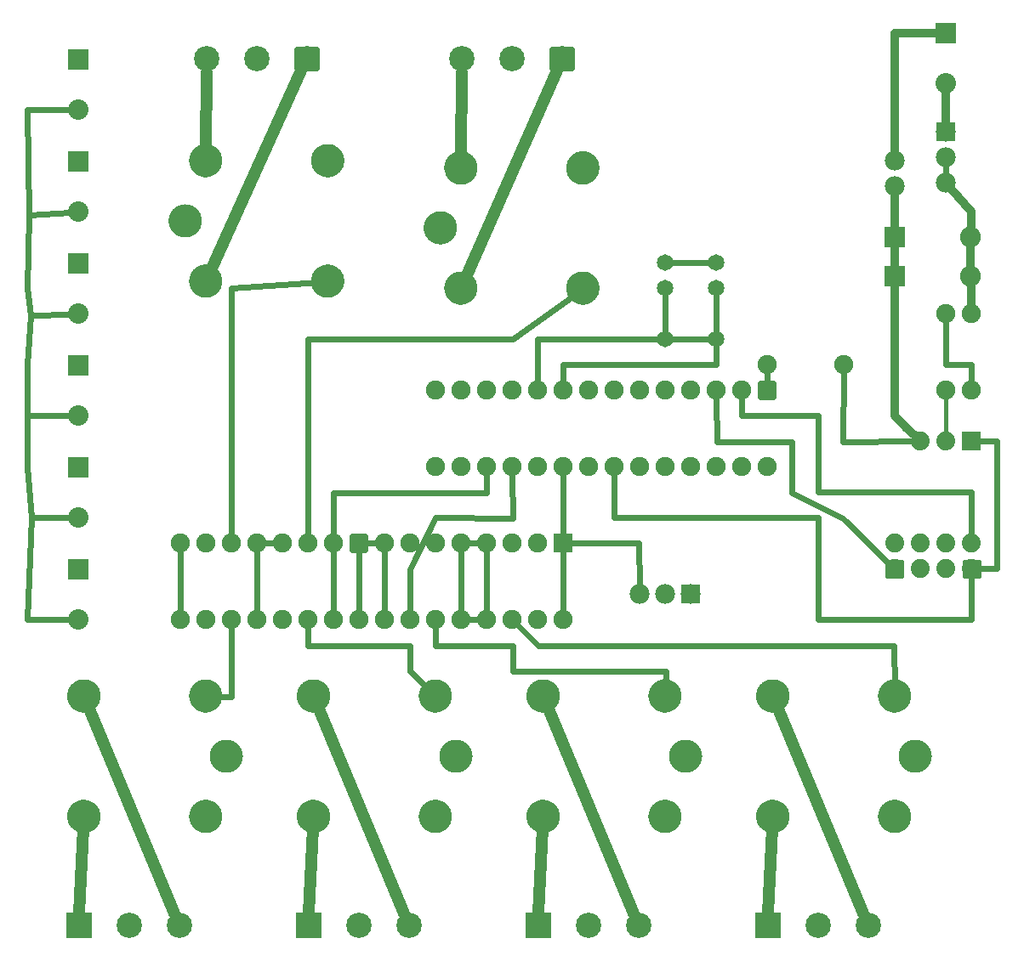
<source format=gtl>
G04 MADE WITH FRITZING*
G04 WWW.FRITZING.ORG*
G04 DOUBLE SIDED*
G04 HOLES PLATED*
G04 CONTOUR ON CENTER OF CONTOUR VECTOR*
%ASAXBY*%
%FSLAX23Y23*%
%MOIN*%
%OFA0B0*%
%SFA1.0B1.0*%
%ADD10C,0.080000*%
%ADD11C,0.075000*%
%ADD12C,0.074472*%
%ADD13C,0.129921*%
%ADD14C,0.099055*%
%ADD15C,0.074000*%
%ADD16C,0.082000*%
%ADD17C,0.078000*%
%ADD18C,0.065000*%
%ADD19R,0.080000X0.080000*%
%ADD20R,0.075000X0.075000*%
%ADD21R,0.099055X0.099055*%
%ADD22R,0.082000X0.082000*%
%ADD23R,0.078000X0.078000*%
%ADD24C,0.016000*%
%ADD25C,0.032000*%
%ADD26C,0.024000*%
%ADD27C,0.048000*%
%ADD28C,0.020000*%
%ADD29C,0.017108*%
%ADD30R,0.001000X0.001000*%
%LNCOPPER1*%
G90*
G70*
G54D10*
X250Y2102D03*
X250Y1905D03*
X250Y2502D03*
X250Y2305D03*
X250Y2902D03*
X250Y2705D03*
X250Y3302D03*
X250Y3105D03*
X250Y3702D03*
X250Y3505D03*
X250Y1702D03*
X250Y1505D03*
G54D11*
X2950Y2405D03*
X2950Y2105D03*
X2850Y2405D03*
X2850Y2105D03*
X2750Y2405D03*
X2750Y2105D03*
X2650Y2405D03*
X2650Y2105D03*
X2550Y2405D03*
X2550Y2105D03*
X2450Y2405D03*
X2450Y2105D03*
X2350Y2405D03*
X2350Y2105D03*
X2250Y2405D03*
X2250Y2105D03*
X2150Y2405D03*
X2150Y2105D03*
X2050Y2405D03*
X2050Y2105D03*
X1950Y2405D03*
X1950Y2105D03*
X1850Y2405D03*
X1850Y2105D03*
X1750Y2405D03*
X1750Y2105D03*
X1650Y2405D03*
X1650Y2105D03*
X2150Y1805D03*
X2150Y1505D03*
X2050Y1805D03*
X2050Y1505D03*
X1950Y1805D03*
X1950Y1505D03*
X1850Y1805D03*
X1850Y1505D03*
X1750Y1805D03*
X1750Y1505D03*
X1650Y1805D03*
X1650Y1505D03*
X1550Y1805D03*
X1550Y1505D03*
X1450Y1805D03*
X1450Y1505D03*
X1350Y1805D03*
X1350Y1505D03*
X1250Y1805D03*
X1250Y1505D03*
X1150Y1805D03*
X1150Y1505D03*
X1050Y1805D03*
X1050Y1505D03*
X950Y1805D03*
X950Y1505D03*
X850Y1805D03*
X850Y1505D03*
X750Y1805D03*
X750Y1505D03*
X650Y1805D03*
X650Y1505D03*
G54D12*
X3751Y1705D03*
X3751Y1805D03*
X3650Y1705D03*
X3650Y1805D03*
X3549Y1705D03*
X3549Y1805D03*
X3449Y1705D03*
X3449Y1805D03*
X3751Y1705D03*
X3751Y1805D03*
X3650Y1705D03*
X3650Y1805D03*
X3549Y1705D03*
X3549Y1805D03*
X3449Y1705D03*
X3449Y1805D03*
G54D13*
X1669Y3041D03*
X1750Y2805D03*
X2228Y2805D03*
X1750Y3277D03*
X2228Y3277D03*
X669Y3069D03*
X750Y2832D03*
X1228Y2832D03*
X750Y3305D03*
X1228Y3305D03*
X3531Y969D03*
X3450Y1205D03*
X2972Y1205D03*
X3450Y732D03*
X2972Y732D03*
X2631Y969D03*
X2550Y1205D03*
X2072Y1205D03*
X2550Y732D03*
X2072Y732D03*
X831Y969D03*
X750Y1205D03*
X272Y1205D03*
X750Y732D03*
X272Y732D03*
X1731Y969D03*
X1650Y1205D03*
X1172Y1205D03*
X1650Y732D03*
X1172Y732D03*
G54D14*
X2953Y305D03*
X3150Y305D03*
X3347Y305D03*
X2147Y3705D03*
X1950Y3705D03*
X1753Y3705D03*
X1153Y305D03*
X1350Y305D03*
X1547Y305D03*
X253Y305D03*
X450Y305D03*
X647Y305D03*
X1147Y3705D03*
X950Y3705D03*
X753Y3705D03*
X2053Y305D03*
X2250Y305D03*
X2447Y305D03*
G54D10*
X3650Y3805D03*
X3650Y3608D03*
G54D15*
X3750Y2205D03*
X3650Y2205D03*
X3550Y2205D03*
X3750Y2205D03*
X3650Y2205D03*
X3550Y2205D03*
G54D11*
X3750Y2705D03*
X3750Y2405D03*
X3650Y2705D03*
X3650Y2405D03*
G54D16*
X3450Y2853D03*
X3748Y2853D03*
X3450Y3005D03*
X3748Y3005D03*
G54D17*
X3650Y3420D03*
X3650Y3320D03*
X3650Y3220D03*
X3450Y3305D03*
X3450Y3205D03*
G54D18*
X2550Y2605D03*
X2750Y2605D03*
X2550Y2605D03*
X2750Y2605D03*
X2750Y2905D03*
X2750Y2805D03*
X2750Y2905D03*
X2750Y2805D03*
X2550Y2905D03*
X2550Y2805D03*
X2550Y2905D03*
X2550Y2805D03*
G54D11*
X3250Y2505D03*
X2950Y2505D03*
G54D17*
X2650Y1605D03*
X2550Y1605D03*
X2450Y1605D03*
G54D19*
X250Y2102D03*
X250Y2502D03*
X250Y2902D03*
X250Y3302D03*
X250Y3702D03*
X250Y1702D03*
G54D20*
X2150Y1805D03*
G54D21*
X2953Y305D03*
X1153Y305D03*
X253Y305D03*
X2053Y305D03*
G54D19*
X3650Y3805D03*
G54D22*
X3449Y2853D03*
X3449Y3005D03*
G54D23*
X3650Y3420D03*
X2650Y1605D03*
G54D24*
X3650Y2230D02*
X3650Y2382D01*
G54D25*
D02*
X3498Y2257D02*
X3524Y2231D01*
D02*
X3450Y2305D02*
X3498Y2257D01*
D02*
X3450Y2815D02*
X3450Y2305D01*
D02*
X3450Y2967D02*
X3450Y2891D01*
D02*
X3450Y3805D02*
X3450Y3341D01*
D02*
X3613Y3805D02*
X3450Y3805D01*
G54D26*
D02*
X3650Y3250D02*
X3650Y3290D01*
G54D25*
D02*
X3650Y3571D02*
X3650Y3455D01*
D02*
X3750Y3105D02*
X3749Y3043D01*
D02*
X3673Y3193D02*
X3750Y3105D01*
D02*
X3748Y2891D02*
X3748Y2967D01*
D02*
X3749Y2815D02*
X3750Y2739D01*
D02*
X3450Y3169D02*
X3450Y3043D01*
G54D26*
D02*
X3750Y2505D02*
X3750Y2433D01*
D02*
X3650Y2505D02*
X3750Y2505D01*
D02*
X3650Y2676D02*
X3650Y2505D01*
D02*
X3750Y2005D02*
X3751Y1836D01*
D02*
X3150Y2005D02*
X3750Y2005D01*
D02*
X3150Y2305D02*
X3150Y2005D01*
D02*
X2850Y2305D02*
X3150Y2305D01*
D02*
X2850Y2376D02*
X2850Y2305D01*
D02*
X3850Y2205D02*
X3781Y2205D01*
D02*
X3850Y1705D02*
X3850Y2005D01*
D02*
X3850Y2005D02*
X3850Y2205D01*
D02*
X3782Y1705D02*
X3850Y1705D01*
D02*
X2750Y2505D02*
X2150Y2505D01*
D02*
X2150Y2505D02*
X2150Y2433D01*
D02*
X2750Y2580D02*
X2750Y2505D01*
D02*
X2050Y2605D02*
X2050Y2433D01*
D02*
X2525Y2605D02*
X2050Y2605D01*
D02*
X2575Y2605D02*
X2725Y2605D01*
D02*
X2550Y2780D02*
X2550Y2630D01*
D02*
X2750Y2780D02*
X2750Y2630D01*
D02*
X2725Y2905D02*
X2575Y2905D01*
D02*
X3150Y1905D02*
X2351Y1906D01*
D02*
X2351Y1906D02*
X2350Y2076D01*
D02*
X3150Y1505D02*
X3150Y1905D01*
D02*
X3750Y1505D02*
X3150Y1505D01*
D02*
X3751Y1674D02*
X3750Y1505D01*
D02*
X2150Y1805D02*
X2150Y2076D01*
D02*
X2150Y1776D02*
X2150Y1533D01*
D02*
X1450Y1776D02*
X1450Y1533D01*
D02*
X1850Y1533D02*
X1850Y1776D01*
D02*
X1821Y1505D02*
X1779Y1505D01*
D02*
X1750Y1776D02*
X1750Y1533D01*
D02*
X1821Y1805D02*
X1779Y1805D01*
D02*
X2950Y2476D02*
X2950Y2433D01*
D02*
X3247Y2204D02*
X3519Y2205D01*
D02*
X3250Y2476D02*
X3247Y2204D01*
D02*
X3247Y1903D02*
X3426Y1727D01*
D02*
X3047Y2004D02*
X3247Y1903D01*
D02*
X3047Y2204D02*
X3047Y2004D01*
D02*
X2753Y2204D02*
X3047Y2204D01*
D02*
X2750Y2376D02*
X2753Y2204D01*
G54D27*
D02*
X2955Y357D02*
X2970Y685D01*
D02*
X3327Y353D02*
X2990Y1161D01*
D02*
X2055Y357D02*
X2070Y685D01*
D02*
X2427Y353D02*
X2090Y1161D01*
D02*
X1527Y353D02*
X1190Y1161D01*
D02*
X1155Y357D02*
X1170Y685D01*
D02*
X627Y353D02*
X290Y1161D01*
D02*
X255Y357D02*
X270Y685D01*
D02*
X1753Y3653D02*
X1750Y3325D01*
D02*
X2126Y3658D02*
X1769Y2849D01*
D02*
X1125Y3658D02*
X770Y2876D01*
D02*
X753Y3653D02*
X750Y3353D01*
G54D26*
D02*
X1421Y1805D02*
X1379Y1805D01*
D02*
X1350Y1776D02*
X1350Y1533D01*
D02*
X650Y1776D02*
X650Y1533D01*
D02*
X1021Y1805D02*
X979Y1805D01*
D02*
X950Y1533D02*
X950Y1776D01*
D02*
X1150Y1903D02*
X1150Y1833D01*
D02*
X1549Y2607D02*
X1351Y2607D01*
D02*
X1952Y2605D02*
X1549Y2607D01*
D02*
X1351Y2607D02*
X1150Y2605D01*
D02*
X1150Y2605D02*
X1150Y1903D01*
D02*
X2199Y2783D02*
X1952Y2605D01*
D02*
X850Y2805D02*
X850Y1833D01*
D02*
X1192Y2830D02*
X850Y2805D01*
D02*
X850Y1202D02*
X850Y1476D01*
D02*
X787Y1204D02*
X850Y1202D01*
D02*
X1551Y1303D02*
X1551Y1403D01*
D02*
X1551Y1403D02*
X1150Y1403D01*
D02*
X1150Y1403D02*
X1150Y1476D01*
D02*
X1624Y1231D02*
X1551Y1303D01*
D02*
X2553Y1303D02*
X2152Y1303D01*
D02*
X1952Y1303D02*
X1952Y1403D01*
D02*
X1952Y1403D02*
X1651Y1403D01*
D02*
X1651Y1403D02*
X1650Y1476D01*
D02*
X2152Y1303D02*
X1952Y1303D01*
D02*
X2551Y1242D02*
X2553Y1303D01*
D02*
X3448Y1403D02*
X2052Y1403D01*
D02*
X2052Y1403D02*
X1970Y1485D01*
D02*
X3450Y1242D02*
X3448Y1403D01*
D02*
X1952Y1903D02*
X1950Y2076D01*
D02*
X1651Y1906D02*
X1952Y1903D01*
D02*
X1550Y1533D02*
X1549Y1703D01*
D02*
X1549Y1703D02*
X1651Y1906D01*
D02*
X1250Y1703D02*
X1250Y1533D01*
D02*
X1551Y2004D02*
X1250Y2004D01*
D02*
X1250Y2004D02*
X1250Y1703D01*
D02*
X1851Y2004D02*
X1551Y2004D01*
D02*
X1850Y2076D02*
X1851Y2004D01*
D02*
X51Y2104D02*
X67Y1906D01*
D02*
X62Y2698D02*
X51Y2505D01*
D02*
X67Y1906D02*
X51Y1505D01*
D02*
X51Y2307D02*
X51Y2104D01*
D02*
X51Y1505D02*
X219Y1505D01*
D02*
X219Y3505D02*
X51Y3505D01*
D02*
X51Y3505D02*
X56Y3094D01*
D02*
X51Y2505D02*
X51Y2307D01*
D02*
X56Y3094D02*
X51Y2805D01*
D02*
X51Y2805D02*
X62Y2698D01*
D02*
X56Y3094D02*
X219Y3103D01*
D02*
X62Y2698D02*
X219Y2704D01*
D02*
X51Y2307D02*
X219Y2305D01*
D02*
X67Y1906D02*
X219Y1905D01*
D02*
X2179Y1805D02*
X2448Y1805D01*
D02*
X2448Y1805D02*
X2450Y1635D01*
G54D28*
X2978Y2377D02*
X2923Y2377D01*
X2923Y2432D01*
X2978Y2432D01*
X2978Y2377D01*
D02*
X1378Y1777D02*
X1323Y1777D01*
X1323Y1832D01*
X1378Y1832D01*
X1378Y1777D01*
D02*
G54D29*
X3722Y1676D02*
X3722Y1733D01*
X3779Y1733D01*
X3779Y1676D01*
X3722Y1676D01*
D02*
X3722Y1676D02*
X3722Y1733D01*
X3779Y1733D01*
X3779Y1676D01*
X3722Y1676D01*
D02*
X3420Y1676D02*
X3420Y1733D01*
X3477Y1733D01*
X3477Y1676D01*
X3420Y1676D01*
D02*
G54D28*
X2186Y3665D02*
X2107Y3665D01*
X2107Y3744D01*
X2186Y3744D01*
X2186Y3665D01*
D02*
X1186Y3665D02*
X1107Y3665D01*
X1107Y3744D01*
X1186Y3744D01*
X1186Y3665D01*
D02*
G54D30*
X745Y3370D02*
X754Y3370D01*
X1223Y3370D02*
X1233Y3370D01*
X738Y3369D02*
X761Y3369D01*
X1216Y3369D02*
X1240Y3369D01*
X733Y3368D02*
X766Y3368D01*
X1212Y3368D02*
X1244Y3368D01*
X730Y3367D02*
X769Y3367D01*
X1208Y3367D02*
X1248Y3367D01*
X727Y3366D02*
X772Y3366D01*
X1205Y3366D02*
X1250Y3366D01*
X724Y3365D02*
X775Y3365D01*
X1203Y3365D02*
X1253Y3365D01*
X722Y3364D02*
X777Y3364D01*
X1201Y3364D02*
X1255Y3364D01*
X720Y3363D02*
X779Y3363D01*
X1199Y3363D02*
X1257Y3363D01*
X718Y3362D02*
X781Y3362D01*
X1197Y3362D02*
X1259Y3362D01*
X717Y3361D02*
X782Y3361D01*
X1195Y3361D02*
X1261Y3361D01*
X715Y3360D02*
X784Y3360D01*
X1193Y3360D02*
X1262Y3360D01*
X714Y3359D02*
X785Y3359D01*
X1192Y3359D02*
X1264Y3359D01*
X712Y3358D02*
X787Y3358D01*
X1191Y3358D02*
X1265Y3358D01*
X711Y3357D02*
X788Y3357D01*
X1189Y3357D02*
X1266Y3357D01*
X710Y3356D02*
X789Y3356D01*
X1188Y3356D02*
X1268Y3356D01*
X708Y3355D02*
X791Y3355D01*
X1187Y3355D02*
X1269Y3355D01*
X707Y3354D02*
X792Y3354D01*
X1185Y3354D02*
X1270Y3354D01*
X706Y3353D02*
X793Y3353D01*
X1184Y3353D02*
X1271Y3353D01*
X705Y3352D02*
X794Y3352D01*
X1183Y3352D02*
X1272Y3352D01*
X704Y3351D02*
X795Y3351D01*
X1182Y3351D02*
X1274Y3351D01*
X703Y3350D02*
X796Y3350D01*
X1181Y3350D02*
X1274Y3350D01*
X702Y3349D02*
X797Y3349D01*
X1180Y3349D02*
X1275Y3349D01*
X701Y3348D02*
X798Y3348D01*
X1179Y3348D02*
X1276Y3348D01*
X700Y3347D02*
X799Y3347D01*
X1179Y3347D02*
X1277Y3347D01*
X699Y3346D02*
X800Y3346D01*
X1178Y3346D02*
X1278Y3346D01*
X699Y3345D02*
X800Y3345D01*
X1177Y3345D02*
X1279Y3345D01*
X698Y3344D02*
X801Y3344D01*
X1176Y3344D02*
X1279Y3344D01*
X697Y3343D02*
X802Y3343D01*
X1176Y3343D02*
X1280Y3343D01*
X696Y3342D02*
X803Y3342D01*
X1175Y3342D02*
X1281Y3342D01*
X1741Y3342D02*
X1758Y3342D01*
X2220Y3342D02*
X2236Y3342D01*
X696Y3341D02*
X803Y3341D01*
X1174Y3341D02*
X1282Y3341D01*
X1736Y3341D02*
X1763Y3341D01*
X2214Y3341D02*
X2242Y3341D01*
X695Y3340D02*
X804Y3340D01*
X1174Y3340D02*
X1282Y3340D01*
X1732Y3340D02*
X1767Y3340D01*
X2210Y3340D02*
X2246Y3340D01*
X695Y3339D02*
X804Y3339D01*
X1173Y3339D02*
X1283Y3339D01*
X1729Y3339D02*
X1770Y3339D01*
X2207Y3339D02*
X2249Y3339D01*
X694Y3338D02*
X805Y3338D01*
X1172Y3338D02*
X1283Y3338D01*
X1726Y3338D02*
X1773Y3338D01*
X2204Y3338D02*
X2252Y3338D01*
X693Y3337D02*
X806Y3337D01*
X1172Y3337D02*
X1284Y3337D01*
X1723Y3337D02*
X1776Y3337D01*
X2202Y3337D02*
X2254Y3337D01*
X693Y3336D02*
X806Y3336D01*
X1171Y3336D02*
X1285Y3336D01*
X1721Y3336D02*
X1778Y3336D01*
X2200Y3336D02*
X2256Y3336D01*
X692Y3335D02*
X807Y3335D01*
X1171Y3335D02*
X1285Y3335D01*
X1719Y3335D02*
X1780Y3335D01*
X2198Y3335D02*
X2258Y3335D01*
X692Y3334D02*
X807Y3334D01*
X1170Y3334D02*
X1286Y3334D01*
X1718Y3334D02*
X1781Y3334D01*
X2196Y3334D02*
X2260Y3334D01*
X691Y3333D02*
X808Y3333D01*
X1170Y3333D02*
X1286Y3333D01*
X1716Y3333D02*
X1783Y3333D01*
X2194Y3333D02*
X2261Y3333D01*
X691Y3332D02*
X808Y3332D01*
X1169Y3332D02*
X1287Y3332D01*
X1714Y3332D02*
X1785Y3332D01*
X2193Y3332D02*
X2263Y3332D01*
X690Y3331D02*
X809Y3331D01*
X1169Y3331D02*
X1287Y3331D01*
X1713Y3331D02*
X1786Y3331D01*
X2191Y3331D02*
X2264Y3331D01*
X690Y3330D02*
X742Y3330D01*
X757Y3330D02*
X809Y3330D01*
X1168Y3330D02*
X1220Y3330D01*
X1235Y3330D02*
X1287Y3330D01*
X1712Y3330D02*
X1787Y3330D01*
X2190Y3330D02*
X2266Y3330D01*
X690Y3329D02*
X739Y3329D01*
X760Y3329D02*
X809Y3329D01*
X1168Y3329D02*
X1218Y3329D01*
X1238Y3329D02*
X1288Y3329D01*
X1710Y3329D02*
X1789Y3329D01*
X2189Y3329D02*
X2267Y3329D01*
X689Y3328D02*
X737Y3328D01*
X762Y3328D02*
X810Y3328D01*
X1168Y3328D02*
X1216Y3328D01*
X1240Y3328D02*
X1288Y3328D01*
X1709Y3328D02*
X1790Y3328D01*
X2187Y3328D02*
X2268Y3328D01*
X689Y3327D02*
X735Y3327D01*
X764Y3327D02*
X810Y3327D01*
X1167Y3327D02*
X1214Y3327D01*
X1242Y3327D02*
X1288Y3327D01*
X1708Y3327D02*
X1791Y3327D01*
X2186Y3327D02*
X2270Y3327D01*
X689Y3326D02*
X734Y3326D01*
X765Y3326D02*
X810Y3326D01*
X1167Y3326D02*
X1212Y3326D01*
X1243Y3326D02*
X1289Y3326D01*
X1707Y3326D02*
X1792Y3326D01*
X2185Y3326D02*
X2271Y3326D01*
X688Y3325D02*
X733Y3325D01*
X766Y3325D02*
X811Y3325D01*
X1166Y3325D02*
X1211Y3325D01*
X1245Y3325D02*
X1289Y3325D01*
X1705Y3325D02*
X1794Y3325D01*
X2184Y3325D02*
X2272Y3325D01*
X688Y3324D02*
X732Y3324D01*
X767Y3324D02*
X811Y3324D01*
X1166Y3324D02*
X1210Y3324D01*
X1246Y3324D02*
X1289Y3324D01*
X1704Y3324D02*
X1795Y3324D01*
X2183Y3324D02*
X2273Y3324D01*
X688Y3323D02*
X731Y3323D01*
X768Y3323D02*
X811Y3323D01*
X1166Y3323D02*
X1209Y3323D01*
X1247Y3323D02*
X1290Y3323D01*
X1703Y3323D02*
X1796Y3323D01*
X2182Y3323D02*
X2274Y3323D01*
X687Y3322D02*
X730Y3322D01*
X769Y3322D02*
X812Y3322D01*
X1166Y3322D02*
X1208Y3322D01*
X1248Y3322D02*
X1290Y3322D01*
X1703Y3322D02*
X1796Y3322D01*
X2181Y3322D02*
X2275Y3322D01*
X687Y3321D02*
X729Y3321D01*
X770Y3321D02*
X812Y3321D01*
X1165Y3321D02*
X1207Y3321D01*
X1249Y3321D02*
X1290Y3321D01*
X1702Y3321D02*
X1797Y3321D01*
X2180Y3321D02*
X2276Y3321D01*
X687Y3320D02*
X728Y3320D01*
X771Y3320D02*
X812Y3320D01*
X1165Y3320D02*
X1206Y3320D01*
X1249Y3320D02*
X1290Y3320D01*
X1701Y3320D02*
X1798Y3320D01*
X2179Y3320D02*
X2277Y3320D01*
X687Y3319D02*
X727Y3319D01*
X772Y3319D02*
X812Y3319D01*
X1165Y3319D02*
X1206Y3319D01*
X1250Y3319D02*
X1291Y3319D01*
X1700Y3319D02*
X1799Y3319D01*
X2178Y3319D02*
X2277Y3319D01*
X686Y3318D02*
X727Y3318D01*
X772Y3318D02*
X813Y3318D01*
X1165Y3318D02*
X1205Y3318D01*
X1251Y3318D02*
X1291Y3318D01*
X1699Y3318D02*
X1800Y3318D01*
X2177Y3318D02*
X2278Y3318D01*
X686Y3317D02*
X726Y3317D01*
X773Y3317D02*
X813Y3317D01*
X1165Y3317D02*
X1205Y3317D01*
X1251Y3317D02*
X1291Y3317D01*
X1698Y3317D02*
X1801Y3317D01*
X2177Y3317D02*
X2279Y3317D01*
X686Y3316D02*
X726Y3316D01*
X773Y3316D02*
X813Y3316D01*
X1164Y3316D02*
X1204Y3316D01*
X1252Y3316D02*
X1291Y3316D01*
X1698Y3316D02*
X1801Y3316D01*
X2176Y3316D02*
X2280Y3316D01*
X686Y3315D02*
X725Y3315D01*
X774Y3315D02*
X813Y3315D01*
X1164Y3315D02*
X1204Y3315D01*
X1252Y3315D02*
X1291Y3315D01*
X1697Y3315D02*
X1802Y3315D01*
X2175Y3315D02*
X2280Y3315D01*
X686Y3314D02*
X725Y3314D01*
X774Y3314D02*
X813Y3314D01*
X1164Y3314D02*
X1203Y3314D01*
X1252Y3314D02*
X1292Y3314D01*
X1696Y3314D02*
X1803Y3314D01*
X2175Y3314D02*
X2281Y3314D01*
X686Y3313D02*
X725Y3313D01*
X774Y3313D02*
X813Y3313D01*
X1164Y3313D02*
X1203Y3313D01*
X1253Y3313D02*
X1292Y3313D01*
X1696Y3313D02*
X1803Y3313D01*
X2174Y3313D02*
X2282Y3313D01*
X685Y3312D02*
X724Y3312D01*
X775Y3312D02*
X814Y3312D01*
X1164Y3312D02*
X1203Y3312D01*
X1253Y3312D02*
X1292Y3312D01*
X1695Y3312D02*
X1804Y3312D01*
X2173Y3312D02*
X2282Y3312D01*
X685Y3311D02*
X724Y3311D01*
X775Y3311D02*
X814Y3311D01*
X1164Y3311D02*
X1202Y3311D01*
X1253Y3311D02*
X1292Y3311D01*
X1694Y3311D02*
X1805Y3311D01*
X2173Y3311D02*
X2283Y3311D01*
X685Y3310D02*
X724Y3310D01*
X775Y3310D02*
X814Y3310D01*
X1164Y3310D02*
X1202Y3310D01*
X1254Y3310D02*
X1292Y3310D01*
X1694Y3310D02*
X1805Y3310D01*
X2172Y3310D02*
X2284Y3310D01*
X685Y3309D02*
X724Y3309D01*
X775Y3309D02*
X814Y3309D01*
X1164Y3309D02*
X1202Y3309D01*
X1254Y3309D02*
X1292Y3309D01*
X1693Y3309D02*
X1806Y3309D01*
X2171Y3309D02*
X2284Y3309D01*
X685Y3308D02*
X723Y3308D01*
X776Y3308D02*
X814Y3308D01*
X1164Y3308D02*
X1202Y3308D01*
X1254Y3308D02*
X1292Y3308D01*
X1693Y3308D02*
X1806Y3308D01*
X2171Y3308D02*
X2285Y3308D01*
X685Y3307D02*
X723Y3307D01*
X776Y3307D02*
X814Y3307D01*
X1163Y3307D02*
X1202Y3307D01*
X1254Y3307D02*
X1292Y3307D01*
X1692Y3307D02*
X1807Y3307D01*
X2170Y3307D02*
X2285Y3307D01*
X685Y3306D02*
X723Y3306D01*
X776Y3306D02*
X814Y3306D01*
X1163Y3306D02*
X1202Y3306D01*
X1254Y3306D02*
X1292Y3306D01*
X1692Y3306D02*
X1807Y3306D01*
X2170Y3306D02*
X2286Y3306D01*
X685Y3305D02*
X723Y3305D01*
X776Y3305D02*
X814Y3305D01*
X1163Y3305D02*
X1202Y3305D01*
X1254Y3305D02*
X1292Y3305D01*
X1691Y3305D02*
X1808Y3305D01*
X2169Y3305D02*
X2286Y3305D01*
X685Y3304D02*
X723Y3304D01*
X776Y3304D02*
X814Y3304D01*
X1163Y3304D02*
X1202Y3304D01*
X1254Y3304D02*
X1292Y3304D01*
X1691Y3304D02*
X1808Y3304D01*
X2169Y3304D02*
X2287Y3304D01*
X685Y3303D02*
X723Y3303D01*
X776Y3303D02*
X814Y3303D01*
X1164Y3303D02*
X1202Y3303D01*
X1254Y3303D02*
X1292Y3303D01*
X1690Y3303D02*
X1744Y3303D01*
X1755Y3303D02*
X1809Y3303D01*
X2168Y3303D02*
X2222Y3303D01*
X2233Y3303D02*
X2287Y3303D01*
X685Y3302D02*
X724Y3302D01*
X775Y3302D02*
X814Y3302D01*
X1164Y3302D02*
X1202Y3302D01*
X1254Y3302D02*
X1292Y3302D01*
X1690Y3302D02*
X1741Y3302D01*
X1758Y3302D02*
X1809Y3302D01*
X2168Y3302D02*
X2219Y3302D01*
X2237Y3302D02*
X2288Y3302D01*
X685Y3301D02*
X724Y3301D01*
X775Y3301D02*
X814Y3301D01*
X1164Y3301D02*
X1202Y3301D01*
X1254Y3301D02*
X1292Y3301D01*
X1689Y3301D02*
X1738Y3301D01*
X1761Y3301D02*
X1810Y3301D01*
X2168Y3301D02*
X2217Y3301D01*
X2239Y3301D02*
X2288Y3301D01*
X685Y3300D02*
X724Y3300D01*
X775Y3300D02*
X814Y3300D01*
X1164Y3300D02*
X1202Y3300D01*
X1253Y3300D02*
X1292Y3300D01*
X1689Y3300D02*
X1736Y3300D01*
X1763Y3300D02*
X1810Y3300D01*
X2167Y3300D02*
X2215Y3300D01*
X2241Y3300D02*
X2288Y3300D01*
X685Y3299D02*
X724Y3299D01*
X775Y3299D02*
X814Y3299D01*
X1164Y3299D02*
X1202Y3299D01*
X1253Y3299D02*
X1292Y3299D01*
X1689Y3299D02*
X1735Y3299D01*
X1764Y3299D02*
X1810Y3299D01*
X2167Y3299D02*
X2213Y3299D01*
X2243Y3299D02*
X2289Y3299D01*
X686Y3298D02*
X724Y3298D01*
X775Y3298D02*
X813Y3298D01*
X1164Y3298D02*
X1203Y3298D01*
X1253Y3298D02*
X1292Y3298D01*
X1688Y3298D02*
X1733Y3298D01*
X1766Y3298D02*
X1811Y3298D01*
X2167Y3298D02*
X2212Y3298D01*
X2244Y3298D02*
X2289Y3298D01*
X686Y3297D02*
X725Y3297D01*
X774Y3297D02*
X813Y3297D01*
X1164Y3297D02*
X1203Y3297D01*
X1253Y3297D02*
X1292Y3297D01*
X1688Y3297D02*
X1732Y3297D01*
X1767Y3297D02*
X1811Y3297D01*
X2166Y3297D02*
X2211Y3297D01*
X2245Y3297D02*
X2289Y3297D01*
X686Y3296D02*
X725Y3296D01*
X774Y3296D02*
X813Y3296D01*
X1164Y3296D02*
X1204Y3296D01*
X1252Y3296D02*
X1291Y3296D01*
X1688Y3296D02*
X1731Y3296D01*
X1768Y3296D02*
X1811Y3296D01*
X2166Y3296D02*
X2209Y3296D01*
X2246Y3296D02*
X2290Y3296D01*
X686Y3295D02*
X726Y3295D01*
X773Y3295D02*
X813Y3295D01*
X1164Y3295D02*
X1204Y3295D01*
X1252Y3295D02*
X1291Y3295D01*
X1688Y3295D02*
X1730Y3295D01*
X1769Y3295D02*
X1811Y3295D01*
X2166Y3295D02*
X2208Y3295D01*
X2247Y3295D02*
X2290Y3295D01*
X686Y3294D02*
X726Y3294D01*
X773Y3294D02*
X813Y3294D01*
X1165Y3294D02*
X1204Y3294D01*
X1251Y3294D02*
X1291Y3294D01*
X1687Y3294D02*
X1729Y3294D01*
X1770Y3294D02*
X1812Y3294D01*
X2166Y3294D02*
X2208Y3294D01*
X2248Y3294D02*
X2290Y3294D01*
X686Y3293D02*
X727Y3293D01*
X772Y3293D02*
X813Y3293D01*
X1165Y3293D02*
X1205Y3293D01*
X1251Y3293D02*
X1291Y3293D01*
X1687Y3293D02*
X1728Y3293D01*
X1771Y3293D02*
X1812Y3293D01*
X2165Y3293D02*
X2207Y3293D01*
X2249Y3293D02*
X2290Y3293D01*
X687Y3292D02*
X727Y3292D01*
X772Y3292D02*
X812Y3292D01*
X1165Y3292D02*
X1206Y3292D01*
X1250Y3292D02*
X1291Y3292D01*
X1687Y3292D02*
X1728Y3292D01*
X1771Y3292D02*
X1812Y3292D01*
X2165Y3292D02*
X2206Y3292D01*
X2250Y3292D02*
X2291Y3292D01*
X687Y3291D02*
X728Y3291D01*
X771Y3291D02*
X812Y3291D01*
X1165Y3291D02*
X1206Y3291D01*
X1250Y3291D02*
X1291Y3291D01*
X1687Y3291D02*
X1727Y3291D01*
X1772Y3291D02*
X1812Y3291D01*
X2165Y3291D02*
X2205Y3291D01*
X2250Y3291D02*
X2291Y3291D01*
X687Y3290D02*
X729Y3290D01*
X770Y3290D02*
X812Y3290D01*
X1165Y3290D02*
X1207Y3290D01*
X1249Y3290D02*
X1290Y3290D01*
X1686Y3290D02*
X1727Y3290D01*
X1772Y3290D02*
X1813Y3290D01*
X2165Y3290D02*
X2205Y3290D01*
X2251Y3290D02*
X2291Y3290D01*
X687Y3289D02*
X729Y3289D01*
X770Y3289D02*
X812Y3289D01*
X1166Y3289D02*
X1208Y3289D01*
X1248Y3289D02*
X1290Y3289D01*
X1686Y3289D02*
X1726Y3289D01*
X1773Y3289D02*
X1813Y3289D01*
X2165Y3289D02*
X2204Y3289D01*
X2251Y3289D02*
X2291Y3289D01*
X688Y3288D02*
X730Y3288D01*
X769Y3288D02*
X811Y3288D01*
X1166Y3288D02*
X1209Y3288D01*
X1247Y3288D02*
X1290Y3288D01*
X1686Y3288D02*
X1726Y3288D01*
X1773Y3288D02*
X1813Y3288D01*
X2164Y3288D02*
X2204Y3288D01*
X2252Y3288D02*
X2291Y3288D01*
X688Y3287D02*
X731Y3287D01*
X768Y3287D02*
X811Y3287D01*
X1166Y3287D02*
X1210Y3287D01*
X1246Y3287D02*
X1290Y3287D01*
X1686Y3287D02*
X1725Y3287D01*
X1774Y3287D02*
X1813Y3287D01*
X2164Y3287D02*
X2203Y3287D01*
X2252Y3287D02*
X2291Y3287D01*
X688Y3286D02*
X732Y3286D01*
X767Y3286D02*
X811Y3286D01*
X1166Y3286D02*
X1211Y3286D01*
X1245Y3286D02*
X1289Y3286D01*
X1686Y3286D02*
X1725Y3286D01*
X1774Y3286D02*
X1813Y3286D01*
X2164Y3286D02*
X2203Y3286D01*
X2253Y3286D02*
X2292Y3286D01*
X688Y3285D02*
X734Y3285D01*
X765Y3285D02*
X811Y3285D01*
X1167Y3285D02*
X1212Y3285D01*
X1244Y3285D02*
X1289Y3285D01*
X1686Y3285D02*
X1724Y3285D01*
X1775Y3285D02*
X1813Y3285D01*
X2164Y3285D02*
X2203Y3285D01*
X2253Y3285D02*
X2292Y3285D01*
X689Y3284D02*
X735Y3284D01*
X764Y3284D02*
X810Y3284D01*
X1167Y3284D02*
X1213Y3284D01*
X1243Y3284D02*
X1289Y3284D01*
X1685Y3284D02*
X1724Y3284D01*
X1775Y3284D02*
X1814Y3284D01*
X2164Y3284D02*
X2202Y3284D01*
X2253Y3284D02*
X2292Y3284D01*
X689Y3283D02*
X737Y3283D01*
X762Y3283D02*
X810Y3283D01*
X1167Y3283D02*
X1215Y3283D01*
X1241Y3283D02*
X1288Y3283D01*
X1685Y3283D02*
X1724Y3283D01*
X1775Y3283D02*
X1814Y3283D01*
X2164Y3283D02*
X2202Y3283D01*
X2254Y3283D02*
X2292Y3283D01*
X689Y3282D02*
X739Y3282D01*
X760Y3282D02*
X810Y3282D01*
X1168Y3282D02*
X1217Y3282D01*
X1239Y3282D02*
X1288Y3282D01*
X1685Y3282D02*
X1724Y3282D01*
X1775Y3282D02*
X1814Y3282D01*
X2164Y3282D02*
X2202Y3282D01*
X2254Y3282D02*
X2292Y3282D01*
X690Y3281D02*
X741Y3281D01*
X758Y3281D02*
X809Y3281D01*
X1168Y3281D02*
X1219Y3281D01*
X1236Y3281D02*
X1288Y3281D01*
X1685Y3281D02*
X1724Y3281D01*
X1775Y3281D02*
X1814Y3281D01*
X2164Y3281D02*
X2202Y3281D01*
X2254Y3281D02*
X2292Y3281D01*
X690Y3280D02*
X745Y3280D01*
X754Y3280D02*
X809Y3280D01*
X1169Y3280D02*
X1223Y3280D01*
X1232Y3280D02*
X1287Y3280D01*
X1685Y3280D02*
X1723Y3280D01*
X1776Y3280D02*
X1814Y3280D01*
X2164Y3280D02*
X2202Y3280D01*
X2254Y3280D02*
X2292Y3280D01*
X691Y3279D02*
X808Y3279D01*
X1169Y3279D02*
X1287Y3279D01*
X1685Y3279D02*
X1723Y3279D01*
X1776Y3279D02*
X1814Y3279D01*
X2163Y3279D02*
X2202Y3279D01*
X2254Y3279D02*
X2292Y3279D01*
X691Y3278D02*
X808Y3278D01*
X1170Y3278D02*
X1286Y3278D01*
X1685Y3278D02*
X1723Y3278D01*
X1776Y3278D02*
X1814Y3278D01*
X2163Y3278D02*
X2202Y3278D01*
X2254Y3278D02*
X2292Y3278D01*
X692Y3277D02*
X807Y3277D01*
X1170Y3277D02*
X1286Y3277D01*
X1685Y3277D02*
X1723Y3277D01*
X1776Y3277D02*
X1814Y3277D01*
X2163Y3277D02*
X2202Y3277D01*
X2254Y3277D02*
X2292Y3277D01*
X692Y3276D02*
X807Y3276D01*
X1170Y3276D02*
X1285Y3276D01*
X1685Y3276D02*
X1723Y3276D01*
X1776Y3276D02*
X1814Y3276D01*
X2163Y3276D02*
X2202Y3276D01*
X2254Y3276D02*
X2292Y3276D01*
X693Y3275D02*
X806Y3275D01*
X1171Y3275D02*
X1285Y3275D01*
X1685Y3275D02*
X1724Y3275D01*
X1775Y3275D02*
X1814Y3275D01*
X2164Y3275D02*
X2202Y3275D01*
X2254Y3275D02*
X2292Y3275D01*
X693Y3274D02*
X806Y3274D01*
X1172Y3274D02*
X1284Y3274D01*
X1685Y3274D02*
X1724Y3274D01*
X1775Y3274D02*
X1814Y3274D01*
X2164Y3274D02*
X2202Y3274D01*
X2254Y3274D02*
X2292Y3274D01*
X694Y3273D02*
X805Y3273D01*
X1172Y3273D02*
X1284Y3273D01*
X1685Y3273D02*
X1724Y3273D01*
X1775Y3273D02*
X1814Y3273D01*
X2164Y3273D02*
X2202Y3273D01*
X2254Y3273D02*
X2292Y3273D01*
X694Y3272D02*
X805Y3272D01*
X1173Y3272D02*
X1283Y3272D01*
X1685Y3272D02*
X1724Y3272D01*
X1775Y3272D02*
X1814Y3272D01*
X2164Y3272D02*
X2202Y3272D01*
X2253Y3272D02*
X2292Y3272D01*
X695Y3271D02*
X804Y3271D01*
X1173Y3271D02*
X1282Y3271D01*
X1685Y3271D02*
X1724Y3271D01*
X1775Y3271D02*
X1814Y3271D01*
X2164Y3271D02*
X2203Y3271D01*
X2253Y3271D02*
X2292Y3271D01*
X696Y3270D02*
X803Y3270D01*
X1174Y3270D02*
X1282Y3270D01*
X1686Y3270D02*
X1725Y3270D01*
X1774Y3270D02*
X1813Y3270D01*
X2164Y3270D02*
X2203Y3270D01*
X2253Y3270D02*
X2292Y3270D01*
X696Y3269D02*
X803Y3269D01*
X1175Y3269D02*
X1281Y3269D01*
X1686Y3269D02*
X1725Y3269D01*
X1774Y3269D02*
X1813Y3269D01*
X2164Y3269D02*
X2203Y3269D01*
X2252Y3269D02*
X2292Y3269D01*
X697Y3268D02*
X802Y3268D01*
X1175Y3268D02*
X1280Y3268D01*
X1686Y3268D02*
X1725Y3268D01*
X1774Y3268D02*
X1813Y3268D01*
X2164Y3268D02*
X2204Y3268D01*
X2252Y3268D02*
X2291Y3268D01*
X698Y3267D02*
X801Y3267D01*
X1176Y3267D02*
X1280Y3267D01*
X1686Y3267D02*
X1726Y3267D01*
X1773Y3267D02*
X1813Y3267D01*
X2164Y3267D02*
X2204Y3267D01*
X2252Y3267D02*
X2291Y3267D01*
X698Y3266D02*
X800Y3266D01*
X1177Y3266D02*
X1279Y3266D01*
X1686Y3266D02*
X1726Y3266D01*
X1773Y3266D02*
X1813Y3266D01*
X2165Y3266D02*
X2205Y3266D01*
X2251Y3266D02*
X2291Y3266D01*
X699Y3265D02*
X800Y3265D01*
X1178Y3265D02*
X1278Y3265D01*
X1686Y3265D02*
X1727Y3265D01*
X1772Y3265D02*
X1813Y3265D01*
X2165Y3265D02*
X2205Y3265D01*
X2250Y3265D02*
X2291Y3265D01*
X700Y3264D02*
X799Y3264D01*
X1178Y3264D02*
X1277Y3264D01*
X1687Y3264D02*
X1727Y3264D01*
X1772Y3264D02*
X1812Y3264D01*
X2165Y3264D02*
X2206Y3264D01*
X2250Y3264D02*
X2291Y3264D01*
X701Y3263D02*
X798Y3263D01*
X1179Y3263D02*
X1276Y3263D01*
X1687Y3263D02*
X1728Y3263D01*
X1771Y3263D02*
X1812Y3263D01*
X2165Y3263D02*
X2206Y3263D01*
X2249Y3263D02*
X2290Y3263D01*
X702Y3262D02*
X797Y3262D01*
X1180Y3262D02*
X1276Y3262D01*
X1687Y3262D02*
X1729Y3262D01*
X1770Y3262D02*
X1812Y3262D01*
X2166Y3262D02*
X2207Y3262D01*
X2248Y3262D02*
X2290Y3262D01*
X703Y3261D02*
X796Y3261D01*
X1181Y3261D02*
X1275Y3261D01*
X1687Y3261D02*
X1730Y3261D01*
X1769Y3261D02*
X1812Y3261D01*
X2166Y3261D02*
X2208Y3261D01*
X2248Y3261D02*
X2290Y3261D01*
X704Y3260D02*
X795Y3260D01*
X1182Y3260D02*
X1274Y3260D01*
X1688Y3260D02*
X1731Y3260D01*
X1768Y3260D02*
X1811Y3260D01*
X2166Y3260D02*
X2209Y3260D01*
X2247Y3260D02*
X2290Y3260D01*
X705Y3259D02*
X794Y3259D01*
X1183Y3259D02*
X1273Y3259D01*
X1688Y3259D02*
X1732Y3259D01*
X1767Y3259D02*
X1811Y3259D01*
X2166Y3259D02*
X2210Y3259D01*
X2246Y3259D02*
X2289Y3259D01*
X706Y3258D02*
X793Y3258D01*
X1184Y3258D02*
X1272Y3258D01*
X1688Y3258D02*
X1733Y3258D01*
X1766Y3258D02*
X1811Y3258D01*
X2167Y3258D02*
X2211Y3258D01*
X2244Y3258D02*
X2289Y3258D01*
X707Y3257D02*
X792Y3257D01*
X1185Y3257D02*
X1271Y3257D01*
X1689Y3257D02*
X1734Y3257D01*
X1765Y3257D02*
X1810Y3257D01*
X2167Y3257D02*
X2212Y3257D01*
X2243Y3257D02*
X2289Y3257D01*
X708Y3256D02*
X791Y3256D01*
X1186Y3256D02*
X1269Y3256D01*
X1689Y3256D02*
X1736Y3256D01*
X1763Y3256D02*
X1810Y3256D01*
X2167Y3256D02*
X2214Y3256D01*
X2242Y3256D02*
X2288Y3256D01*
X709Y3255D02*
X790Y3255D01*
X1187Y3255D02*
X1268Y3255D01*
X1689Y3255D02*
X1737Y3255D01*
X1762Y3255D02*
X1810Y3255D01*
X2168Y3255D02*
X2216Y3255D01*
X2240Y3255D02*
X2288Y3255D01*
X710Y3254D02*
X789Y3254D01*
X1189Y3254D02*
X1267Y3254D01*
X1690Y3254D02*
X1740Y3254D01*
X1759Y3254D02*
X1809Y3254D01*
X2168Y3254D02*
X2218Y3254D01*
X2238Y3254D02*
X2288Y3254D01*
X712Y3253D02*
X787Y3253D01*
X1190Y3253D02*
X1266Y3253D01*
X1690Y3253D02*
X1742Y3253D01*
X1757Y3253D02*
X1809Y3253D01*
X2168Y3253D02*
X2221Y3253D01*
X2235Y3253D02*
X2287Y3253D01*
X713Y3252D02*
X786Y3252D01*
X1192Y3252D02*
X1264Y3252D01*
X1690Y3252D02*
X1809Y3252D01*
X2169Y3252D02*
X2287Y3252D01*
X715Y3251D02*
X784Y3251D01*
X1193Y3251D02*
X1263Y3251D01*
X1691Y3251D02*
X1808Y3251D01*
X2169Y3251D02*
X2286Y3251D01*
X716Y3250D02*
X783Y3250D01*
X1195Y3250D02*
X1261Y3250D01*
X1691Y3250D02*
X1808Y3250D01*
X2170Y3250D02*
X2286Y3250D01*
X718Y3249D02*
X781Y3249D01*
X1196Y3249D02*
X1259Y3249D01*
X1692Y3249D02*
X1807Y3249D01*
X2170Y3249D02*
X2285Y3249D01*
X720Y3248D02*
X779Y3248D01*
X1198Y3248D02*
X1258Y3248D01*
X1692Y3248D02*
X1807Y3248D01*
X2171Y3248D02*
X2285Y3248D01*
X722Y3247D02*
X777Y3247D01*
X1200Y3247D02*
X1256Y3247D01*
X1693Y3247D02*
X1806Y3247D01*
X2171Y3247D02*
X2284Y3247D01*
X724Y3246D02*
X775Y3246D01*
X1202Y3246D02*
X1254Y3246D01*
X1693Y3246D02*
X1806Y3246D01*
X2172Y3246D02*
X2284Y3246D01*
X726Y3245D02*
X773Y3245D01*
X1204Y3245D02*
X1251Y3245D01*
X1694Y3245D02*
X1805Y3245D01*
X2172Y3245D02*
X2283Y3245D01*
X729Y3244D02*
X770Y3244D01*
X1207Y3244D02*
X1248Y3244D01*
X1695Y3244D02*
X1804Y3244D01*
X2173Y3244D02*
X2283Y3244D01*
X732Y3243D02*
X767Y3243D01*
X1211Y3243D02*
X1245Y3243D01*
X1695Y3243D02*
X1804Y3243D01*
X2174Y3243D02*
X2282Y3243D01*
X736Y3242D02*
X763Y3242D01*
X1215Y3242D02*
X1241Y3242D01*
X1696Y3242D02*
X1803Y3242D01*
X2174Y3242D02*
X2281Y3242D01*
X742Y3241D02*
X757Y3241D01*
X1220Y3241D02*
X1235Y3241D01*
X1697Y3241D02*
X1802Y3241D01*
X2175Y3241D02*
X2281Y3241D01*
X1697Y3240D02*
X1802Y3240D01*
X2176Y3240D02*
X2280Y3240D01*
X1698Y3239D02*
X1801Y3239D01*
X2176Y3239D02*
X2279Y3239D01*
X1699Y3238D02*
X1800Y3238D01*
X2177Y3238D02*
X2279Y3238D01*
X1700Y3237D02*
X1799Y3237D01*
X2178Y3237D02*
X2278Y3237D01*
X1700Y3236D02*
X1799Y3236D01*
X2179Y3236D02*
X2277Y3236D01*
X1701Y3235D02*
X1798Y3235D01*
X2180Y3235D02*
X2276Y3235D01*
X1702Y3234D02*
X1797Y3234D01*
X2180Y3234D02*
X2275Y3234D01*
X1703Y3233D02*
X1796Y3233D01*
X2181Y3233D02*
X2274Y3233D01*
X1704Y3232D02*
X1795Y3232D01*
X2182Y3232D02*
X2273Y3232D01*
X1705Y3231D02*
X1794Y3231D01*
X2183Y3231D02*
X2272Y3231D01*
X1706Y3230D02*
X1793Y3230D01*
X2184Y3230D02*
X2271Y3230D01*
X1707Y3229D02*
X1792Y3229D01*
X2186Y3229D02*
X2270Y3229D01*
X1708Y3228D02*
X1791Y3228D01*
X2187Y3228D02*
X2269Y3228D01*
X1710Y3227D02*
X1789Y3227D01*
X2188Y3227D02*
X2268Y3227D01*
X1711Y3226D02*
X1788Y3226D01*
X2189Y3226D02*
X2266Y3226D01*
X1712Y3225D02*
X1787Y3225D01*
X2191Y3225D02*
X2265Y3225D01*
X1714Y3224D02*
X1785Y3224D01*
X2192Y3224D02*
X2264Y3224D01*
X1715Y3223D02*
X1784Y3223D01*
X2194Y3223D02*
X2262Y3223D01*
X1717Y3222D02*
X1782Y3222D01*
X2195Y3222D02*
X2260Y3222D01*
X1719Y3221D02*
X1780Y3221D01*
X2197Y3221D02*
X2259Y3221D01*
X1721Y3220D02*
X1778Y3220D01*
X2199Y3220D02*
X2257Y3220D01*
X1723Y3219D02*
X1776Y3219D01*
X2201Y3219D02*
X2255Y3219D01*
X1725Y3218D02*
X1774Y3218D01*
X2203Y3218D02*
X2253Y3218D01*
X1727Y3217D02*
X1772Y3217D01*
X2206Y3217D02*
X2250Y3217D01*
X1730Y3216D02*
X1769Y3216D01*
X2209Y3216D02*
X2247Y3216D01*
X1734Y3215D02*
X1765Y3215D01*
X2212Y3215D02*
X2243Y3215D01*
X1739Y3214D02*
X1760Y3214D01*
X2217Y3214D02*
X2239Y3214D01*
X1747Y3213D02*
X1752Y3213D01*
X2226Y3213D02*
X2230Y3213D01*
X668Y3134D02*
X670Y3134D01*
X658Y3133D02*
X679Y3133D01*
X654Y3132D02*
X684Y3132D01*
X650Y3131D02*
X688Y3131D01*
X647Y3130D02*
X691Y3130D01*
X644Y3129D02*
X694Y3129D01*
X642Y3128D02*
X696Y3128D01*
X640Y3127D02*
X698Y3127D01*
X638Y3126D02*
X700Y3126D01*
X636Y3125D02*
X701Y3125D01*
X635Y3124D02*
X703Y3124D01*
X633Y3123D02*
X704Y3123D01*
X632Y3122D02*
X706Y3122D01*
X630Y3121D02*
X707Y3121D01*
X629Y3120D02*
X709Y3120D01*
X628Y3119D02*
X710Y3119D01*
X627Y3118D02*
X711Y3118D01*
X626Y3117D02*
X712Y3117D01*
X624Y3116D02*
X713Y3116D01*
X623Y3115D02*
X714Y3115D01*
X622Y3114D02*
X715Y3114D01*
X621Y3113D02*
X716Y3113D01*
X621Y3112D02*
X717Y3112D01*
X620Y3111D02*
X718Y3111D01*
X619Y3110D02*
X719Y3110D01*
X618Y3109D02*
X719Y3109D01*
X617Y3108D02*
X720Y3108D01*
X617Y3107D02*
X721Y3107D01*
X616Y3106D02*
X722Y3106D01*
X1662Y3106D02*
X1676Y3106D01*
X615Y3105D02*
X722Y3105D01*
X1656Y3105D02*
X1682Y3105D01*
X615Y3104D02*
X723Y3104D01*
X1652Y3104D02*
X1686Y3104D01*
X614Y3103D02*
X724Y3103D01*
X1648Y3103D02*
X1689Y3103D01*
X613Y3102D02*
X724Y3102D01*
X1646Y3102D02*
X1692Y3102D01*
X613Y3101D02*
X725Y3101D01*
X1643Y3101D02*
X1694Y3101D01*
X612Y3100D02*
X725Y3100D01*
X1641Y3100D02*
X1696Y3100D01*
X612Y3099D02*
X726Y3099D01*
X1639Y3099D02*
X1699Y3099D01*
X611Y3098D02*
X726Y3098D01*
X1637Y3098D02*
X1700Y3098D01*
X611Y3097D02*
X727Y3097D01*
X1636Y3097D02*
X1702Y3097D01*
X610Y3096D02*
X727Y3096D01*
X1634Y3096D02*
X1704Y3096D01*
X610Y3095D02*
X728Y3095D01*
X1633Y3095D02*
X1705Y3095D01*
X609Y3094D02*
X662Y3094D01*
X676Y3094D02*
X728Y3094D01*
X1631Y3094D02*
X1706Y3094D01*
X609Y3093D02*
X659Y3093D01*
X679Y3093D02*
X729Y3093D01*
X1630Y3093D02*
X1708Y3093D01*
X609Y3092D02*
X657Y3092D01*
X681Y3092D02*
X729Y3092D01*
X1628Y3092D02*
X1709Y3092D01*
X608Y3091D02*
X655Y3091D01*
X683Y3091D02*
X729Y3091D01*
X1627Y3091D02*
X1710Y3091D01*
X608Y3090D02*
X653Y3090D01*
X684Y3090D02*
X730Y3090D01*
X1626Y3090D02*
X1711Y3090D01*
X608Y3089D02*
X652Y3089D01*
X685Y3089D02*
X730Y3089D01*
X1625Y3089D02*
X1713Y3089D01*
X607Y3088D02*
X651Y3088D01*
X687Y3088D02*
X730Y3088D01*
X1624Y3088D02*
X1714Y3088D01*
X607Y3087D02*
X650Y3087D01*
X688Y3087D02*
X731Y3087D01*
X1623Y3087D02*
X1715Y3087D01*
X607Y3086D02*
X649Y3086D01*
X688Y3086D02*
X731Y3086D01*
X1622Y3086D02*
X1716Y3086D01*
X606Y3085D02*
X648Y3085D01*
X689Y3085D02*
X731Y3085D01*
X1621Y3085D02*
X1716Y3085D01*
X606Y3084D02*
X647Y3084D01*
X690Y3084D02*
X731Y3084D01*
X1620Y3084D02*
X1717Y3084D01*
X606Y3083D02*
X647Y3083D01*
X691Y3083D02*
X732Y3083D01*
X1619Y3083D02*
X1718Y3083D01*
X606Y3082D02*
X646Y3082D01*
X691Y3082D02*
X732Y3082D01*
X1619Y3082D02*
X1719Y3082D01*
X606Y3081D02*
X646Y3081D01*
X692Y3081D02*
X732Y3081D01*
X1618Y3081D02*
X1720Y3081D01*
X605Y3080D02*
X645Y3080D01*
X692Y3080D02*
X732Y3080D01*
X1617Y3080D02*
X1720Y3080D01*
X605Y3079D02*
X645Y3079D01*
X693Y3079D02*
X732Y3079D01*
X1616Y3079D02*
X1721Y3079D01*
X605Y3078D02*
X644Y3078D01*
X693Y3078D02*
X732Y3078D01*
X1616Y3078D02*
X1722Y3078D01*
X605Y3077D02*
X644Y3077D01*
X694Y3077D02*
X733Y3077D01*
X1615Y3077D02*
X1723Y3077D01*
X605Y3076D02*
X644Y3076D01*
X694Y3076D02*
X733Y3076D01*
X1614Y3076D02*
X1723Y3076D01*
X605Y3075D02*
X643Y3075D01*
X694Y3075D02*
X733Y3075D01*
X1614Y3075D02*
X1724Y3075D01*
X605Y3074D02*
X643Y3074D01*
X695Y3074D02*
X733Y3074D01*
X1613Y3074D02*
X1724Y3074D01*
X605Y3073D02*
X643Y3073D01*
X695Y3073D02*
X733Y3073D01*
X1613Y3073D02*
X1725Y3073D01*
X605Y3072D02*
X643Y3072D01*
X695Y3072D02*
X733Y3072D01*
X1612Y3072D02*
X1726Y3072D01*
X604Y3071D02*
X643Y3071D01*
X695Y3071D02*
X733Y3071D01*
X1611Y3071D02*
X1726Y3071D01*
X604Y3070D02*
X643Y3070D01*
X695Y3070D02*
X733Y3070D01*
X1611Y3070D02*
X1727Y3070D01*
X604Y3069D02*
X643Y3069D01*
X695Y3069D02*
X733Y3069D01*
X1610Y3069D02*
X1727Y3069D01*
X604Y3068D02*
X643Y3068D01*
X695Y3068D02*
X733Y3068D01*
X1610Y3068D02*
X1728Y3068D01*
X604Y3067D02*
X643Y3067D01*
X695Y3067D02*
X733Y3067D01*
X1610Y3067D02*
X1665Y3067D01*
X1673Y3067D02*
X1728Y3067D01*
X605Y3066D02*
X643Y3066D01*
X695Y3066D02*
X733Y3066D01*
X1609Y3066D02*
X1660Y3066D01*
X1677Y3066D02*
X1728Y3066D01*
X605Y3065D02*
X643Y3065D01*
X695Y3065D02*
X733Y3065D01*
X1609Y3065D02*
X1658Y3065D01*
X1680Y3065D02*
X1729Y3065D01*
X605Y3064D02*
X643Y3064D01*
X694Y3064D02*
X733Y3064D01*
X1608Y3064D02*
X1656Y3064D01*
X1682Y3064D02*
X1729Y3064D01*
X605Y3063D02*
X643Y3063D01*
X694Y3063D02*
X733Y3063D01*
X1608Y3063D02*
X1654Y3063D01*
X1683Y3063D02*
X1730Y3063D01*
X605Y3062D02*
X644Y3062D01*
X694Y3062D02*
X733Y3062D01*
X1608Y3062D02*
X1653Y3062D01*
X1685Y3062D02*
X1730Y3062D01*
X605Y3061D02*
X644Y3061D01*
X694Y3061D02*
X733Y3061D01*
X1607Y3061D02*
X1652Y3061D01*
X1686Y3061D02*
X1730Y3061D01*
X605Y3060D02*
X644Y3060D01*
X693Y3060D02*
X732Y3060D01*
X1607Y3060D02*
X1651Y3060D01*
X1687Y3060D02*
X1730Y3060D01*
X605Y3059D02*
X645Y3059D01*
X693Y3059D02*
X732Y3059D01*
X1607Y3059D02*
X1650Y3059D01*
X1688Y3059D02*
X1731Y3059D01*
X605Y3058D02*
X645Y3058D01*
X692Y3058D02*
X732Y3058D01*
X1607Y3058D02*
X1649Y3058D01*
X1689Y3058D02*
X1731Y3058D01*
X606Y3057D02*
X646Y3057D01*
X692Y3057D02*
X732Y3057D01*
X1606Y3057D02*
X1648Y3057D01*
X1690Y3057D02*
X1731Y3057D01*
X606Y3056D02*
X646Y3056D01*
X691Y3056D02*
X732Y3056D01*
X1606Y3056D02*
X1647Y3056D01*
X1691Y3056D02*
X1731Y3056D01*
X606Y3055D02*
X647Y3055D01*
X691Y3055D02*
X732Y3055D01*
X1606Y3055D02*
X1646Y3055D01*
X1691Y3055D02*
X1732Y3055D01*
X606Y3054D02*
X648Y3054D01*
X690Y3054D02*
X731Y3054D01*
X1606Y3054D02*
X1646Y3054D01*
X1692Y3054D02*
X1732Y3054D01*
X607Y3053D02*
X649Y3053D01*
X689Y3053D02*
X731Y3053D01*
X1605Y3053D02*
X1645Y3053D01*
X1692Y3053D02*
X1732Y3053D01*
X607Y3052D02*
X649Y3052D01*
X688Y3052D02*
X731Y3052D01*
X1605Y3052D02*
X1645Y3052D01*
X1693Y3052D02*
X1732Y3052D01*
X607Y3051D02*
X650Y3051D01*
X687Y3051D02*
X731Y3051D01*
X1605Y3051D02*
X1644Y3051D01*
X1693Y3051D02*
X1732Y3051D01*
X607Y3050D02*
X651Y3050D01*
X686Y3050D02*
X730Y3050D01*
X1605Y3050D02*
X1644Y3050D01*
X1693Y3050D02*
X1733Y3050D01*
X608Y3049D02*
X653Y3049D01*
X685Y3049D02*
X730Y3049D01*
X1605Y3049D02*
X1644Y3049D01*
X1694Y3049D02*
X1733Y3049D01*
X608Y3048D02*
X654Y3048D01*
X684Y3048D02*
X730Y3048D01*
X1605Y3048D02*
X1643Y3048D01*
X1694Y3048D02*
X1733Y3048D01*
X608Y3047D02*
X656Y3047D01*
X682Y3047D02*
X729Y3047D01*
X1605Y3047D02*
X1643Y3047D01*
X1694Y3047D02*
X1733Y3047D01*
X609Y3046D02*
X657Y3046D01*
X680Y3046D02*
X729Y3046D01*
X1605Y3046D02*
X1643Y3046D01*
X1695Y3046D02*
X1733Y3046D01*
X609Y3045D02*
X660Y3045D01*
X678Y3045D02*
X729Y3045D01*
X1605Y3045D02*
X1643Y3045D01*
X1695Y3045D02*
X1733Y3045D01*
X609Y3044D02*
X663Y3044D01*
X675Y3044D02*
X728Y3044D01*
X1604Y3044D02*
X1643Y3044D01*
X1695Y3044D02*
X1733Y3044D01*
X610Y3043D02*
X728Y3043D01*
X1604Y3043D02*
X1643Y3043D01*
X1695Y3043D02*
X1733Y3043D01*
X610Y3042D02*
X727Y3042D01*
X1604Y3042D02*
X1643Y3042D01*
X1695Y3042D02*
X1733Y3042D01*
X611Y3041D02*
X727Y3041D01*
X1604Y3041D02*
X1643Y3041D01*
X1695Y3041D02*
X1733Y3041D01*
X611Y3040D02*
X726Y3040D01*
X1604Y3040D02*
X1643Y3040D01*
X1695Y3040D02*
X1733Y3040D01*
X612Y3039D02*
X726Y3039D01*
X1604Y3039D02*
X1643Y3039D01*
X1695Y3039D02*
X1733Y3039D01*
X612Y3038D02*
X725Y3038D01*
X1605Y3038D02*
X1643Y3038D01*
X1695Y3038D02*
X1733Y3038D01*
X613Y3037D02*
X725Y3037D01*
X1605Y3037D02*
X1643Y3037D01*
X1695Y3037D02*
X1733Y3037D01*
X614Y3036D02*
X724Y3036D01*
X1605Y3036D02*
X1643Y3036D01*
X1694Y3036D02*
X1733Y3036D01*
X614Y3035D02*
X723Y3035D01*
X1605Y3035D02*
X1643Y3035D01*
X1694Y3035D02*
X1733Y3035D01*
X615Y3034D02*
X723Y3034D01*
X1605Y3034D02*
X1644Y3034D01*
X1694Y3034D02*
X1733Y3034D01*
X615Y3033D02*
X722Y3033D01*
X1605Y3033D02*
X1644Y3033D01*
X1693Y3033D02*
X1733Y3033D01*
X616Y3032D02*
X721Y3032D01*
X1605Y3032D02*
X1645Y3032D01*
X1693Y3032D02*
X1732Y3032D01*
X617Y3031D02*
X721Y3031D01*
X1605Y3031D02*
X1645Y3031D01*
X1693Y3031D02*
X1732Y3031D01*
X618Y3030D02*
X720Y3030D01*
X1606Y3030D02*
X1646Y3030D01*
X1692Y3030D02*
X1732Y3030D01*
X618Y3029D02*
X719Y3029D01*
X1606Y3029D02*
X1646Y3029D01*
X1692Y3029D02*
X1732Y3029D01*
X619Y3028D02*
X718Y3028D01*
X1606Y3028D02*
X1647Y3028D01*
X1691Y3028D02*
X1732Y3028D01*
X620Y3027D02*
X718Y3027D01*
X1606Y3027D02*
X1647Y3027D01*
X1690Y3027D02*
X1731Y3027D01*
X621Y3026D02*
X717Y3026D01*
X1606Y3026D02*
X1648Y3026D01*
X1690Y3026D02*
X1731Y3026D01*
X622Y3025D02*
X716Y3025D01*
X1607Y3025D02*
X1649Y3025D01*
X1689Y3025D02*
X1731Y3025D01*
X623Y3024D02*
X715Y3024D01*
X1607Y3024D02*
X1650Y3024D01*
X1688Y3024D02*
X1731Y3024D01*
X624Y3023D02*
X714Y3023D01*
X1607Y3023D02*
X1651Y3023D01*
X1687Y3023D02*
X1730Y3023D01*
X625Y3022D02*
X713Y3022D01*
X1607Y3022D02*
X1652Y3022D01*
X1686Y3022D02*
X1730Y3022D01*
X626Y3021D02*
X712Y3021D01*
X1608Y3021D02*
X1653Y3021D01*
X1684Y3021D02*
X1730Y3021D01*
X627Y3020D02*
X711Y3020D01*
X1608Y3020D02*
X1654Y3020D01*
X1683Y3020D02*
X1729Y3020D01*
X628Y3019D02*
X709Y3019D01*
X1608Y3019D02*
X1656Y3019D01*
X1681Y3019D02*
X1729Y3019D01*
X629Y3018D02*
X708Y3018D01*
X1609Y3018D02*
X1658Y3018D01*
X1679Y3018D02*
X1729Y3018D01*
X631Y3017D02*
X707Y3017D01*
X1609Y3017D02*
X1661Y3017D01*
X1677Y3017D02*
X1728Y3017D01*
X632Y3016D02*
X705Y3016D01*
X1610Y3016D02*
X1728Y3016D01*
X634Y3015D02*
X704Y3015D01*
X1610Y3015D02*
X1727Y3015D01*
X635Y3014D02*
X702Y3014D01*
X1611Y3014D02*
X1727Y3014D01*
X637Y3013D02*
X701Y3013D01*
X1611Y3013D02*
X1727Y3013D01*
X639Y3012D02*
X699Y3012D01*
X1612Y3012D02*
X1726Y3012D01*
X641Y3011D02*
X697Y3011D01*
X1612Y3011D02*
X1726Y3011D01*
X643Y3010D02*
X695Y3010D01*
X1613Y3010D02*
X1725Y3010D01*
X645Y3009D02*
X693Y3009D01*
X1613Y3009D02*
X1724Y3009D01*
X648Y3008D02*
X690Y3008D01*
X1614Y3008D02*
X1724Y3008D01*
X651Y3007D02*
X687Y3007D01*
X1614Y3007D02*
X1723Y3007D01*
X655Y3006D02*
X683Y3006D01*
X1615Y3006D02*
X1722Y3006D01*
X660Y3005D02*
X677Y3005D01*
X1616Y3005D02*
X1722Y3005D01*
X1616Y3004D02*
X1721Y3004D01*
X1617Y3003D02*
X1720Y3003D01*
X1618Y3002D02*
X1720Y3002D01*
X1619Y3001D02*
X1719Y3001D01*
X1619Y3000D02*
X1718Y3000D01*
X1620Y2999D02*
X1717Y2999D01*
X1621Y2998D02*
X1716Y2998D01*
X1622Y2997D02*
X1715Y2997D01*
X1623Y2996D02*
X1715Y2996D01*
X1624Y2995D02*
X1713Y2995D01*
X1625Y2994D02*
X1712Y2994D01*
X1626Y2993D02*
X1711Y2993D01*
X1627Y2992D02*
X1710Y2992D01*
X1629Y2991D02*
X1709Y2991D01*
X1630Y2990D02*
X1708Y2990D01*
X1631Y2989D02*
X1706Y2989D01*
X1633Y2988D02*
X1705Y2988D01*
X1634Y2987D02*
X1703Y2987D01*
X1636Y2986D02*
X1702Y2986D01*
X1638Y2985D02*
X1700Y2985D01*
X1639Y2984D02*
X1698Y2984D01*
X1641Y2983D02*
X1696Y2983D01*
X1643Y2982D02*
X1694Y2982D01*
X1646Y2981D02*
X1691Y2981D01*
X1649Y2980D02*
X1689Y2980D01*
X1652Y2979D02*
X1685Y2979D01*
X1657Y2978D02*
X1681Y2978D01*
X1663Y2977D02*
X1675Y2977D01*
X740Y2897D02*
X759Y2897D01*
X1219Y2897D02*
X1237Y2897D01*
X735Y2896D02*
X764Y2896D01*
X1213Y2896D02*
X1242Y2896D01*
X731Y2895D02*
X768Y2895D01*
X1209Y2895D02*
X1246Y2895D01*
X728Y2894D02*
X771Y2894D01*
X1206Y2894D02*
X1249Y2894D01*
X725Y2893D02*
X774Y2893D01*
X1204Y2893D02*
X1252Y2893D01*
X723Y2892D02*
X776Y2892D01*
X1201Y2892D02*
X1254Y2892D01*
X721Y2891D02*
X778Y2891D01*
X1199Y2891D02*
X1256Y2891D01*
X719Y2890D02*
X780Y2890D01*
X1197Y2890D02*
X1258Y2890D01*
X717Y2889D02*
X782Y2889D01*
X1196Y2889D02*
X1260Y2889D01*
X716Y2888D02*
X783Y2888D01*
X1194Y2888D02*
X1262Y2888D01*
X714Y2887D02*
X785Y2887D01*
X1193Y2887D02*
X1263Y2887D01*
X713Y2886D02*
X786Y2886D01*
X1191Y2886D02*
X1265Y2886D01*
X711Y2885D02*
X788Y2885D01*
X1190Y2885D02*
X1266Y2885D01*
X710Y2884D02*
X789Y2884D01*
X1188Y2884D02*
X1267Y2884D01*
X709Y2883D02*
X790Y2883D01*
X1187Y2883D02*
X1269Y2883D01*
X708Y2882D02*
X791Y2882D01*
X1186Y2882D02*
X1270Y2882D01*
X706Y2881D02*
X793Y2881D01*
X1185Y2881D02*
X1271Y2881D01*
X705Y2880D02*
X794Y2880D01*
X1184Y2880D02*
X1272Y2880D01*
X704Y2879D02*
X795Y2879D01*
X1183Y2879D02*
X1273Y2879D01*
X703Y2878D02*
X796Y2878D01*
X1182Y2878D02*
X1274Y2878D01*
X702Y2877D02*
X797Y2877D01*
X1181Y2877D02*
X1275Y2877D01*
X701Y2876D02*
X798Y2876D01*
X1180Y2876D02*
X1276Y2876D01*
X701Y2875D02*
X798Y2875D01*
X1179Y2875D02*
X1277Y2875D01*
X700Y2874D02*
X799Y2874D01*
X1178Y2874D02*
X1278Y2874D01*
X699Y2873D02*
X800Y2873D01*
X1177Y2873D02*
X1278Y2873D01*
X698Y2872D02*
X801Y2872D01*
X1177Y2872D02*
X1279Y2872D01*
X698Y2871D02*
X801Y2871D01*
X1176Y2871D02*
X1280Y2871D01*
X697Y2870D02*
X802Y2870D01*
X1175Y2870D02*
X1281Y2870D01*
X1744Y2870D02*
X1755Y2870D01*
X2222Y2870D02*
X2233Y2870D01*
X696Y2869D02*
X803Y2869D01*
X1174Y2869D02*
X1281Y2869D01*
X1737Y2869D02*
X1762Y2869D01*
X2216Y2869D02*
X2240Y2869D01*
X695Y2868D02*
X804Y2868D01*
X1174Y2868D02*
X1282Y2868D01*
X1733Y2868D02*
X1766Y2868D01*
X2212Y2868D02*
X2244Y2868D01*
X695Y2867D02*
X804Y2867D01*
X1173Y2867D02*
X1282Y2867D01*
X1730Y2867D02*
X1769Y2867D01*
X2208Y2867D02*
X2248Y2867D01*
X694Y2866D02*
X805Y2866D01*
X1173Y2866D02*
X1283Y2866D01*
X1727Y2866D02*
X1772Y2866D01*
X2205Y2866D02*
X2250Y2866D01*
X694Y2865D02*
X805Y2865D01*
X1172Y2865D02*
X1284Y2865D01*
X1724Y2865D02*
X1775Y2865D01*
X2203Y2865D02*
X2253Y2865D01*
X693Y2864D02*
X806Y2864D01*
X1171Y2864D02*
X1284Y2864D01*
X1722Y2864D02*
X1777Y2864D01*
X2201Y2864D02*
X2255Y2864D01*
X692Y2863D02*
X806Y2863D01*
X1171Y2863D02*
X1285Y2863D01*
X1720Y2863D02*
X1779Y2863D01*
X2199Y2863D02*
X2257Y2863D01*
X692Y2862D02*
X807Y2862D01*
X1170Y2862D02*
X1285Y2862D01*
X1718Y2862D02*
X1781Y2862D01*
X2197Y2862D02*
X2259Y2862D01*
X692Y2861D02*
X807Y2861D01*
X1170Y2861D02*
X1286Y2861D01*
X1717Y2861D02*
X1782Y2861D01*
X2195Y2861D02*
X2261Y2861D01*
X691Y2860D02*
X808Y2860D01*
X1169Y2860D02*
X1286Y2860D01*
X1715Y2860D02*
X1784Y2860D01*
X2193Y2860D02*
X2262Y2860D01*
X691Y2859D02*
X808Y2859D01*
X1169Y2859D02*
X1287Y2859D01*
X1714Y2859D02*
X1785Y2859D01*
X2192Y2859D02*
X2264Y2859D01*
X690Y2858D02*
X743Y2858D01*
X756Y2858D02*
X809Y2858D01*
X1168Y2858D02*
X1222Y2858D01*
X1234Y2858D02*
X1287Y2858D01*
X1712Y2858D02*
X1787Y2858D01*
X2190Y2858D02*
X2265Y2858D01*
X690Y2857D02*
X740Y2857D01*
X759Y2857D02*
X809Y2857D01*
X1168Y2857D02*
X1219Y2857D01*
X1237Y2857D02*
X1288Y2857D01*
X1711Y2857D02*
X1788Y2857D01*
X2189Y2857D02*
X2267Y2857D01*
X689Y2856D02*
X738Y2856D01*
X761Y2856D02*
X810Y2856D01*
X1168Y2856D02*
X1216Y2856D01*
X1239Y2856D02*
X1288Y2856D01*
X1709Y2856D02*
X1790Y2856D01*
X2188Y2856D02*
X2268Y2856D01*
X689Y2855D02*
X736Y2855D01*
X763Y2855D02*
X810Y2855D01*
X1167Y2855D02*
X1214Y2855D01*
X1241Y2855D02*
X1288Y2855D01*
X1708Y2855D02*
X1791Y2855D01*
X2187Y2855D02*
X2269Y2855D01*
X689Y2854D02*
X734Y2854D01*
X765Y2854D02*
X810Y2854D01*
X1167Y2854D02*
X1213Y2854D01*
X1243Y2854D02*
X1289Y2854D01*
X1707Y2854D02*
X1792Y2854D01*
X2185Y2854D02*
X2270Y2854D01*
X688Y2853D02*
X733Y2853D01*
X766Y2853D02*
X811Y2853D01*
X1167Y2853D02*
X1212Y2853D01*
X1244Y2853D02*
X1289Y2853D01*
X1706Y2853D02*
X1793Y2853D01*
X2184Y2853D02*
X2271Y2853D01*
X688Y2852D02*
X732Y2852D01*
X767Y2852D02*
X811Y2852D01*
X1166Y2852D02*
X1210Y2852D01*
X1245Y2852D02*
X1289Y2852D01*
X1705Y2852D02*
X1794Y2852D01*
X2183Y2852D02*
X2273Y2852D01*
X688Y2851D02*
X731Y2851D01*
X768Y2851D02*
X811Y2851D01*
X1166Y2851D02*
X1209Y2851D01*
X1246Y2851D02*
X1290Y2851D01*
X1704Y2851D02*
X1795Y2851D01*
X2182Y2851D02*
X2274Y2851D01*
X687Y2850D02*
X730Y2850D01*
X769Y2850D02*
X812Y2850D01*
X1166Y2850D02*
X1208Y2850D01*
X1247Y2850D02*
X1290Y2850D01*
X1703Y2850D02*
X1796Y2850D01*
X2181Y2850D02*
X2274Y2850D01*
X687Y2849D02*
X729Y2849D01*
X770Y2849D02*
X812Y2849D01*
X1166Y2849D02*
X1207Y2849D01*
X1248Y2849D02*
X1290Y2849D01*
X1702Y2849D02*
X1797Y2849D01*
X2180Y2849D02*
X2275Y2849D01*
X687Y2848D02*
X728Y2848D01*
X771Y2848D02*
X812Y2848D01*
X1165Y2848D02*
X1207Y2848D01*
X1249Y2848D02*
X1290Y2848D01*
X1701Y2848D02*
X1798Y2848D01*
X2179Y2848D02*
X2276Y2848D01*
X687Y2847D02*
X728Y2847D01*
X771Y2847D02*
X812Y2847D01*
X1165Y2847D02*
X1206Y2847D01*
X1250Y2847D02*
X1291Y2847D01*
X1700Y2847D02*
X1799Y2847D01*
X2179Y2847D02*
X2277Y2847D01*
X686Y2846D02*
X727Y2846D01*
X772Y2846D02*
X813Y2846D01*
X1165Y2846D02*
X1205Y2846D01*
X1250Y2846D02*
X1291Y2846D01*
X1699Y2846D02*
X1800Y2846D01*
X2178Y2846D02*
X2278Y2846D01*
X686Y2845D02*
X726Y2845D01*
X773Y2845D02*
X813Y2845D01*
X1165Y2845D02*
X1205Y2845D01*
X1251Y2845D02*
X1291Y2845D01*
X1699Y2845D02*
X1800Y2845D01*
X2177Y2845D02*
X2279Y2845D01*
X686Y2844D02*
X726Y2844D01*
X773Y2844D02*
X813Y2844D01*
X1164Y2844D02*
X1204Y2844D01*
X1251Y2844D02*
X1291Y2844D01*
X1698Y2844D02*
X1801Y2844D01*
X2176Y2844D02*
X2279Y2844D01*
X686Y2843D02*
X725Y2843D01*
X774Y2843D02*
X813Y2843D01*
X1164Y2843D02*
X1204Y2843D01*
X1252Y2843D02*
X1291Y2843D01*
X1697Y2843D02*
X1802Y2843D01*
X2176Y2843D02*
X2280Y2843D01*
X686Y2842D02*
X725Y2842D01*
X774Y2842D02*
X813Y2842D01*
X1164Y2842D02*
X1203Y2842D01*
X1252Y2842D02*
X1292Y2842D01*
X1696Y2842D02*
X1803Y2842D01*
X2175Y2842D02*
X2281Y2842D01*
X686Y2841D02*
X725Y2841D01*
X774Y2841D02*
X813Y2841D01*
X1164Y2841D02*
X1203Y2841D01*
X1253Y2841D02*
X1292Y2841D01*
X1696Y2841D02*
X1803Y2841D01*
X2174Y2841D02*
X2282Y2841D01*
X686Y2840D02*
X724Y2840D01*
X775Y2840D02*
X813Y2840D01*
X1164Y2840D02*
X1203Y2840D01*
X1253Y2840D02*
X1292Y2840D01*
X1695Y2840D02*
X1804Y2840D01*
X2174Y2840D02*
X2282Y2840D01*
X685Y2839D02*
X724Y2839D01*
X775Y2839D02*
X814Y2839D01*
X1164Y2839D02*
X1202Y2839D01*
X1253Y2839D02*
X1292Y2839D01*
X1695Y2839D02*
X1804Y2839D01*
X2173Y2839D02*
X2283Y2839D01*
X685Y2838D02*
X724Y2838D01*
X775Y2838D02*
X814Y2838D01*
X1164Y2838D02*
X1202Y2838D01*
X1254Y2838D02*
X1292Y2838D01*
X1694Y2838D02*
X1805Y2838D01*
X2172Y2838D02*
X2283Y2838D01*
X685Y2837D02*
X724Y2837D01*
X775Y2837D02*
X814Y2837D01*
X1164Y2837D02*
X1202Y2837D01*
X1254Y2837D02*
X1292Y2837D01*
X1693Y2837D02*
X1806Y2837D01*
X2172Y2837D02*
X2284Y2837D01*
X685Y2836D02*
X724Y2836D01*
X775Y2836D02*
X814Y2836D01*
X1164Y2836D02*
X1202Y2836D01*
X1254Y2836D02*
X1292Y2836D01*
X1693Y2836D02*
X1806Y2836D01*
X2171Y2836D02*
X2285Y2836D01*
X685Y2835D02*
X723Y2835D01*
X776Y2835D02*
X814Y2835D01*
X1164Y2835D02*
X1202Y2835D01*
X1254Y2835D02*
X1292Y2835D01*
X1692Y2835D02*
X1807Y2835D01*
X2171Y2835D02*
X2285Y2835D01*
X685Y2834D02*
X723Y2834D01*
X776Y2834D02*
X814Y2834D01*
X1163Y2834D02*
X1202Y2834D01*
X1254Y2834D02*
X1292Y2834D01*
X1692Y2834D02*
X1807Y2834D01*
X2170Y2834D02*
X2286Y2834D01*
X685Y2833D02*
X723Y2833D01*
X776Y2833D02*
X814Y2833D01*
X1163Y2833D02*
X1202Y2833D01*
X1254Y2833D02*
X1292Y2833D01*
X1691Y2833D02*
X1808Y2833D01*
X2170Y2833D02*
X2286Y2833D01*
X685Y2832D02*
X723Y2832D01*
X776Y2832D02*
X814Y2832D01*
X1163Y2832D02*
X1202Y2832D01*
X1254Y2832D02*
X1292Y2832D01*
X1691Y2832D02*
X1808Y2832D01*
X2169Y2832D02*
X2287Y2832D01*
X685Y2831D02*
X723Y2831D01*
X776Y2831D02*
X814Y2831D01*
X1163Y2831D02*
X1202Y2831D01*
X1254Y2831D02*
X1292Y2831D01*
X1690Y2831D02*
X1809Y2831D01*
X2169Y2831D02*
X2287Y2831D01*
X685Y2830D02*
X724Y2830D01*
X775Y2830D02*
X814Y2830D01*
X1164Y2830D02*
X1202Y2830D01*
X1254Y2830D02*
X1292Y2830D01*
X1690Y2830D02*
X1742Y2830D01*
X1757Y2830D02*
X1809Y2830D01*
X2168Y2830D02*
X2220Y2830D01*
X2236Y2830D02*
X2287Y2830D01*
X685Y2829D02*
X724Y2829D01*
X775Y2829D02*
X814Y2829D01*
X1164Y2829D02*
X1202Y2829D01*
X1254Y2829D02*
X1292Y2829D01*
X1690Y2829D02*
X1739Y2829D01*
X1760Y2829D02*
X1809Y2829D01*
X2168Y2829D02*
X2217Y2829D01*
X2238Y2829D02*
X2288Y2829D01*
X685Y2828D02*
X724Y2828D01*
X775Y2828D02*
X814Y2828D01*
X1164Y2828D02*
X1202Y2828D01*
X1254Y2828D02*
X1292Y2828D01*
X1689Y2828D02*
X1737Y2828D01*
X1762Y2828D02*
X1810Y2828D01*
X2168Y2828D02*
X2215Y2828D01*
X2240Y2828D02*
X2288Y2828D01*
X685Y2827D02*
X724Y2827D01*
X775Y2827D02*
X814Y2827D01*
X1164Y2827D02*
X1202Y2827D01*
X1253Y2827D02*
X1292Y2827D01*
X1689Y2827D02*
X1735Y2827D01*
X1764Y2827D02*
X1810Y2827D01*
X2167Y2827D02*
X2214Y2827D01*
X2242Y2827D02*
X2288Y2827D01*
X685Y2826D02*
X724Y2826D01*
X775Y2826D02*
X813Y2826D01*
X1164Y2826D02*
X1203Y2826D01*
X1253Y2826D02*
X1292Y2826D01*
X1688Y2826D02*
X1734Y2826D01*
X1765Y2826D02*
X1811Y2826D01*
X2167Y2826D02*
X2212Y2826D01*
X2244Y2826D02*
X2289Y2826D01*
X686Y2825D02*
X725Y2825D01*
X774Y2825D02*
X813Y2825D01*
X1164Y2825D02*
X1203Y2825D01*
X1253Y2825D02*
X1292Y2825D01*
X1688Y2825D02*
X1733Y2825D01*
X1766Y2825D02*
X1811Y2825D01*
X2166Y2825D02*
X2211Y2825D01*
X2245Y2825D02*
X2289Y2825D01*
X686Y2824D02*
X725Y2824D01*
X774Y2824D02*
X813Y2824D01*
X1164Y2824D02*
X1203Y2824D01*
X1252Y2824D02*
X1292Y2824D01*
X1688Y2824D02*
X1731Y2824D01*
X1768Y2824D02*
X1811Y2824D01*
X2166Y2824D02*
X2210Y2824D01*
X2246Y2824D02*
X2289Y2824D01*
X686Y2823D02*
X725Y2823D01*
X774Y2823D02*
X813Y2823D01*
X1164Y2823D02*
X1204Y2823D01*
X1252Y2823D02*
X1291Y2823D01*
X1688Y2823D02*
X1730Y2823D01*
X1769Y2823D02*
X1811Y2823D01*
X2166Y2823D02*
X2209Y2823D01*
X2247Y2823D02*
X2290Y2823D01*
X686Y2822D02*
X726Y2822D01*
X773Y2822D02*
X813Y2822D01*
X1164Y2822D02*
X1204Y2822D01*
X1251Y2822D02*
X1291Y2822D01*
X1687Y2822D02*
X1730Y2822D01*
X1769Y2822D02*
X1812Y2822D01*
X2166Y2822D02*
X2208Y2822D01*
X2248Y2822D02*
X2290Y2822D01*
X686Y2821D02*
X726Y2821D01*
X773Y2821D02*
X813Y2821D01*
X1165Y2821D02*
X1205Y2821D01*
X1251Y2821D02*
X1291Y2821D01*
X1687Y2821D02*
X1729Y2821D01*
X1770Y2821D02*
X1812Y2821D01*
X2165Y2821D02*
X2207Y2821D01*
X2249Y2821D02*
X2290Y2821D01*
X686Y2820D02*
X727Y2820D01*
X772Y2820D02*
X813Y2820D01*
X1165Y2820D02*
X1205Y2820D01*
X1250Y2820D02*
X1291Y2820D01*
X1687Y2820D02*
X1728Y2820D01*
X1771Y2820D02*
X1812Y2820D01*
X2165Y2820D02*
X2206Y2820D01*
X2249Y2820D02*
X2290Y2820D01*
X687Y2819D02*
X727Y2819D01*
X772Y2819D02*
X812Y2819D01*
X1165Y2819D02*
X1206Y2819D01*
X1250Y2819D02*
X1291Y2819D01*
X1687Y2819D02*
X1727Y2819D01*
X1772Y2819D02*
X1812Y2819D01*
X2165Y2819D02*
X2206Y2819D01*
X2250Y2819D02*
X2291Y2819D01*
X687Y2818D02*
X728Y2818D01*
X771Y2818D02*
X812Y2818D01*
X1165Y2818D02*
X1207Y2818D01*
X1249Y2818D02*
X1290Y2818D01*
X1686Y2818D02*
X1727Y2818D01*
X1772Y2818D02*
X1813Y2818D01*
X2165Y2818D02*
X2205Y2818D01*
X2251Y2818D02*
X2291Y2818D01*
X687Y2817D02*
X729Y2817D01*
X770Y2817D02*
X812Y2817D01*
X1166Y2817D02*
X1207Y2817D01*
X1248Y2817D02*
X1290Y2817D01*
X1686Y2817D02*
X1726Y2817D01*
X1773Y2817D02*
X1813Y2817D01*
X2165Y2817D02*
X2205Y2817D01*
X2251Y2817D02*
X2291Y2817D01*
X687Y2816D02*
X730Y2816D01*
X769Y2816D02*
X812Y2816D01*
X1166Y2816D02*
X1208Y2816D01*
X1247Y2816D02*
X1290Y2816D01*
X1686Y2816D02*
X1726Y2816D01*
X1773Y2816D02*
X1813Y2816D01*
X2164Y2816D02*
X2204Y2816D01*
X2252Y2816D02*
X2291Y2816D01*
X688Y2815D02*
X731Y2815D01*
X768Y2815D02*
X811Y2815D01*
X1166Y2815D02*
X1209Y2815D01*
X1247Y2815D02*
X1290Y2815D01*
X1686Y2815D02*
X1725Y2815D01*
X1774Y2815D02*
X1813Y2815D01*
X2164Y2815D02*
X2204Y2815D01*
X2252Y2815D02*
X2291Y2815D01*
X688Y2814D02*
X732Y2814D01*
X767Y2814D02*
X811Y2814D01*
X1166Y2814D02*
X1210Y2814D01*
X1245Y2814D02*
X1289Y2814D01*
X1686Y2814D02*
X1725Y2814D01*
X1774Y2814D02*
X1813Y2814D01*
X2164Y2814D02*
X2203Y2814D01*
X2252Y2814D02*
X2292Y2814D01*
X688Y2813D02*
X733Y2813D01*
X766Y2813D02*
X811Y2813D01*
X1167Y2813D02*
X1211Y2813D01*
X1244Y2813D02*
X1289Y2813D01*
X1686Y2813D02*
X1725Y2813D01*
X1774Y2813D02*
X1813Y2813D01*
X2164Y2813D02*
X2203Y2813D01*
X2253Y2813D02*
X2292Y2813D01*
X689Y2812D02*
X734Y2812D01*
X765Y2812D02*
X810Y2812D01*
X1167Y2812D02*
X1213Y2812D01*
X1243Y2812D02*
X1289Y2812D01*
X1685Y2812D02*
X1724Y2812D01*
X1775Y2812D02*
X1814Y2812D01*
X2164Y2812D02*
X2203Y2812D01*
X2253Y2812D02*
X2292Y2812D01*
X689Y2811D02*
X736Y2811D01*
X763Y2811D02*
X810Y2811D01*
X1167Y2811D02*
X1214Y2811D01*
X1241Y2811D02*
X1288Y2811D01*
X1685Y2811D02*
X1724Y2811D01*
X1775Y2811D02*
X1814Y2811D01*
X2164Y2811D02*
X2202Y2811D01*
X2253Y2811D02*
X2292Y2811D01*
X689Y2810D02*
X738Y2810D01*
X761Y2810D02*
X810Y2810D01*
X1168Y2810D02*
X1216Y2810D01*
X1240Y2810D02*
X1288Y2810D01*
X1685Y2810D02*
X1724Y2810D01*
X1775Y2810D02*
X1814Y2810D01*
X2164Y2810D02*
X2202Y2810D01*
X2254Y2810D02*
X2292Y2810D01*
X690Y2809D02*
X740Y2809D01*
X759Y2809D02*
X809Y2809D01*
X1168Y2809D02*
X1218Y2809D01*
X1237Y2809D02*
X1288Y2809D01*
X1685Y2809D02*
X1724Y2809D01*
X1775Y2809D02*
X1814Y2809D01*
X2164Y2809D02*
X2202Y2809D01*
X2254Y2809D02*
X2292Y2809D01*
X690Y2808D02*
X743Y2808D01*
X756Y2808D02*
X809Y2808D01*
X1168Y2808D02*
X1221Y2808D01*
X1234Y2808D02*
X1287Y2808D01*
X1685Y2808D02*
X1723Y2808D01*
X1776Y2808D02*
X1814Y2808D01*
X2164Y2808D02*
X2202Y2808D01*
X2254Y2808D02*
X2292Y2808D01*
X690Y2807D02*
X809Y2807D01*
X1169Y2807D02*
X1287Y2807D01*
X1685Y2807D02*
X1723Y2807D01*
X1776Y2807D02*
X1814Y2807D01*
X2163Y2807D02*
X2202Y2807D01*
X2254Y2807D02*
X2292Y2807D01*
X691Y2806D02*
X808Y2806D01*
X1169Y2806D02*
X1286Y2806D01*
X1685Y2806D02*
X1723Y2806D01*
X1776Y2806D02*
X1814Y2806D01*
X2163Y2806D02*
X2202Y2806D01*
X2254Y2806D02*
X2292Y2806D01*
X691Y2805D02*
X808Y2805D01*
X1170Y2805D02*
X1286Y2805D01*
X1685Y2805D02*
X1723Y2805D01*
X1776Y2805D02*
X1814Y2805D01*
X2163Y2805D02*
X2202Y2805D01*
X2254Y2805D02*
X2292Y2805D01*
X692Y2804D02*
X807Y2804D01*
X1170Y2804D02*
X1285Y2804D01*
X1685Y2804D02*
X1723Y2804D01*
X1776Y2804D02*
X1814Y2804D01*
X2163Y2804D02*
X2202Y2804D01*
X2254Y2804D02*
X2292Y2804D01*
X692Y2803D02*
X807Y2803D01*
X1171Y2803D02*
X1285Y2803D01*
X1685Y2803D02*
X1723Y2803D01*
X1776Y2803D02*
X1814Y2803D01*
X2164Y2803D02*
X2202Y2803D01*
X2254Y2803D02*
X2292Y2803D01*
X693Y2802D02*
X806Y2802D01*
X1171Y2802D02*
X1284Y2802D01*
X1685Y2802D02*
X1724Y2802D01*
X1775Y2802D02*
X1814Y2802D01*
X2164Y2802D02*
X2202Y2802D01*
X2254Y2802D02*
X2292Y2802D01*
X694Y2801D02*
X805Y2801D01*
X1172Y2801D02*
X1284Y2801D01*
X1685Y2801D02*
X1724Y2801D01*
X1775Y2801D02*
X1814Y2801D01*
X2164Y2801D02*
X2202Y2801D01*
X2254Y2801D02*
X2292Y2801D01*
X694Y2800D02*
X805Y2800D01*
X1173Y2800D02*
X1283Y2800D01*
X1685Y2800D02*
X1724Y2800D01*
X1775Y2800D02*
X1814Y2800D01*
X2164Y2800D02*
X2202Y2800D01*
X2253Y2800D02*
X2292Y2800D01*
X695Y2799D02*
X804Y2799D01*
X1173Y2799D02*
X1283Y2799D01*
X1685Y2799D02*
X1724Y2799D01*
X1775Y2799D02*
X1814Y2799D01*
X2164Y2799D02*
X2202Y2799D01*
X2253Y2799D02*
X2292Y2799D01*
X695Y2798D02*
X804Y2798D01*
X1174Y2798D02*
X1282Y2798D01*
X1686Y2798D02*
X1724Y2798D01*
X1775Y2798D02*
X1813Y2798D01*
X2164Y2798D02*
X2203Y2798D01*
X2253Y2798D02*
X2292Y2798D01*
X696Y2797D02*
X803Y2797D01*
X1174Y2797D02*
X1281Y2797D01*
X1686Y2797D02*
X1725Y2797D01*
X1774Y2797D02*
X1813Y2797D01*
X2164Y2797D02*
X2203Y2797D01*
X2253Y2797D02*
X2292Y2797D01*
X697Y2796D02*
X802Y2796D01*
X1175Y2796D02*
X1281Y2796D01*
X1686Y2796D02*
X1725Y2796D01*
X1774Y2796D02*
X1813Y2796D01*
X2164Y2796D02*
X2204Y2796D01*
X2252Y2796D02*
X2291Y2796D01*
X697Y2795D02*
X802Y2795D01*
X1176Y2795D02*
X1280Y2795D01*
X1686Y2795D02*
X1726Y2795D01*
X1773Y2795D02*
X1813Y2795D01*
X2164Y2795D02*
X2204Y2795D01*
X2252Y2795D02*
X2291Y2795D01*
X698Y2794D02*
X801Y2794D01*
X1177Y2794D02*
X1279Y2794D01*
X1686Y2794D02*
X1726Y2794D01*
X1773Y2794D02*
X1813Y2794D01*
X2165Y2794D02*
X2204Y2794D01*
X2251Y2794D02*
X2291Y2794D01*
X699Y2793D02*
X800Y2793D01*
X1177Y2793D02*
X1278Y2793D01*
X1686Y2793D02*
X1727Y2793D01*
X1772Y2793D02*
X1813Y2793D01*
X2165Y2793D02*
X2205Y2793D01*
X2251Y2793D02*
X2291Y2793D01*
X700Y2792D02*
X799Y2792D01*
X1178Y2792D02*
X1278Y2792D01*
X1687Y2792D02*
X1727Y2792D01*
X1772Y2792D02*
X1812Y2792D01*
X2165Y2792D02*
X2206Y2792D01*
X2250Y2792D02*
X2291Y2792D01*
X700Y2791D02*
X798Y2791D01*
X1179Y2791D02*
X1277Y2791D01*
X1687Y2791D02*
X1728Y2791D01*
X1771Y2791D02*
X1812Y2791D01*
X2165Y2791D02*
X2206Y2791D01*
X2250Y2791D02*
X2291Y2791D01*
X701Y2790D02*
X798Y2790D01*
X1180Y2790D02*
X1276Y2790D01*
X1687Y2790D02*
X1729Y2790D01*
X1770Y2790D02*
X1812Y2790D01*
X2165Y2790D02*
X2207Y2790D01*
X2249Y2790D02*
X2290Y2790D01*
X702Y2789D02*
X797Y2789D01*
X1181Y2789D02*
X1275Y2789D01*
X1687Y2789D02*
X1729Y2789D01*
X1770Y2789D02*
X1812Y2789D01*
X2166Y2789D02*
X2208Y2789D01*
X2248Y2789D02*
X2290Y2789D01*
X703Y2788D02*
X796Y2788D01*
X1182Y2788D02*
X1274Y2788D01*
X1688Y2788D02*
X1730Y2788D01*
X1769Y2788D02*
X1811Y2788D01*
X2166Y2788D02*
X2209Y2788D01*
X2247Y2788D02*
X2290Y2788D01*
X704Y2787D02*
X795Y2787D01*
X1182Y2787D02*
X1273Y2787D01*
X1688Y2787D02*
X1731Y2787D01*
X1768Y2787D02*
X1811Y2787D01*
X2166Y2787D02*
X2210Y2787D01*
X2246Y2787D02*
X2290Y2787D01*
X705Y2786D02*
X794Y2786D01*
X1184Y2786D02*
X1272Y2786D01*
X1688Y2786D02*
X1732Y2786D01*
X1767Y2786D02*
X1811Y2786D01*
X2166Y2786D02*
X2211Y2786D01*
X2245Y2786D02*
X2289Y2786D01*
X706Y2785D02*
X793Y2785D01*
X1185Y2785D02*
X1271Y2785D01*
X1688Y2785D02*
X1734Y2785D01*
X1765Y2785D02*
X1811Y2785D01*
X2167Y2785D02*
X2212Y2785D01*
X2244Y2785D02*
X2289Y2785D01*
X707Y2784D02*
X792Y2784D01*
X1186Y2784D02*
X1270Y2784D01*
X1689Y2784D02*
X1735Y2784D01*
X1764Y2784D02*
X1810Y2784D01*
X2167Y2784D02*
X2213Y2784D01*
X2243Y2784D02*
X2289Y2784D01*
X709Y2783D02*
X790Y2783D01*
X1187Y2783D02*
X1269Y2783D01*
X1689Y2783D02*
X1737Y2783D01*
X1762Y2783D02*
X1810Y2783D01*
X2167Y2783D02*
X2215Y2783D01*
X2241Y2783D02*
X2288Y2783D01*
X710Y2782D02*
X789Y2782D01*
X1188Y2782D02*
X1267Y2782D01*
X1689Y2782D02*
X1739Y2782D01*
X1760Y2782D02*
X1810Y2782D01*
X2168Y2782D02*
X2217Y2782D01*
X2239Y2782D02*
X2288Y2782D01*
X711Y2781D02*
X788Y2781D01*
X1190Y2781D02*
X1266Y2781D01*
X1690Y2781D02*
X1741Y2781D01*
X1758Y2781D02*
X1809Y2781D01*
X2168Y2781D02*
X2219Y2781D01*
X2236Y2781D02*
X2288Y2781D01*
X713Y2780D02*
X786Y2780D01*
X1191Y2780D02*
X1265Y2780D01*
X1690Y2780D02*
X1745Y2780D01*
X1754Y2780D02*
X1809Y2780D01*
X2169Y2780D02*
X2224Y2780D01*
X2232Y2780D02*
X2287Y2780D01*
X714Y2779D02*
X785Y2779D01*
X1192Y2779D02*
X1263Y2779D01*
X1691Y2779D02*
X1808Y2779D01*
X2169Y2779D02*
X2287Y2779D01*
X716Y2778D02*
X783Y2778D01*
X1194Y2778D02*
X1262Y2778D01*
X1691Y2778D02*
X1808Y2778D01*
X2170Y2778D02*
X2286Y2778D01*
X717Y2777D02*
X782Y2777D01*
X1196Y2777D02*
X1260Y2777D01*
X1692Y2777D02*
X1807Y2777D01*
X2170Y2777D02*
X2286Y2777D01*
X719Y2776D02*
X780Y2776D01*
X1197Y2776D02*
X1258Y2776D01*
X1692Y2776D02*
X1807Y2776D01*
X2171Y2776D02*
X2285Y2776D01*
X721Y2775D02*
X778Y2775D01*
X1199Y2775D02*
X1256Y2775D01*
X1693Y2775D02*
X1806Y2775D01*
X2171Y2775D02*
X2285Y2775D01*
X723Y2774D02*
X776Y2774D01*
X1201Y2774D02*
X1254Y2774D01*
X1693Y2774D02*
X1806Y2774D01*
X2172Y2774D02*
X2284Y2774D01*
X725Y2773D02*
X774Y2773D01*
X1203Y2773D02*
X1252Y2773D01*
X1694Y2773D02*
X1805Y2773D01*
X2172Y2773D02*
X2283Y2773D01*
X728Y2772D02*
X771Y2772D01*
X1206Y2772D02*
X1250Y2772D01*
X1694Y2772D02*
X1805Y2772D01*
X2173Y2772D02*
X2283Y2772D01*
X731Y2771D02*
X768Y2771D01*
X1209Y2771D02*
X1247Y2771D01*
X1695Y2771D02*
X1804Y2771D01*
X2173Y2771D02*
X2282Y2771D01*
X735Y2770D02*
X764Y2770D01*
X1213Y2770D02*
X1243Y2770D01*
X1696Y2770D02*
X1803Y2770D01*
X2174Y2770D02*
X2282Y2770D01*
X740Y2769D02*
X759Y2769D01*
X1218Y2769D02*
X1238Y2769D01*
X1696Y2769D02*
X1803Y2769D01*
X2175Y2769D02*
X2281Y2769D01*
X1697Y2768D02*
X1802Y2768D01*
X2175Y2768D02*
X2280Y2768D01*
X1698Y2767D02*
X1801Y2767D01*
X2176Y2767D02*
X2280Y2767D01*
X1699Y2766D02*
X1800Y2766D01*
X2177Y2766D02*
X2279Y2766D01*
X1699Y2765D02*
X1800Y2765D01*
X2178Y2765D02*
X2278Y2765D01*
X1700Y2764D02*
X1799Y2764D01*
X2178Y2764D02*
X2277Y2764D01*
X1701Y2763D02*
X1798Y2763D01*
X2179Y2763D02*
X2276Y2763D01*
X1702Y2762D02*
X1797Y2762D01*
X2180Y2762D02*
X2276Y2762D01*
X1703Y2761D02*
X1796Y2761D01*
X2181Y2761D02*
X2275Y2761D01*
X1704Y2760D02*
X1795Y2760D01*
X2182Y2760D02*
X2274Y2760D01*
X1705Y2759D02*
X1794Y2759D01*
X2183Y2759D02*
X2273Y2759D01*
X1706Y2758D02*
X1793Y2758D01*
X2184Y2758D02*
X2272Y2758D01*
X1707Y2757D02*
X1792Y2757D01*
X2185Y2757D02*
X2271Y2757D01*
X1708Y2756D02*
X1791Y2756D01*
X2186Y2756D02*
X2269Y2756D01*
X1709Y2755D02*
X1790Y2755D01*
X2187Y2755D02*
X2268Y2755D01*
X1710Y2754D02*
X1788Y2754D01*
X2189Y2754D02*
X2267Y2754D01*
X1712Y2753D02*
X1787Y2753D01*
X2190Y2753D02*
X2265Y2753D01*
X1713Y2752D02*
X1786Y2752D01*
X2192Y2752D02*
X2264Y2752D01*
X1715Y2751D02*
X1784Y2751D01*
X2193Y2751D02*
X2263Y2751D01*
X1716Y2750D02*
X1783Y2750D01*
X2195Y2750D02*
X2261Y2750D01*
X1718Y2749D02*
X1781Y2749D01*
X2196Y2749D02*
X2259Y2749D01*
X1720Y2748D02*
X1779Y2748D01*
X2198Y2748D02*
X2258Y2748D01*
X1722Y2747D02*
X1777Y2747D01*
X2200Y2747D02*
X2256Y2747D01*
X1724Y2746D02*
X1775Y2746D01*
X2202Y2746D02*
X2254Y2746D01*
X1726Y2745D02*
X1773Y2745D01*
X2205Y2745D02*
X2251Y2745D01*
X1729Y2744D02*
X1770Y2744D01*
X2207Y2744D02*
X2248Y2744D01*
X1732Y2743D02*
X1767Y2743D01*
X2211Y2743D02*
X2245Y2743D01*
X1736Y2742D02*
X1763Y2742D01*
X2215Y2742D02*
X2241Y2742D01*
X1742Y2741D02*
X1757Y2741D01*
X2221Y2741D02*
X2235Y2741D01*
X3713Y2242D02*
X3786Y2242D01*
X3713Y2241D02*
X3786Y2241D01*
X3713Y2240D02*
X3786Y2240D01*
X3713Y2239D02*
X3786Y2239D01*
X3713Y2238D02*
X3786Y2238D01*
X3713Y2237D02*
X3786Y2237D01*
X3713Y2236D02*
X3786Y2236D01*
X3713Y2235D02*
X3786Y2235D01*
X3713Y2234D02*
X3786Y2234D01*
X3713Y2233D02*
X3786Y2233D01*
X3713Y2232D02*
X3786Y2232D01*
X3713Y2231D02*
X3786Y2231D01*
X3713Y2230D02*
X3786Y2230D01*
X3713Y2229D02*
X3786Y2229D01*
X3713Y2228D02*
X3786Y2228D01*
X3713Y2227D02*
X3786Y2227D01*
X3713Y2226D02*
X3786Y2226D01*
X3713Y2225D02*
X3748Y2225D01*
X3751Y2225D02*
X3786Y2225D01*
X3713Y2224D02*
X3743Y2224D01*
X3756Y2224D02*
X3786Y2224D01*
X3713Y2223D02*
X3740Y2223D01*
X3759Y2223D02*
X3786Y2223D01*
X3713Y2222D02*
X3739Y2222D01*
X3760Y2222D02*
X3786Y2222D01*
X3713Y2221D02*
X3737Y2221D01*
X3762Y2221D02*
X3786Y2221D01*
X3713Y2220D02*
X3736Y2220D01*
X3763Y2220D02*
X3786Y2220D01*
X3713Y2219D02*
X3735Y2219D01*
X3764Y2219D02*
X3786Y2219D01*
X3713Y2218D02*
X3734Y2218D01*
X3765Y2218D02*
X3786Y2218D01*
X3713Y2217D02*
X3733Y2217D01*
X3766Y2217D02*
X3786Y2217D01*
X3713Y2216D02*
X3732Y2216D01*
X3767Y2216D02*
X3786Y2216D01*
X3713Y2215D02*
X3732Y2215D01*
X3767Y2215D02*
X3786Y2215D01*
X3713Y2214D02*
X3731Y2214D01*
X3768Y2214D02*
X3786Y2214D01*
X3713Y2213D02*
X3731Y2213D01*
X3768Y2213D02*
X3786Y2213D01*
X3713Y2212D02*
X3731Y2212D01*
X3768Y2212D02*
X3786Y2212D01*
X3713Y2211D02*
X3730Y2211D01*
X3769Y2211D02*
X3786Y2211D01*
X3713Y2210D02*
X3730Y2210D01*
X3769Y2210D02*
X3786Y2210D01*
X3713Y2209D02*
X3730Y2209D01*
X3769Y2209D02*
X3786Y2209D01*
X3713Y2208D02*
X3730Y2208D01*
X3769Y2208D02*
X3786Y2208D01*
X3713Y2207D02*
X3729Y2207D01*
X3770Y2207D02*
X3786Y2207D01*
X3713Y2206D02*
X3729Y2206D01*
X3770Y2206D02*
X3786Y2206D01*
X3713Y2205D02*
X3729Y2205D01*
X3770Y2205D02*
X3786Y2205D01*
X3713Y2204D02*
X3729Y2204D01*
X3770Y2204D02*
X3786Y2204D01*
X3713Y2203D02*
X3730Y2203D01*
X3769Y2203D02*
X3786Y2203D01*
X3713Y2202D02*
X3730Y2202D01*
X3769Y2202D02*
X3786Y2202D01*
X3713Y2201D02*
X3730Y2201D01*
X3769Y2201D02*
X3786Y2201D01*
X3713Y2200D02*
X3730Y2200D01*
X3769Y2200D02*
X3786Y2200D01*
X3713Y2199D02*
X3730Y2199D01*
X3769Y2199D02*
X3786Y2199D01*
X3713Y2198D02*
X3731Y2198D01*
X3768Y2198D02*
X3786Y2198D01*
X3713Y2197D02*
X3731Y2197D01*
X3768Y2197D02*
X3786Y2197D01*
X3713Y2196D02*
X3732Y2196D01*
X3767Y2196D02*
X3786Y2196D01*
X3713Y2195D02*
X3732Y2195D01*
X3767Y2195D02*
X3786Y2195D01*
X3713Y2194D02*
X3733Y2194D01*
X3766Y2194D02*
X3786Y2194D01*
X3713Y2193D02*
X3734Y2193D01*
X3765Y2193D02*
X3786Y2193D01*
X3713Y2192D02*
X3735Y2192D01*
X3764Y2192D02*
X3786Y2192D01*
X3713Y2191D02*
X3736Y2191D01*
X3763Y2191D02*
X3786Y2191D01*
X3713Y2190D02*
X3737Y2190D01*
X3762Y2190D02*
X3786Y2190D01*
X3713Y2189D02*
X3738Y2189D01*
X3761Y2189D02*
X3786Y2189D01*
X3713Y2188D02*
X3740Y2188D01*
X3759Y2188D02*
X3786Y2188D01*
X3713Y2187D02*
X3742Y2187D01*
X3757Y2187D02*
X3786Y2187D01*
X3713Y2186D02*
X3746Y2186D01*
X3753Y2186D02*
X3786Y2186D01*
X3713Y2185D02*
X3786Y2185D01*
X3713Y2184D02*
X3786Y2184D01*
X3713Y2183D02*
X3786Y2183D01*
X3713Y2182D02*
X3786Y2182D01*
X3713Y2181D02*
X3786Y2181D01*
X3713Y2180D02*
X3786Y2180D01*
X3713Y2179D02*
X3786Y2179D01*
X3713Y2178D02*
X3786Y2178D01*
X3713Y2177D02*
X3786Y2177D01*
X3713Y2176D02*
X3786Y2176D01*
X3713Y2175D02*
X3786Y2175D01*
X3713Y2174D02*
X3786Y2174D01*
X3713Y2173D02*
X3786Y2173D01*
X3713Y2172D02*
X3786Y2172D01*
X3713Y2171D02*
X3786Y2171D01*
X3713Y2170D02*
X3786Y2170D01*
X3713Y2169D02*
X3786Y2169D01*
X266Y1270D02*
X276Y1270D01*
X745Y1270D02*
X754Y1270D01*
X1166Y1270D02*
X1176Y1270D01*
X1645Y1270D02*
X1654Y1270D01*
X2066Y1270D02*
X2076Y1270D01*
X2545Y1270D02*
X2554Y1270D01*
X2966Y1270D02*
X2976Y1270D01*
X3445Y1270D02*
X3454Y1270D01*
X259Y1269D02*
X283Y1269D01*
X738Y1269D02*
X761Y1269D01*
X1159Y1269D02*
X1183Y1269D01*
X1638Y1269D02*
X1661Y1269D01*
X2059Y1269D02*
X2083Y1269D01*
X2538Y1269D02*
X2561Y1269D01*
X2959Y1269D02*
X2983Y1269D01*
X3438Y1269D02*
X3461Y1269D01*
X255Y1268D02*
X287Y1268D01*
X733Y1268D02*
X766Y1268D01*
X1155Y1268D02*
X1187Y1268D01*
X1633Y1268D02*
X1666Y1268D01*
X2055Y1268D02*
X2087Y1268D01*
X2533Y1268D02*
X2566Y1268D01*
X2955Y1268D02*
X2987Y1268D01*
X3433Y1268D02*
X3466Y1268D01*
X251Y1267D02*
X291Y1267D01*
X730Y1267D02*
X769Y1267D01*
X1151Y1267D02*
X1191Y1267D01*
X1630Y1267D02*
X1669Y1267D01*
X2051Y1267D02*
X2091Y1267D01*
X2530Y1267D02*
X2569Y1267D01*
X2951Y1267D02*
X2991Y1267D01*
X3430Y1267D02*
X3469Y1267D01*
X249Y1266D02*
X294Y1266D01*
X727Y1266D02*
X772Y1266D01*
X1149Y1266D02*
X1194Y1266D01*
X1627Y1266D02*
X1672Y1266D01*
X2049Y1266D02*
X2094Y1266D01*
X2527Y1266D02*
X2572Y1266D01*
X2949Y1266D02*
X2994Y1266D01*
X3427Y1266D02*
X3472Y1266D01*
X246Y1265D02*
X296Y1265D01*
X724Y1265D02*
X775Y1265D01*
X1146Y1265D02*
X1196Y1265D01*
X1624Y1265D02*
X1675Y1265D01*
X2046Y1265D02*
X2096Y1265D01*
X2524Y1265D02*
X2575Y1265D01*
X2946Y1265D02*
X2996Y1265D01*
X3424Y1265D02*
X3475Y1265D01*
X244Y1264D02*
X298Y1264D01*
X722Y1264D02*
X777Y1264D01*
X1144Y1264D02*
X1198Y1264D01*
X1622Y1264D02*
X1677Y1264D01*
X2044Y1264D02*
X2098Y1264D01*
X2522Y1264D02*
X2577Y1264D01*
X2944Y1264D02*
X2998Y1264D01*
X3422Y1264D02*
X3477Y1264D01*
X242Y1263D02*
X300Y1263D01*
X720Y1263D02*
X779Y1263D01*
X1142Y1263D02*
X1200Y1263D01*
X1620Y1263D02*
X1679Y1263D01*
X2042Y1263D02*
X2100Y1263D01*
X2520Y1263D02*
X2579Y1263D01*
X2942Y1263D02*
X3000Y1263D01*
X3420Y1263D02*
X3479Y1263D01*
X240Y1262D02*
X302Y1262D01*
X718Y1262D02*
X781Y1262D01*
X1140Y1262D02*
X1202Y1262D01*
X1618Y1262D02*
X1681Y1262D01*
X2040Y1262D02*
X2102Y1262D01*
X2518Y1262D02*
X2581Y1262D01*
X2940Y1262D02*
X3002Y1262D01*
X3418Y1262D02*
X3481Y1262D01*
X238Y1261D02*
X304Y1261D01*
X717Y1261D02*
X782Y1261D01*
X1138Y1261D02*
X1204Y1261D01*
X1617Y1261D02*
X1682Y1261D01*
X2038Y1261D02*
X2104Y1261D01*
X2517Y1261D02*
X2582Y1261D01*
X2938Y1261D02*
X3004Y1261D01*
X3417Y1261D02*
X3482Y1261D01*
X237Y1260D02*
X306Y1260D01*
X715Y1260D02*
X784Y1260D01*
X1137Y1260D02*
X1205Y1260D01*
X1615Y1260D02*
X1684Y1260D01*
X2037Y1260D02*
X2105Y1260D01*
X2515Y1260D02*
X2584Y1260D01*
X2937Y1260D02*
X3005Y1260D01*
X3415Y1260D02*
X3484Y1260D01*
X235Y1259D02*
X307Y1259D01*
X714Y1259D02*
X785Y1259D01*
X1135Y1259D02*
X1207Y1259D01*
X1614Y1259D02*
X1685Y1259D01*
X2035Y1259D02*
X2107Y1259D01*
X2514Y1259D02*
X2585Y1259D01*
X2935Y1259D02*
X3007Y1259D01*
X3414Y1259D02*
X3485Y1259D01*
X234Y1258D02*
X308Y1258D01*
X712Y1258D02*
X787Y1258D01*
X1134Y1258D02*
X1208Y1258D01*
X1612Y1258D02*
X1687Y1258D01*
X2034Y1258D02*
X2108Y1258D01*
X2512Y1258D02*
X2587Y1258D01*
X2934Y1258D02*
X3008Y1258D01*
X3412Y1258D02*
X3487Y1258D01*
X233Y1257D02*
X310Y1257D01*
X711Y1257D02*
X788Y1257D01*
X1132Y1257D02*
X1210Y1257D01*
X1611Y1257D02*
X1688Y1257D01*
X2032Y1257D02*
X2110Y1257D01*
X2511Y1257D02*
X2588Y1257D01*
X2932Y1257D02*
X3010Y1257D01*
X3411Y1257D02*
X3488Y1257D01*
X231Y1256D02*
X311Y1256D01*
X709Y1256D02*
X789Y1256D01*
X1131Y1256D02*
X1211Y1256D01*
X1609Y1256D02*
X1689Y1256D01*
X2031Y1256D02*
X2111Y1256D01*
X2509Y1256D02*
X2589Y1256D01*
X2931Y1256D02*
X3011Y1256D01*
X3409Y1256D02*
X3489Y1256D01*
X230Y1255D02*
X312Y1255D01*
X708Y1255D02*
X791Y1255D01*
X1130Y1255D02*
X1212Y1255D01*
X1608Y1255D02*
X1691Y1255D01*
X2030Y1255D02*
X2112Y1255D01*
X2508Y1255D02*
X2591Y1255D01*
X2930Y1255D02*
X3012Y1255D01*
X3408Y1255D02*
X3491Y1255D01*
X229Y1254D02*
X314Y1254D01*
X707Y1254D02*
X792Y1254D01*
X1129Y1254D02*
X1214Y1254D01*
X1607Y1254D02*
X1692Y1254D01*
X2029Y1254D02*
X2114Y1254D01*
X2507Y1254D02*
X2592Y1254D01*
X2929Y1254D02*
X3014Y1254D01*
X3407Y1254D02*
X3492Y1254D01*
X228Y1253D02*
X315Y1253D01*
X706Y1253D02*
X793Y1253D01*
X1128Y1253D02*
X1215Y1253D01*
X1606Y1253D02*
X1693Y1253D01*
X2028Y1253D02*
X2115Y1253D01*
X2506Y1253D02*
X2593Y1253D01*
X2928Y1253D02*
X3015Y1253D01*
X3406Y1253D02*
X3493Y1253D01*
X227Y1252D02*
X316Y1252D01*
X705Y1252D02*
X794Y1252D01*
X1127Y1252D02*
X1216Y1252D01*
X1605Y1252D02*
X1694Y1252D01*
X2027Y1252D02*
X2116Y1252D01*
X2505Y1252D02*
X2594Y1252D01*
X2927Y1252D02*
X3016Y1252D01*
X3405Y1252D02*
X3494Y1252D01*
X225Y1251D02*
X317Y1251D01*
X704Y1251D02*
X795Y1251D01*
X1125Y1251D02*
X1217Y1251D01*
X1604Y1251D02*
X1695Y1251D01*
X2025Y1251D02*
X2117Y1251D01*
X2504Y1251D02*
X2595Y1251D01*
X2925Y1251D02*
X3017Y1251D01*
X3404Y1251D02*
X3495Y1251D01*
X225Y1250D02*
X318Y1250D01*
X703Y1250D02*
X796Y1250D01*
X1125Y1250D02*
X1218Y1250D01*
X1603Y1250D02*
X1696Y1250D01*
X2025Y1250D02*
X2118Y1250D01*
X2503Y1250D02*
X2596Y1250D01*
X2925Y1250D02*
X3018Y1250D01*
X3403Y1250D02*
X3496Y1250D01*
X224Y1249D02*
X319Y1249D01*
X702Y1249D02*
X797Y1249D01*
X1124Y1249D02*
X1219Y1249D01*
X1602Y1249D02*
X1697Y1249D01*
X2024Y1249D02*
X2119Y1249D01*
X2502Y1249D02*
X2597Y1249D01*
X2924Y1249D02*
X3019Y1249D01*
X3402Y1249D02*
X3497Y1249D01*
X223Y1248D02*
X320Y1248D01*
X701Y1248D02*
X798Y1248D01*
X1123Y1248D02*
X1220Y1248D01*
X1601Y1248D02*
X1698Y1248D01*
X2023Y1248D02*
X2120Y1248D01*
X2501Y1248D02*
X2598Y1248D01*
X2923Y1248D02*
X3020Y1248D01*
X3401Y1248D02*
X3498Y1248D01*
X222Y1247D02*
X320Y1247D01*
X700Y1247D02*
X799Y1247D01*
X1122Y1247D02*
X1220Y1247D01*
X1600Y1247D02*
X1699Y1247D01*
X2022Y1247D02*
X2120Y1247D01*
X2500Y1247D02*
X2599Y1247D01*
X2922Y1247D02*
X3020Y1247D01*
X3400Y1247D02*
X3499Y1247D01*
X221Y1246D02*
X321Y1246D01*
X699Y1246D02*
X800Y1246D01*
X1121Y1246D02*
X1221Y1246D01*
X1599Y1246D02*
X1700Y1246D01*
X2021Y1246D02*
X2121Y1246D01*
X2499Y1246D02*
X2600Y1246D01*
X2921Y1246D02*
X3021Y1246D01*
X3399Y1246D02*
X3500Y1246D01*
X220Y1245D02*
X322Y1245D01*
X699Y1245D02*
X800Y1245D01*
X1120Y1245D02*
X1222Y1245D01*
X1599Y1245D02*
X1700Y1245D01*
X2020Y1245D02*
X2122Y1245D01*
X2499Y1245D02*
X2600Y1245D01*
X2920Y1245D02*
X3022Y1245D01*
X3399Y1245D02*
X3500Y1245D01*
X220Y1244D02*
X323Y1244D01*
X698Y1244D02*
X801Y1244D01*
X1120Y1244D02*
X1223Y1244D01*
X1598Y1244D02*
X1701Y1244D01*
X2020Y1244D02*
X2123Y1244D01*
X2498Y1244D02*
X2601Y1244D01*
X2920Y1244D02*
X3023Y1244D01*
X3398Y1244D02*
X3501Y1244D01*
X219Y1243D02*
X323Y1243D01*
X697Y1243D02*
X802Y1243D01*
X1119Y1243D02*
X1223Y1243D01*
X1597Y1243D02*
X1702Y1243D01*
X2019Y1243D02*
X2123Y1243D01*
X2497Y1243D02*
X2602Y1243D01*
X2919Y1243D02*
X3023Y1243D01*
X3397Y1243D02*
X3502Y1243D01*
X218Y1242D02*
X324Y1242D01*
X696Y1242D02*
X803Y1242D01*
X1118Y1242D02*
X1224Y1242D01*
X1596Y1242D02*
X1702Y1242D01*
X2018Y1242D02*
X2124Y1242D01*
X2496Y1242D02*
X2602Y1242D01*
X2918Y1242D02*
X3024Y1242D01*
X3396Y1242D02*
X3502Y1242D01*
X217Y1241D02*
X325Y1241D01*
X696Y1241D02*
X803Y1241D01*
X1117Y1241D02*
X1225Y1241D01*
X1596Y1241D02*
X1703Y1241D01*
X2017Y1241D02*
X2125Y1241D01*
X2496Y1241D02*
X2603Y1241D01*
X2917Y1241D02*
X3025Y1241D01*
X3396Y1241D02*
X3503Y1241D01*
X217Y1240D02*
X325Y1240D01*
X695Y1240D02*
X804Y1240D01*
X1117Y1240D02*
X1225Y1240D01*
X1595Y1240D02*
X1704Y1240D01*
X2017Y1240D02*
X2125Y1240D01*
X2495Y1240D02*
X2604Y1240D01*
X2917Y1240D02*
X3025Y1240D01*
X3395Y1240D02*
X3504Y1240D01*
X216Y1239D02*
X326Y1239D01*
X695Y1239D02*
X804Y1239D01*
X1116Y1239D02*
X1226Y1239D01*
X1595Y1239D02*
X1704Y1239D01*
X2016Y1239D02*
X2126Y1239D01*
X2495Y1239D02*
X2604Y1239D01*
X2916Y1239D02*
X3026Y1239D01*
X3395Y1239D02*
X3504Y1239D01*
X216Y1238D02*
X327Y1238D01*
X694Y1238D02*
X805Y1238D01*
X1116Y1238D02*
X1227Y1238D01*
X1594Y1238D02*
X1705Y1238D01*
X2016Y1238D02*
X2127Y1238D01*
X2494Y1238D02*
X2605Y1238D01*
X2916Y1238D02*
X3027Y1238D01*
X3394Y1238D02*
X3505Y1238D01*
X215Y1237D02*
X327Y1237D01*
X693Y1237D02*
X806Y1237D01*
X1115Y1237D02*
X1227Y1237D01*
X1593Y1237D02*
X1706Y1237D01*
X2015Y1237D02*
X2127Y1237D01*
X2493Y1237D02*
X2606Y1237D01*
X2915Y1237D02*
X3027Y1237D01*
X3393Y1237D02*
X3506Y1237D01*
X214Y1236D02*
X328Y1236D01*
X693Y1236D02*
X806Y1236D01*
X1114Y1236D02*
X1228Y1236D01*
X1593Y1236D02*
X1706Y1236D01*
X2014Y1236D02*
X2128Y1236D01*
X2493Y1236D02*
X2606Y1236D01*
X2914Y1236D02*
X3028Y1236D01*
X3393Y1236D02*
X3506Y1236D01*
X214Y1235D02*
X328Y1235D01*
X692Y1235D02*
X807Y1235D01*
X1114Y1235D02*
X1228Y1235D01*
X1592Y1235D02*
X1707Y1235D01*
X2014Y1235D02*
X2128Y1235D01*
X2492Y1235D02*
X2607Y1235D01*
X2914Y1235D02*
X3028Y1235D01*
X3392Y1235D02*
X3507Y1235D01*
X213Y1234D02*
X329Y1234D01*
X692Y1234D02*
X807Y1234D01*
X1113Y1234D02*
X1229Y1234D01*
X1592Y1234D02*
X1707Y1234D01*
X2013Y1234D02*
X2129Y1234D01*
X2492Y1234D02*
X2607Y1234D01*
X2913Y1234D02*
X3029Y1234D01*
X3392Y1234D02*
X3507Y1234D01*
X213Y1233D02*
X329Y1233D01*
X691Y1233D02*
X808Y1233D01*
X1113Y1233D02*
X1229Y1233D01*
X1591Y1233D02*
X1708Y1233D01*
X2013Y1233D02*
X2129Y1233D01*
X2491Y1233D02*
X2608Y1233D01*
X2913Y1233D02*
X3029Y1233D01*
X3391Y1233D02*
X3508Y1233D01*
X212Y1232D02*
X330Y1232D01*
X691Y1232D02*
X808Y1232D01*
X1112Y1232D02*
X1230Y1232D01*
X1591Y1232D02*
X1708Y1232D01*
X2012Y1232D02*
X2130Y1232D01*
X2491Y1232D02*
X2608Y1232D01*
X2912Y1232D02*
X3030Y1232D01*
X3391Y1232D02*
X3508Y1232D01*
X212Y1231D02*
X330Y1231D01*
X690Y1231D02*
X809Y1231D01*
X1112Y1231D02*
X1230Y1231D01*
X1590Y1231D02*
X1709Y1231D01*
X2012Y1231D02*
X2130Y1231D01*
X2490Y1231D02*
X2609Y1231D01*
X2912Y1231D02*
X3030Y1231D01*
X3390Y1231D02*
X3509Y1231D01*
X212Y1230D02*
X264Y1230D01*
X279Y1230D02*
X331Y1230D01*
X690Y1230D02*
X742Y1230D01*
X757Y1230D02*
X809Y1230D01*
X1112Y1230D02*
X1164Y1230D01*
X1179Y1230D02*
X1231Y1230D01*
X1590Y1230D02*
X1642Y1230D01*
X1657Y1230D02*
X1709Y1230D01*
X2012Y1230D02*
X2064Y1230D01*
X2079Y1230D02*
X2131Y1230D01*
X2490Y1230D02*
X2542Y1230D01*
X2557Y1230D02*
X2609Y1230D01*
X2912Y1230D02*
X2964Y1230D01*
X2979Y1230D02*
X3031Y1230D01*
X3390Y1230D02*
X3442Y1230D01*
X3457Y1230D02*
X3509Y1230D01*
X211Y1229D02*
X261Y1229D01*
X281Y1229D02*
X331Y1229D01*
X690Y1229D02*
X739Y1229D01*
X760Y1229D02*
X809Y1229D01*
X1111Y1229D02*
X1161Y1229D01*
X1181Y1229D02*
X1231Y1229D01*
X1590Y1229D02*
X1639Y1229D01*
X1660Y1229D02*
X1709Y1229D01*
X2011Y1229D02*
X2061Y1229D01*
X2081Y1229D02*
X2131Y1229D01*
X2490Y1229D02*
X2539Y1229D01*
X2560Y1229D02*
X2609Y1229D01*
X2911Y1229D02*
X2961Y1229D01*
X2981Y1229D02*
X3031Y1229D01*
X3390Y1229D02*
X3439Y1229D01*
X3460Y1229D02*
X3509Y1229D01*
X211Y1228D02*
X259Y1228D01*
X283Y1228D02*
X331Y1228D01*
X689Y1228D02*
X737Y1228D01*
X762Y1228D02*
X810Y1228D01*
X1111Y1228D02*
X1159Y1228D01*
X1183Y1228D02*
X1231Y1228D01*
X1589Y1228D02*
X1637Y1228D01*
X1662Y1228D02*
X1710Y1228D01*
X2011Y1228D02*
X2059Y1228D01*
X2083Y1228D02*
X2131Y1228D01*
X2489Y1228D02*
X2537Y1228D01*
X2562Y1228D02*
X2610Y1228D01*
X2911Y1228D02*
X2959Y1228D01*
X2983Y1228D02*
X3031Y1228D01*
X3389Y1228D02*
X3437Y1228D01*
X3462Y1228D02*
X3510Y1228D01*
X211Y1227D02*
X257Y1227D01*
X285Y1227D02*
X332Y1227D01*
X689Y1227D02*
X735Y1227D01*
X764Y1227D02*
X810Y1227D01*
X1110Y1227D02*
X1157Y1227D01*
X1185Y1227D02*
X1232Y1227D01*
X1589Y1227D02*
X1635Y1227D01*
X1664Y1227D02*
X1710Y1227D01*
X2010Y1227D02*
X2057Y1227D01*
X2085Y1227D02*
X2132Y1227D01*
X2489Y1227D02*
X2535Y1227D01*
X2564Y1227D02*
X2610Y1227D01*
X2910Y1227D02*
X2957Y1227D01*
X2985Y1227D02*
X3032Y1227D01*
X3389Y1227D02*
X3435Y1227D01*
X3464Y1227D02*
X3510Y1227D01*
X210Y1226D02*
X256Y1226D01*
X287Y1226D02*
X332Y1226D01*
X689Y1226D02*
X734Y1226D01*
X765Y1226D02*
X810Y1226D01*
X1110Y1226D02*
X1156Y1226D01*
X1187Y1226D02*
X1232Y1226D01*
X1588Y1226D02*
X1634Y1226D01*
X1665Y1226D02*
X1710Y1226D01*
X2010Y1226D02*
X2056Y1226D01*
X2087Y1226D02*
X2132Y1226D01*
X2488Y1226D02*
X2534Y1226D01*
X2565Y1226D02*
X2610Y1226D01*
X2910Y1226D02*
X2956Y1226D01*
X2987Y1226D02*
X3032Y1226D01*
X3388Y1226D02*
X3434Y1226D01*
X3465Y1226D02*
X3510Y1226D01*
X210Y1225D02*
X254Y1225D01*
X288Y1225D02*
X333Y1225D01*
X688Y1225D02*
X733Y1225D01*
X766Y1225D02*
X811Y1225D01*
X1110Y1225D02*
X1154Y1225D01*
X1188Y1225D02*
X1233Y1225D01*
X1588Y1225D02*
X1633Y1225D01*
X1666Y1225D02*
X1711Y1225D01*
X2010Y1225D02*
X2054Y1225D01*
X2088Y1225D02*
X2132Y1225D01*
X2488Y1225D02*
X2533Y1225D01*
X2566Y1225D02*
X2611Y1225D01*
X2910Y1225D02*
X2954Y1225D01*
X2988Y1225D02*
X3032Y1225D01*
X3388Y1225D02*
X3433Y1225D01*
X3466Y1225D02*
X3511Y1225D01*
X210Y1224D02*
X253Y1224D01*
X289Y1224D02*
X333Y1224D01*
X688Y1224D02*
X732Y1224D01*
X767Y1224D02*
X811Y1224D01*
X1110Y1224D02*
X1153Y1224D01*
X1189Y1224D02*
X1233Y1224D01*
X1588Y1224D02*
X1632Y1224D01*
X1667Y1224D02*
X1711Y1224D01*
X2010Y1224D02*
X2053Y1224D01*
X2089Y1224D02*
X2133Y1224D01*
X2488Y1224D02*
X2532Y1224D01*
X2567Y1224D02*
X2611Y1224D01*
X2910Y1224D02*
X2953Y1224D01*
X2989Y1224D02*
X3033Y1224D01*
X3388Y1224D02*
X3432Y1224D01*
X3467Y1224D02*
X3511Y1224D01*
X209Y1223D02*
X252Y1223D01*
X290Y1223D02*
X333Y1223D01*
X688Y1223D02*
X731Y1223D01*
X768Y1223D02*
X811Y1223D01*
X1109Y1223D02*
X1152Y1223D01*
X1190Y1223D02*
X1233Y1223D01*
X1588Y1223D02*
X1631Y1223D01*
X1668Y1223D02*
X1711Y1223D01*
X2009Y1223D02*
X2052Y1223D01*
X2090Y1223D02*
X2133Y1223D01*
X2488Y1223D02*
X2531Y1223D01*
X2568Y1223D02*
X2611Y1223D01*
X2909Y1223D02*
X2952Y1223D01*
X2990Y1223D02*
X3033Y1223D01*
X3388Y1223D02*
X3431Y1223D01*
X3468Y1223D02*
X3511Y1223D01*
X209Y1222D02*
X251Y1222D01*
X291Y1222D02*
X333Y1222D01*
X687Y1222D02*
X730Y1222D01*
X769Y1222D02*
X812Y1222D01*
X1109Y1222D02*
X1151Y1222D01*
X1191Y1222D02*
X1233Y1222D01*
X1587Y1222D02*
X1630Y1222D01*
X1669Y1222D02*
X1712Y1222D01*
X2009Y1222D02*
X2051Y1222D01*
X2091Y1222D02*
X2133Y1222D01*
X2487Y1222D02*
X2530Y1222D01*
X2569Y1222D02*
X2612Y1222D01*
X2909Y1222D02*
X2951Y1222D01*
X2991Y1222D02*
X3033Y1222D01*
X3387Y1222D02*
X3430Y1222D01*
X3469Y1222D02*
X3512Y1222D01*
X209Y1221D02*
X250Y1221D01*
X292Y1221D02*
X334Y1221D01*
X687Y1221D02*
X729Y1221D01*
X770Y1221D02*
X812Y1221D01*
X1109Y1221D02*
X1150Y1221D01*
X1192Y1221D02*
X1234Y1221D01*
X1587Y1221D02*
X1629Y1221D01*
X1670Y1221D02*
X1712Y1221D01*
X2009Y1221D02*
X2050Y1221D01*
X2092Y1221D02*
X2134Y1221D01*
X2487Y1221D02*
X2529Y1221D01*
X2570Y1221D02*
X2612Y1221D01*
X2909Y1221D02*
X2950Y1221D01*
X2992Y1221D02*
X3034Y1221D01*
X3387Y1221D02*
X3429Y1221D01*
X3470Y1221D02*
X3512Y1221D01*
X209Y1220D02*
X250Y1220D01*
X293Y1220D02*
X334Y1220D01*
X687Y1220D02*
X728Y1220D01*
X771Y1220D02*
X812Y1220D01*
X1109Y1220D02*
X1150Y1220D01*
X1193Y1220D02*
X1234Y1220D01*
X1587Y1220D02*
X1628Y1220D01*
X1671Y1220D02*
X1712Y1220D01*
X2009Y1220D02*
X2050Y1220D01*
X2093Y1220D02*
X2134Y1220D01*
X2487Y1220D02*
X2528Y1220D01*
X2571Y1220D02*
X2612Y1220D01*
X2909Y1220D02*
X2950Y1220D01*
X2993Y1220D02*
X3034Y1220D01*
X3387Y1220D02*
X3428Y1220D01*
X3471Y1220D02*
X3512Y1220D01*
X208Y1219D02*
X249Y1219D01*
X293Y1219D02*
X334Y1219D01*
X687Y1219D02*
X727Y1219D01*
X772Y1219D02*
X812Y1219D01*
X1108Y1219D02*
X1149Y1219D01*
X1193Y1219D02*
X1234Y1219D01*
X1587Y1219D02*
X1627Y1219D01*
X1672Y1219D02*
X1712Y1219D01*
X2008Y1219D02*
X2049Y1219D01*
X2093Y1219D02*
X2134Y1219D01*
X2487Y1219D02*
X2527Y1219D01*
X2572Y1219D02*
X2612Y1219D01*
X2908Y1219D02*
X2949Y1219D01*
X2993Y1219D02*
X3034Y1219D01*
X3387Y1219D02*
X3427Y1219D01*
X3472Y1219D02*
X3512Y1219D01*
X208Y1218D02*
X248Y1218D01*
X294Y1218D02*
X334Y1218D01*
X686Y1218D02*
X727Y1218D01*
X772Y1218D02*
X813Y1218D01*
X1108Y1218D02*
X1148Y1218D01*
X1194Y1218D02*
X1234Y1218D01*
X1586Y1218D02*
X1627Y1218D01*
X1672Y1218D02*
X1713Y1218D01*
X2008Y1218D02*
X2048Y1218D01*
X2094Y1218D02*
X2134Y1218D01*
X2486Y1218D02*
X2527Y1218D01*
X2572Y1218D02*
X2613Y1218D01*
X2908Y1218D02*
X2948Y1218D01*
X2994Y1218D02*
X3034Y1218D01*
X3386Y1218D02*
X3427Y1218D01*
X3472Y1218D02*
X3513Y1218D01*
X208Y1217D02*
X248Y1217D01*
X294Y1217D02*
X334Y1217D01*
X686Y1217D02*
X726Y1217D01*
X773Y1217D02*
X813Y1217D01*
X1108Y1217D02*
X1148Y1217D01*
X1194Y1217D02*
X1234Y1217D01*
X1586Y1217D02*
X1626Y1217D01*
X1673Y1217D02*
X1713Y1217D01*
X2008Y1217D02*
X2048Y1217D01*
X2094Y1217D02*
X2134Y1217D01*
X2486Y1217D02*
X2526Y1217D01*
X2573Y1217D02*
X2613Y1217D01*
X2908Y1217D02*
X2948Y1217D01*
X2994Y1217D02*
X3034Y1217D01*
X3386Y1217D02*
X3426Y1217D01*
X3473Y1217D02*
X3513Y1217D01*
X208Y1216D02*
X247Y1216D01*
X295Y1216D02*
X335Y1216D01*
X686Y1216D02*
X726Y1216D01*
X773Y1216D02*
X813Y1216D01*
X1108Y1216D02*
X1147Y1216D01*
X1195Y1216D02*
X1235Y1216D01*
X1586Y1216D02*
X1626Y1216D01*
X1673Y1216D02*
X1713Y1216D01*
X2008Y1216D02*
X2047Y1216D01*
X2095Y1216D02*
X2135Y1216D01*
X2486Y1216D02*
X2526Y1216D01*
X2573Y1216D02*
X2613Y1216D01*
X2908Y1216D02*
X2947Y1216D01*
X2995Y1216D02*
X3035Y1216D01*
X3386Y1216D02*
X3426Y1216D01*
X3473Y1216D02*
X3513Y1216D01*
X208Y1215D02*
X247Y1215D01*
X295Y1215D02*
X335Y1215D01*
X686Y1215D02*
X725Y1215D01*
X774Y1215D02*
X813Y1215D01*
X1108Y1215D02*
X1147Y1215D01*
X1195Y1215D02*
X1235Y1215D01*
X1586Y1215D02*
X1625Y1215D01*
X1674Y1215D02*
X1713Y1215D01*
X2008Y1215D02*
X2047Y1215D01*
X2095Y1215D02*
X2135Y1215D01*
X2486Y1215D02*
X2525Y1215D01*
X2574Y1215D02*
X2613Y1215D01*
X2908Y1215D02*
X2947Y1215D01*
X2995Y1215D02*
X3035Y1215D01*
X3386Y1215D02*
X3425Y1215D01*
X3474Y1215D02*
X3513Y1215D01*
X207Y1214D02*
X247Y1214D01*
X296Y1214D02*
X335Y1214D01*
X686Y1214D02*
X725Y1214D01*
X774Y1214D02*
X813Y1214D01*
X1107Y1214D02*
X1147Y1214D01*
X1196Y1214D02*
X1235Y1214D01*
X1586Y1214D02*
X1625Y1214D01*
X1674Y1214D02*
X1713Y1214D01*
X2007Y1214D02*
X2047Y1214D01*
X2096Y1214D02*
X2135Y1214D01*
X2486Y1214D02*
X2525Y1214D01*
X2574Y1214D02*
X2613Y1214D01*
X2907Y1214D02*
X2947Y1214D01*
X2996Y1214D02*
X3035Y1214D01*
X3386Y1214D02*
X3425Y1214D01*
X3474Y1214D02*
X3513Y1214D01*
X207Y1213D02*
X246Y1213D01*
X296Y1213D02*
X335Y1213D01*
X686Y1213D02*
X725Y1213D01*
X774Y1213D02*
X813Y1213D01*
X1107Y1213D02*
X1146Y1213D01*
X1196Y1213D02*
X1235Y1213D01*
X1586Y1213D02*
X1625Y1213D01*
X1674Y1213D02*
X1713Y1213D01*
X2007Y1213D02*
X2046Y1213D01*
X2096Y1213D02*
X2135Y1213D01*
X2486Y1213D02*
X2525Y1213D01*
X2574Y1213D02*
X2613Y1213D01*
X2907Y1213D02*
X2946Y1213D01*
X2996Y1213D02*
X3035Y1213D01*
X3386Y1213D02*
X3425Y1213D01*
X3474Y1213D02*
X3513Y1213D01*
X207Y1212D02*
X246Y1212D01*
X296Y1212D02*
X335Y1212D01*
X685Y1212D02*
X724Y1212D01*
X775Y1212D02*
X814Y1212D01*
X1107Y1212D02*
X1146Y1212D01*
X1196Y1212D02*
X1235Y1212D01*
X1585Y1212D02*
X1624Y1212D01*
X1675Y1212D02*
X1714Y1212D01*
X2007Y1212D02*
X2046Y1212D01*
X2096Y1212D02*
X2135Y1212D01*
X2485Y1212D02*
X2524Y1212D01*
X2575Y1212D02*
X2614Y1212D01*
X2907Y1212D02*
X2946Y1212D01*
X2996Y1212D02*
X3035Y1212D01*
X3385Y1212D02*
X3424Y1212D01*
X3475Y1212D02*
X3514Y1212D01*
X207Y1211D02*
X246Y1211D01*
X297Y1211D02*
X335Y1211D01*
X685Y1211D02*
X724Y1211D01*
X775Y1211D02*
X814Y1211D01*
X1107Y1211D02*
X1146Y1211D01*
X1197Y1211D02*
X1235Y1211D01*
X1585Y1211D02*
X1624Y1211D01*
X1675Y1211D02*
X1714Y1211D01*
X2007Y1211D02*
X2046Y1211D01*
X2097Y1211D02*
X2135Y1211D01*
X2485Y1211D02*
X2524Y1211D01*
X2575Y1211D02*
X2614Y1211D01*
X2907Y1211D02*
X2946Y1211D01*
X2997Y1211D02*
X3035Y1211D01*
X3385Y1211D02*
X3424Y1211D01*
X3475Y1211D02*
X3514Y1211D01*
X207Y1210D02*
X245Y1210D01*
X297Y1210D02*
X335Y1210D01*
X685Y1210D02*
X724Y1210D01*
X775Y1210D02*
X814Y1210D01*
X1107Y1210D02*
X1145Y1210D01*
X1197Y1210D02*
X1235Y1210D01*
X1585Y1210D02*
X1624Y1210D01*
X1675Y1210D02*
X1714Y1210D01*
X2007Y1210D02*
X2045Y1210D01*
X2097Y1210D02*
X2135Y1210D01*
X2485Y1210D02*
X2524Y1210D01*
X2575Y1210D02*
X2614Y1210D01*
X2907Y1210D02*
X2945Y1210D01*
X2997Y1210D02*
X3035Y1210D01*
X3385Y1210D02*
X3424Y1210D01*
X3475Y1210D02*
X3514Y1210D01*
X207Y1209D02*
X245Y1209D01*
X297Y1209D02*
X335Y1209D01*
X685Y1209D02*
X724Y1209D01*
X775Y1209D02*
X814Y1209D01*
X1107Y1209D02*
X1145Y1209D01*
X1197Y1209D02*
X1235Y1209D01*
X1585Y1209D02*
X1624Y1209D01*
X1675Y1209D02*
X1714Y1209D01*
X2007Y1209D02*
X2045Y1209D01*
X2097Y1209D02*
X2135Y1209D01*
X2485Y1209D02*
X2524Y1209D01*
X2575Y1209D02*
X2614Y1209D01*
X2907Y1209D02*
X2945Y1209D01*
X2997Y1209D02*
X3035Y1209D01*
X3385Y1209D02*
X3424Y1209D01*
X3475Y1209D02*
X3514Y1209D01*
X207Y1208D02*
X245Y1208D01*
X297Y1208D02*
X335Y1208D01*
X685Y1208D02*
X723Y1208D01*
X776Y1208D02*
X814Y1208D01*
X1107Y1208D02*
X1145Y1208D01*
X1197Y1208D02*
X1235Y1208D01*
X1585Y1208D02*
X1623Y1208D01*
X1675Y1208D02*
X1714Y1208D01*
X2007Y1208D02*
X2045Y1208D01*
X2097Y1208D02*
X2135Y1208D01*
X2485Y1208D02*
X2523Y1208D01*
X2575Y1208D02*
X2614Y1208D01*
X2907Y1208D02*
X2945Y1208D01*
X2997Y1208D02*
X3035Y1208D01*
X3385Y1208D02*
X3423Y1208D01*
X3475Y1208D02*
X3514Y1208D01*
X207Y1207D02*
X245Y1207D01*
X297Y1207D02*
X336Y1207D01*
X685Y1207D02*
X723Y1207D01*
X776Y1207D02*
X814Y1207D01*
X1107Y1207D02*
X1145Y1207D01*
X1197Y1207D02*
X1236Y1207D01*
X1585Y1207D02*
X1623Y1207D01*
X1676Y1207D02*
X1714Y1207D01*
X2007Y1207D02*
X2045Y1207D01*
X2097Y1207D02*
X2136Y1207D01*
X2485Y1207D02*
X2523Y1207D01*
X2576Y1207D02*
X2614Y1207D01*
X2907Y1207D02*
X2945Y1207D01*
X2997Y1207D02*
X3036Y1207D01*
X3385Y1207D02*
X3423Y1207D01*
X3476Y1207D02*
X3514Y1207D01*
X207Y1206D02*
X245Y1206D01*
X297Y1206D02*
X336Y1206D01*
X685Y1206D02*
X723Y1206D01*
X776Y1206D02*
X814Y1206D01*
X1107Y1206D02*
X1145Y1206D01*
X1197Y1206D02*
X1236Y1206D01*
X1585Y1206D02*
X1623Y1206D01*
X1676Y1206D02*
X1714Y1206D01*
X2007Y1206D02*
X2045Y1206D01*
X2097Y1206D02*
X2136Y1206D01*
X2485Y1206D02*
X2523Y1206D01*
X2576Y1206D02*
X2614Y1206D01*
X2907Y1206D02*
X2945Y1206D01*
X2997Y1206D02*
X3036Y1206D01*
X3385Y1206D02*
X3423Y1206D01*
X3476Y1206D02*
X3514Y1206D01*
X207Y1205D02*
X245Y1205D01*
X297Y1205D02*
X336Y1205D01*
X685Y1205D02*
X723Y1205D01*
X776Y1205D02*
X814Y1205D01*
X1107Y1205D02*
X1145Y1205D01*
X1197Y1205D02*
X1236Y1205D01*
X1585Y1205D02*
X1623Y1205D01*
X1676Y1205D02*
X1714Y1205D01*
X2007Y1205D02*
X2045Y1205D01*
X2097Y1205D02*
X2136Y1205D01*
X2485Y1205D02*
X2523Y1205D01*
X2576Y1205D02*
X2614Y1205D01*
X2907Y1205D02*
X2945Y1205D01*
X2997Y1205D02*
X3036Y1205D01*
X3385Y1205D02*
X3423Y1205D01*
X3476Y1205D02*
X3514Y1205D01*
X207Y1204D02*
X245Y1204D01*
X297Y1204D02*
X336Y1204D01*
X685Y1204D02*
X723Y1204D01*
X776Y1204D02*
X814Y1204D01*
X1107Y1204D02*
X1145Y1204D01*
X1197Y1204D02*
X1236Y1204D01*
X1585Y1204D02*
X1623Y1204D01*
X1676Y1204D02*
X1714Y1204D01*
X2007Y1204D02*
X2045Y1204D01*
X2097Y1204D02*
X2136Y1204D01*
X2485Y1204D02*
X2523Y1204D01*
X2576Y1204D02*
X2614Y1204D01*
X2907Y1204D02*
X2945Y1204D01*
X2997Y1204D02*
X3036Y1204D01*
X3385Y1204D02*
X3423Y1204D01*
X3476Y1204D02*
X3514Y1204D01*
X207Y1203D02*
X245Y1203D01*
X297Y1203D02*
X335Y1203D01*
X685Y1203D02*
X723Y1203D01*
X776Y1203D02*
X814Y1203D01*
X1107Y1203D02*
X1145Y1203D01*
X1197Y1203D02*
X1235Y1203D01*
X1585Y1203D02*
X1623Y1203D01*
X1676Y1203D02*
X1714Y1203D01*
X2007Y1203D02*
X2045Y1203D01*
X2097Y1203D02*
X2135Y1203D01*
X2485Y1203D02*
X2523Y1203D01*
X2576Y1203D02*
X2614Y1203D01*
X2907Y1203D02*
X2945Y1203D01*
X2997Y1203D02*
X3035Y1203D01*
X3385Y1203D02*
X3423Y1203D01*
X3476Y1203D02*
X3514Y1203D01*
X207Y1202D02*
X245Y1202D01*
X297Y1202D02*
X335Y1202D01*
X685Y1202D02*
X724Y1202D01*
X775Y1202D02*
X814Y1202D01*
X1107Y1202D02*
X1145Y1202D01*
X1197Y1202D02*
X1235Y1202D01*
X1585Y1202D02*
X1624Y1202D01*
X1675Y1202D02*
X1714Y1202D01*
X2007Y1202D02*
X2045Y1202D01*
X2097Y1202D02*
X2135Y1202D01*
X2485Y1202D02*
X2524Y1202D01*
X2575Y1202D02*
X2614Y1202D01*
X2907Y1202D02*
X2945Y1202D01*
X2997Y1202D02*
X3035Y1202D01*
X3385Y1202D02*
X3424Y1202D01*
X3475Y1202D02*
X3514Y1202D01*
X207Y1201D02*
X245Y1201D01*
X297Y1201D02*
X335Y1201D01*
X685Y1201D02*
X724Y1201D01*
X775Y1201D02*
X814Y1201D01*
X1107Y1201D02*
X1145Y1201D01*
X1197Y1201D02*
X1235Y1201D01*
X1585Y1201D02*
X1624Y1201D01*
X1675Y1201D02*
X1714Y1201D01*
X2007Y1201D02*
X2045Y1201D01*
X2097Y1201D02*
X2135Y1201D01*
X2485Y1201D02*
X2524Y1201D01*
X2575Y1201D02*
X2614Y1201D01*
X2907Y1201D02*
X2945Y1201D01*
X2997Y1201D02*
X3035Y1201D01*
X3385Y1201D02*
X3424Y1201D01*
X3475Y1201D02*
X3514Y1201D01*
X207Y1200D02*
X246Y1200D01*
X297Y1200D02*
X335Y1200D01*
X685Y1200D02*
X724Y1200D01*
X775Y1200D02*
X814Y1200D01*
X1107Y1200D02*
X1146Y1200D01*
X1197Y1200D02*
X1235Y1200D01*
X1585Y1200D02*
X1624Y1200D01*
X1675Y1200D02*
X1714Y1200D01*
X2007Y1200D02*
X2046Y1200D01*
X2097Y1200D02*
X2135Y1200D01*
X2485Y1200D02*
X2524Y1200D01*
X2575Y1200D02*
X2614Y1200D01*
X2907Y1200D02*
X2946Y1200D01*
X2997Y1200D02*
X3035Y1200D01*
X3385Y1200D02*
X3424Y1200D01*
X3475Y1200D02*
X3514Y1200D01*
X207Y1199D02*
X246Y1199D01*
X297Y1199D02*
X335Y1199D01*
X685Y1199D02*
X724Y1199D01*
X775Y1199D02*
X814Y1199D01*
X1107Y1199D02*
X1146Y1199D01*
X1197Y1199D02*
X1235Y1199D01*
X1585Y1199D02*
X1624Y1199D01*
X1675Y1199D02*
X1714Y1199D01*
X2007Y1199D02*
X2046Y1199D01*
X2096Y1199D02*
X2135Y1199D01*
X2485Y1199D02*
X2524Y1199D01*
X2575Y1199D02*
X2614Y1199D01*
X2907Y1199D02*
X2946Y1199D01*
X2996Y1199D02*
X3035Y1199D01*
X3385Y1199D02*
X3424Y1199D01*
X3475Y1199D02*
X3514Y1199D01*
X207Y1198D02*
X246Y1198D01*
X296Y1198D02*
X335Y1198D01*
X686Y1198D02*
X724Y1198D01*
X775Y1198D02*
X813Y1198D01*
X1107Y1198D02*
X1146Y1198D01*
X1196Y1198D02*
X1235Y1198D01*
X1586Y1198D02*
X1624Y1198D01*
X1675Y1198D02*
X1713Y1198D01*
X2007Y1198D02*
X2046Y1198D01*
X2096Y1198D02*
X2135Y1198D01*
X2486Y1198D02*
X2524Y1198D01*
X2575Y1198D02*
X2613Y1198D01*
X2907Y1198D02*
X2946Y1198D01*
X2996Y1198D02*
X3035Y1198D01*
X3386Y1198D02*
X3424Y1198D01*
X3475Y1198D02*
X3513Y1198D01*
X207Y1197D02*
X246Y1197D01*
X296Y1197D02*
X335Y1197D01*
X686Y1197D02*
X725Y1197D01*
X774Y1197D02*
X813Y1197D01*
X1107Y1197D02*
X1146Y1197D01*
X1196Y1197D02*
X1235Y1197D01*
X1586Y1197D02*
X1625Y1197D01*
X1674Y1197D02*
X1713Y1197D01*
X2007Y1197D02*
X2046Y1197D01*
X2096Y1197D02*
X2135Y1197D01*
X2486Y1197D02*
X2525Y1197D01*
X2574Y1197D02*
X2613Y1197D01*
X2907Y1197D02*
X2946Y1197D01*
X2996Y1197D02*
X3035Y1197D01*
X3386Y1197D02*
X3425Y1197D01*
X3474Y1197D02*
X3513Y1197D01*
X208Y1196D02*
X247Y1196D01*
X295Y1196D02*
X335Y1196D01*
X686Y1196D02*
X725Y1196D01*
X774Y1196D02*
X813Y1196D01*
X1108Y1196D02*
X1147Y1196D01*
X1195Y1196D02*
X1235Y1196D01*
X1586Y1196D02*
X1625Y1196D01*
X1674Y1196D02*
X1713Y1196D01*
X2008Y1196D02*
X2047Y1196D01*
X2095Y1196D02*
X2135Y1196D01*
X2486Y1196D02*
X2525Y1196D01*
X2574Y1196D02*
X2613Y1196D01*
X2908Y1196D02*
X2947Y1196D01*
X2995Y1196D02*
X3035Y1196D01*
X3386Y1196D02*
X3425Y1196D01*
X3474Y1196D02*
X3513Y1196D01*
X208Y1195D02*
X247Y1195D01*
X295Y1195D02*
X335Y1195D01*
X686Y1195D02*
X726Y1195D01*
X773Y1195D02*
X813Y1195D01*
X1108Y1195D02*
X1147Y1195D01*
X1195Y1195D02*
X1235Y1195D01*
X1586Y1195D02*
X1626Y1195D01*
X1673Y1195D02*
X1713Y1195D01*
X2008Y1195D02*
X2047Y1195D01*
X2095Y1195D02*
X2135Y1195D01*
X2486Y1195D02*
X2526Y1195D01*
X2573Y1195D02*
X2613Y1195D01*
X2908Y1195D02*
X2947Y1195D01*
X2995Y1195D02*
X3035Y1195D01*
X3386Y1195D02*
X3426Y1195D01*
X3473Y1195D02*
X3513Y1195D01*
X208Y1194D02*
X248Y1194D01*
X295Y1194D02*
X334Y1194D01*
X686Y1194D02*
X726Y1194D01*
X773Y1194D02*
X813Y1194D01*
X1108Y1194D02*
X1148Y1194D01*
X1195Y1194D02*
X1234Y1194D01*
X1586Y1194D02*
X1626Y1194D01*
X1673Y1194D02*
X1713Y1194D01*
X2008Y1194D02*
X2048Y1194D01*
X2095Y1194D02*
X2134Y1194D01*
X2486Y1194D02*
X2526Y1194D01*
X2573Y1194D02*
X2613Y1194D01*
X2908Y1194D02*
X2948Y1194D01*
X2995Y1194D02*
X3034Y1194D01*
X3386Y1194D02*
X3426Y1194D01*
X3473Y1194D02*
X3513Y1194D01*
X208Y1193D02*
X248Y1193D01*
X294Y1193D02*
X334Y1193D01*
X686Y1193D02*
X727Y1193D01*
X772Y1193D02*
X813Y1193D01*
X1108Y1193D02*
X1148Y1193D01*
X1194Y1193D02*
X1234Y1193D01*
X1586Y1193D02*
X1627Y1193D01*
X1672Y1193D02*
X1713Y1193D01*
X2008Y1193D02*
X2048Y1193D01*
X2094Y1193D02*
X2134Y1193D01*
X2486Y1193D02*
X2527Y1193D01*
X2572Y1193D02*
X2613Y1193D01*
X2908Y1193D02*
X2948Y1193D01*
X2994Y1193D02*
X3034Y1193D01*
X3386Y1193D02*
X3427Y1193D01*
X3472Y1193D02*
X3513Y1193D01*
X208Y1192D02*
X249Y1192D01*
X293Y1192D02*
X334Y1192D01*
X687Y1192D02*
X727Y1192D01*
X772Y1192D02*
X812Y1192D01*
X1108Y1192D02*
X1149Y1192D01*
X1193Y1192D02*
X1234Y1192D01*
X1587Y1192D02*
X1627Y1192D01*
X1672Y1192D02*
X1712Y1192D01*
X2008Y1192D02*
X2049Y1192D01*
X2093Y1192D02*
X2134Y1192D01*
X2487Y1192D02*
X2527Y1192D01*
X2572Y1192D02*
X2612Y1192D01*
X2908Y1192D02*
X2949Y1192D01*
X2993Y1192D02*
X3034Y1192D01*
X3387Y1192D02*
X3427Y1192D01*
X3472Y1192D02*
X3512Y1192D01*
X208Y1191D02*
X249Y1191D01*
X293Y1191D02*
X334Y1191D01*
X687Y1191D02*
X728Y1191D01*
X771Y1191D02*
X812Y1191D01*
X1108Y1191D02*
X1149Y1191D01*
X1193Y1191D02*
X1234Y1191D01*
X1587Y1191D02*
X1628Y1191D01*
X1671Y1191D02*
X1712Y1191D01*
X2008Y1191D02*
X2049Y1191D01*
X2093Y1191D02*
X2134Y1191D01*
X2487Y1191D02*
X2528Y1191D01*
X2571Y1191D02*
X2612Y1191D01*
X2908Y1191D02*
X2949Y1191D01*
X2993Y1191D02*
X3034Y1191D01*
X3387Y1191D02*
X3428Y1191D01*
X3471Y1191D02*
X3512Y1191D01*
X209Y1190D02*
X250Y1190D01*
X292Y1190D02*
X334Y1190D01*
X687Y1190D02*
X729Y1190D01*
X770Y1190D02*
X812Y1190D01*
X1109Y1190D02*
X1150Y1190D01*
X1192Y1190D02*
X1234Y1190D01*
X1587Y1190D02*
X1629Y1190D01*
X1670Y1190D02*
X1712Y1190D01*
X2009Y1190D02*
X2050Y1190D01*
X2092Y1190D02*
X2134Y1190D01*
X2487Y1190D02*
X2529Y1190D01*
X2570Y1190D02*
X2612Y1190D01*
X2909Y1190D02*
X2950Y1190D01*
X2992Y1190D02*
X3034Y1190D01*
X3387Y1190D02*
X3429Y1190D01*
X3470Y1190D02*
X3512Y1190D01*
X209Y1189D02*
X251Y1189D01*
X291Y1189D02*
X333Y1189D01*
X687Y1189D02*
X729Y1189D01*
X770Y1189D02*
X812Y1189D01*
X1109Y1189D02*
X1151Y1189D01*
X1191Y1189D02*
X1233Y1189D01*
X1587Y1189D02*
X1629Y1189D01*
X1670Y1189D02*
X1712Y1189D01*
X2009Y1189D02*
X2051Y1189D01*
X2091Y1189D02*
X2133Y1189D01*
X2487Y1189D02*
X2529Y1189D01*
X2570Y1189D02*
X2612Y1189D01*
X2909Y1189D02*
X2951Y1189D01*
X2991Y1189D02*
X3033Y1189D01*
X3387Y1189D02*
X3429Y1189D01*
X3470Y1189D02*
X3512Y1189D01*
X209Y1188D02*
X252Y1188D01*
X290Y1188D02*
X333Y1188D01*
X688Y1188D02*
X730Y1188D01*
X769Y1188D02*
X811Y1188D01*
X1109Y1188D02*
X1152Y1188D01*
X1190Y1188D02*
X1233Y1188D01*
X1588Y1188D02*
X1630Y1188D01*
X1669Y1188D02*
X1711Y1188D01*
X2009Y1188D02*
X2052Y1188D01*
X2090Y1188D02*
X2133Y1188D01*
X2488Y1188D02*
X2530Y1188D01*
X2569Y1188D02*
X2611Y1188D01*
X2909Y1188D02*
X2952Y1188D01*
X2990Y1188D02*
X3033Y1188D01*
X3388Y1188D02*
X3430Y1188D01*
X3469Y1188D02*
X3511Y1188D01*
X209Y1187D02*
X253Y1187D01*
X289Y1187D02*
X333Y1187D01*
X688Y1187D02*
X731Y1187D01*
X768Y1187D02*
X811Y1187D01*
X1109Y1187D02*
X1153Y1187D01*
X1189Y1187D02*
X1233Y1187D01*
X1588Y1187D02*
X1631Y1187D01*
X1668Y1187D02*
X1711Y1187D01*
X2009Y1187D02*
X2053Y1187D01*
X2089Y1187D02*
X2133Y1187D01*
X2488Y1187D02*
X2531Y1187D01*
X2568Y1187D02*
X2611Y1187D01*
X2909Y1187D02*
X2953Y1187D01*
X2989Y1187D02*
X3033Y1187D01*
X3388Y1187D02*
X3431Y1187D01*
X3468Y1187D02*
X3511Y1187D01*
X210Y1186D02*
X254Y1186D01*
X288Y1186D02*
X333Y1186D01*
X688Y1186D02*
X732Y1186D01*
X767Y1186D02*
X811Y1186D01*
X1110Y1186D02*
X1154Y1186D01*
X1188Y1186D02*
X1233Y1186D01*
X1588Y1186D02*
X1632Y1186D01*
X1667Y1186D02*
X1711Y1186D01*
X2010Y1186D02*
X2054Y1186D01*
X2088Y1186D02*
X2133Y1186D01*
X2488Y1186D02*
X2532Y1186D01*
X2567Y1186D02*
X2611Y1186D01*
X2910Y1186D02*
X2954Y1186D01*
X2988Y1186D02*
X3033Y1186D01*
X3388Y1186D02*
X3432Y1186D01*
X3467Y1186D02*
X3511Y1186D01*
X210Y1185D02*
X255Y1185D01*
X287Y1185D02*
X332Y1185D01*
X688Y1185D02*
X734Y1185D01*
X765Y1185D02*
X811Y1185D01*
X1110Y1185D02*
X1155Y1185D01*
X1187Y1185D02*
X1232Y1185D01*
X1588Y1185D02*
X1634Y1185D01*
X1665Y1185D02*
X1711Y1185D01*
X2010Y1185D02*
X2055Y1185D01*
X2087Y1185D02*
X2132Y1185D01*
X2488Y1185D02*
X2534Y1185D01*
X2565Y1185D02*
X2611Y1185D01*
X2910Y1185D02*
X2955Y1185D01*
X2987Y1185D02*
X3032Y1185D01*
X3388Y1185D02*
X3434Y1185D01*
X3465Y1185D02*
X3511Y1185D01*
X210Y1184D02*
X256Y1184D01*
X286Y1184D02*
X332Y1184D01*
X689Y1184D02*
X735Y1184D01*
X764Y1184D02*
X810Y1184D01*
X1110Y1184D02*
X1156Y1184D01*
X1186Y1184D02*
X1232Y1184D01*
X1589Y1184D02*
X1635Y1184D01*
X1664Y1184D02*
X1710Y1184D01*
X2010Y1184D02*
X2056Y1184D01*
X2086Y1184D02*
X2132Y1184D01*
X2489Y1184D02*
X2535Y1184D01*
X2564Y1184D02*
X2610Y1184D01*
X2910Y1184D02*
X2956Y1184D01*
X2986Y1184D02*
X3032Y1184D01*
X3389Y1184D02*
X3435Y1184D01*
X3464Y1184D02*
X3510Y1184D01*
X211Y1183D02*
X258Y1183D01*
X284Y1183D02*
X332Y1183D01*
X689Y1183D02*
X737Y1183D01*
X762Y1183D02*
X810Y1183D01*
X1111Y1183D02*
X1158Y1183D01*
X1184Y1183D02*
X1232Y1183D01*
X1589Y1183D02*
X1637Y1183D01*
X1662Y1183D02*
X1710Y1183D01*
X2011Y1183D02*
X2058Y1183D01*
X2084Y1183D02*
X2132Y1183D01*
X2489Y1183D02*
X2537Y1183D01*
X2562Y1183D02*
X2610Y1183D01*
X2911Y1183D02*
X2958Y1183D01*
X2984Y1183D02*
X3032Y1183D01*
X3389Y1183D02*
X3437Y1183D01*
X3462Y1183D02*
X3510Y1183D01*
X211Y1182D02*
X260Y1182D01*
X282Y1182D02*
X331Y1182D01*
X689Y1182D02*
X739Y1182D01*
X760Y1182D02*
X810Y1182D01*
X1111Y1182D02*
X1160Y1182D01*
X1182Y1182D02*
X1231Y1182D01*
X1589Y1182D02*
X1639Y1182D01*
X1660Y1182D02*
X1710Y1182D01*
X2011Y1182D02*
X2060Y1182D01*
X2082Y1182D02*
X2131Y1182D01*
X2489Y1182D02*
X2539Y1182D01*
X2560Y1182D02*
X2610Y1182D01*
X2911Y1182D02*
X2960Y1182D01*
X2982Y1182D02*
X3031Y1182D01*
X3389Y1182D02*
X3439Y1182D01*
X3460Y1182D02*
X3510Y1182D01*
X211Y1181D02*
X263Y1181D01*
X280Y1181D02*
X331Y1181D01*
X690Y1181D02*
X741Y1181D01*
X758Y1181D02*
X809Y1181D01*
X1111Y1181D02*
X1163Y1181D01*
X1180Y1181D02*
X1231Y1181D01*
X1590Y1181D02*
X1641Y1181D01*
X1658Y1181D02*
X1709Y1181D01*
X2011Y1181D02*
X2063Y1181D01*
X2080Y1181D02*
X2131Y1181D01*
X2490Y1181D02*
X2541Y1181D01*
X2558Y1181D02*
X2609Y1181D01*
X2911Y1181D02*
X2963Y1181D01*
X2980Y1181D02*
X3031Y1181D01*
X3390Y1181D02*
X3441Y1181D01*
X3458Y1181D02*
X3509Y1181D01*
X212Y1180D02*
X267Y1180D01*
X276Y1180D02*
X330Y1180D01*
X690Y1180D02*
X745Y1180D01*
X754Y1180D02*
X809Y1180D01*
X1112Y1180D02*
X1167Y1180D01*
X1176Y1180D02*
X1230Y1180D01*
X1590Y1180D02*
X1645Y1180D01*
X1654Y1180D02*
X1709Y1180D01*
X2012Y1180D02*
X2067Y1180D01*
X2076Y1180D02*
X2130Y1180D01*
X2490Y1180D02*
X2545Y1180D01*
X2554Y1180D02*
X2609Y1180D01*
X2912Y1180D02*
X2967Y1180D01*
X2976Y1180D02*
X3030Y1180D01*
X3390Y1180D02*
X3445Y1180D01*
X3454Y1180D02*
X3509Y1180D01*
X212Y1179D02*
X330Y1179D01*
X691Y1179D02*
X808Y1179D01*
X1112Y1179D02*
X1230Y1179D01*
X1591Y1179D02*
X1708Y1179D01*
X2012Y1179D02*
X2130Y1179D01*
X2491Y1179D02*
X2608Y1179D01*
X2912Y1179D02*
X3030Y1179D01*
X3391Y1179D02*
X3508Y1179D01*
X213Y1178D02*
X329Y1178D01*
X691Y1178D02*
X808Y1178D01*
X1113Y1178D02*
X1229Y1178D01*
X1591Y1178D02*
X1708Y1178D01*
X2013Y1178D02*
X2129Y1178D01*
X2491Y1178D02*
X2608Y1178D01*
X2913Y1178D02*
X3029Y1178D01*
X3391Y1178D02*
X3508Y1178D01*
X213Y1177D02*
X329Y1177D01*
X692Y1177D02*
X807Y1177D01*
X1113Y1177D02*
X1229Y1177D01*
X1592Y1177D02*
X1707Y1177D01*
X2013Y1177D02*
X2129Y1177D01*
X2492Y1177D02*
X2607Y1177D01*
X2913Y1177D02*
X3029Y1177D01*
X3392Y1177D02*
X3507Y1177D01*
X214Y1176D02*
X328Y1176D01*
X692Y1176D02*
X807Y1176D01*
X1114Y1176D02*
X1228Y1176D01*
X1592Y1176D02*
X1707Y1176D01*
X2014Y1176D02*
X2128Y1176D01*
X2492Y1176D02*
X2607Y1176D01*
X2914Y1176D02*
X3028Y1176D01*
X3392Y1176D02*
X3507Y1176D01*
X214Y1175D02*
X328Y1175D01*
X693Y1175D02*
X806Y1175D01*
X1114Y1175D02*
X1228Y1175D01*
X1593Y1175D02*
X1706Y1175D01*
X2014Y1175D02*
X2128Y1175D01*
X2493Y1175D02*
X2606Y1175D01*
X2914Y1175D02*
X3028Y1175D01*
X3393Y1175D02*
X3506Y1175D01*
X215Y1174D02*
X327Y1174D01*
X693Y1174D02*
X806Y1174D01*
X1115Y1174D02*
X1227Y1174D01*
X1593Y1174D02*
X1706Y1174D01*
X2015Y1174D02*
X2127Y1174D01*
X2493Y1174D02*
X2606Y1174D01*
X2915Y1174D02*
X3027Y1174D01*
X3393Y1174D02*
X3506Y1174D01*
X215Y1173D02*
X327Y1173D01*
X694Y1173D02*
X805Y1173D01*
X1115Y1173D02*
X1227Y1173D01*
X1594Y1173D02*
X1705Y1173D01*
X2015Y1173D02*
X2127Y1173D01*
X2494Y1173D02*
X2605Y1173D01*
X2915Y1173D02*
X3027Y1173D01*
X3394Y1173D02*
X3505Y1173D01*
X216Y1172D02*
X326Y1172D01*
X694Y1172D02*
X805Y1172D01*
X1116Y1172D02*
X1226Y1172D01*
X1594Y1172D02*
X1705Y1172D01*
X2016Y1172D02*
X2126Y1172D01*
X2494Y1172D02*
X2605Y1172D01*
X2916Y1172D02*
X3026Y1172D01*
X3394Y1172D02*
X3505Y1172D01*
X217Y1171D02*
X326Y1171D01*
X695Y1171D02*
X804Y1171D01*
X1117Y1171D02*
X1226Y1171D01*
X1595Y1171D02*
X1704Y1171D01*
X2017Y1171D02*
X2126Y1171D01*
X2495Y1171D02*
X2604Y1171D01*
X2917Y1171D02*
X3026Y1171D01*
X3395Y1171D02*
X3504Y1171D01*
X217Y1170D02*
X325Y1170D01*
X696Y1170D02*
X803Y1170D01*
X1117Y1170D02*
X1225Y1170D01*
X1596Y1170D02*
X1703Y1170D01*
X2017Y1170D02*
X2125Y1170D01*
X2496Y1170D02*
X2603Y1170D01*
X2917Y1170D02*
X3025Y1170D01*
X3396Y1170D02*
X3503Y1170D01*
X218Y1169D02*
X324Y1169D01*
X696Y1169D02*
X803Y1169D01*
X1118Y1169D02*
X1224Y1169D01*
X1596Y1169D02*
X1703Y1169D01*
X2018Y1169D02*
X2124Y1169D01*
X2496Y1169D02*
X2603Y1169D01*
X2918Y1169D02*
X3024Y1169D01*
X3396Y1169D02*
X3503Y1169D01*
X219Y1168D02*
X324Y1168D01*
X697Y1168D02*
X802Y1168D01*
X1119Y1168D02*
X1224Y1168D01*
X1597Y1168D02*
X1702Y1168D01*
X2019Y1168D02*
X2124Y1168D01*
X2497Y1168D02*
X2602Y1168D01*
X2919Y1168D02*
X3024Y1168D01*
X3397Y1168D02*
X3502Y1168D01*
X219Y1167D02*
X323Y1167D01*
X698Y1167D02*
X801Y1167D01*
X1119Y1167D02*
X1223Y1167D01*
X1598Y1167D02*
X1701Y1167D01*
X2019Y1167D02*
X2123Y1167D01*
X2498Y1167D02*
X2601Y1167D01*
X2919Y1167D02*
X3023Y1167D01*
X3398Y1167D02*
X3501Y1167D01*
X220Y1166D02*
X322Y1166D01*
X698Y1166D02*
X800Y1166D01*
X1120Y1166D02*
X1222Y1166D01*
X1598Y1166D02*
X1700Y1166D01*
X2020Y1166D02*
X2122Y1166D01*
X2498Y1166D02*
X2600Y1166D01*
X2920Y1166D02*
X3022Y1166D01*
X3398Y1166D02*
X3500Y1166D01*
X221Y1165D02*
X321Y1165D01*
X699Y1165D02*
X800Y1165D01*
X1121Y1165D02*
X1221Y1165D01*
X1599Y1165D02*
X1700Y1165D01*
X2021Y1165D02*
X2121Y1165D01*
X2499Y1165D02*
X2600Y1165D01*
X2921Y1165D02*
X3021Y1165D01*
X3399Y1165D02*
X3500Y1165D01*
X222Y1164D02*
X321Y1164D01*
X700Y1164D02*
X799Y1164D01*
X1122Y1164D02*
X1221Y1164D01*
X1600Y1164D02*
X1699Y1164D01*
X2022Y1164D02*
X2121Y1164D01*
X2500Y1164D02*
X2599Y1164D01*
X2922Y1164D02*
X3021Y1164D01*
X3400Y1164D02*
X3499Y1164D01*
X223Y1163D02*
X320Y1163D01*
X701Y1163D02*
X798Y1163D01*
X1123Y1163D02*
X1220Y1163D01*
X1601Y1163D02*
X1698Y1163D01*
X2023Y1163D02*
X2120Y1163D01*
X2501Y1163D02*
X2598Y1163D01*
X2923Y1163D02*
X3020Y1163D01*
X3401Y1163D02*
X3498Y1163D01*
X223Y1162D02*
X319Y1162D01*
X702Y1162D02*
X797Y1162D01*
X1123Y1162D02*
X1219Y1162D01*
X1602Y1162D02*
X1697Y1162D01*
X2023Y1162D02*
X2119Y1162D01*
X2502Y1162D02*
X2597Y1162D01*
X2923Y1162D02*
X3019Y1162D01*
X3402Y1162D02*
X3497Y1162D01*
X224Y1161D02*
X318Y1161D01*
X703Y1161D02*
X796Y1161D01*
X1124Y1161D02*
X1218Y1161D01*
X1603Y1161D02*
X1696Y1161D01*
X2024Y1161D02*
X2118Y1161D01*
X2503Y1161D02*
X2596Y1161D01*
X2924Y1161D02*
X3018Y1161D01*
X3403Y1161D02*
X3496Y1161D01*
X225Y1160D02*
X317Y1160D01*
X704Y1160D02*
X795Y1160D01*
X1125Y1160D02*
X1217Y1160D01*
X1604Y1160D02*
X1695Y1160D01*
X2025Y1160D02*
X2117Y1160D01*
X2504Y1160D02*
X2595Y1160D01*
X2925Y1160D02*
X3017Y1160D01*
X3404Y1160D02*
X3495Y1160D01*
X226Y1159D02*
X316Y1159D01*
X705Y1159D02*
X794Y1159D01*
X1126Y1159D02*
X1216Y1159D01*
X1605Y1159D02*
X1694Y1159D01*
X2026Y1159D02*
X2116Y1159D01*
X2505Y1159D02*
X2594Y1159D01*
X2926Y1159D02*
X3016Y1159D01*
X3405Y1159D02*
X3494Y1159D01*
X227Y1158D02*
X315Y1158D01*
X706Y1158D02*
X793Y1158D01*
X1127Y1158D02*
X1215Y1158D01*
X1606Y1158D02*
X1693Y1158D01*
X2027Y1158D02*
X2115Y1158D01*
X2506Y1158D02*
X2593Y1158D01*
X2927Y1158D02*
X3015Y1158D01*
X3406Y1158D02*
X3493Y1158D01*
X228Y1157D02*
X314Y1157D01*
X707Y1157D02*
X792Y1157D01*
X1128Y1157D02*
X1214Y1157D01*
X1607Y1157D02*
X1692Y1157D01*
X2028Y1157D02*
X2114Y1157D01*
X2507Y1157D02*
X2592Y1157D01*
X2928Y1157D02*
X3014Y1157D01*
X3407Y1157D02*
X3492Y1157D01*
X230Y1156D02*
X313Y1156D01*
X708Y1156D02*
X791Y1156D01*
X1130Y1156D02*
X1213Y1156D01*
X1608Y1156D02*
X1691Y1156D01*
X2030Y1156D02*
X2113Y1156D01*
X2508Y1156D02*
X2591Y1156D01*
X2930Y1156D02*
X3013Y1156D01*
X3408Y1156D02*
X3491Y1156D01*
X231Y1155D02*
X312Y1155D01*
X709Y1155D02*
X790Y1155D01*
X1131Y1155D02*
X1212Y1155D01*
X1609Y1155D02*
X1690Y1155D01*
X2031Y1155D02*
X2112Y1155D01*
X2509Y1155D02*
X2590Y1155D01*
X2931Y1155D02*
X3012Y1155D01*
X3409Y1155D02*
X3490Y1155D01*
X232Y1154D02*
X310Y1154D01*
X710Y1154D02*
X789Y1154D01*
X1132Y1154D02*
X1210Y1154D01*
X1610Y1154D02*
X1689Y1154D01*
X2032Y1154D02*
X2110Y1154D01*
X2510Y1154D02*
X2589Y1154D01*
X2932Y1154D02*
X3010Y1154D01*
X3410Y1154D02*
X3489Y1154D01*
X233Y1153D02*
X309Y1153D01*
X712Y1153D02*
X787Y1153D01*
X1133Y1153D02*
X1209Y1153D01*
X1612Y1153D02*
X1687Y1153D01*
X2033Y1153D02*
X2109Y1153D01*
X2512Y1153D02*
X2587Y1153D01*
X2933Y1153D02*
X3009Y1153D01*
X3412Y1153D02*
X3487Y1153D01*
X235Y1152D02*
X307Y1152D01*
X713Y1152D02*
X786Y1152D01*
X1135Y1152D02*
X1207Y1152D01*
X1613Y1152D02*
X1686Y1152D01*
X2035Y1152D02*
X2107Y1152D01*
X2513Y1152D02*
X2586Y1152D01*
X2935Y1152D02*
X3007Y1152D01*
X3413Y1152D02*
X3486Y1152D01*
X236Y1151D02*
X306Y1151D01*
X715Y1151D02*
X784Y1151D01*
X1136Y1151D02*
X1206Y1151D01*
X1615Y1151D02*
X1684Y1151D01*
X2036Y1151D02*
X2106Y1151D01*
X2515Y1151D02*
X2584Y1151D01*
X2936Y1151D02*
X3006Y1151D01*
X3415Y1151D02*
X3484Y1151D01*
X238Y1150D02*
X304Y1150D01*
X716Y1150D02*
X783Y1150D01*
X1138Y1150D02*
X1204Y1150D01*
X1616Y1150D02*
X1683Y1150D01*
X2038Y1150D02*
X2104Y1150D01*
X2516Y1150D02*
X2583Y1150D01*
X2938Y1150D02*
X3004Y1150D01*
X3416Y1150D02*
X3483Y1150D01*
X240Y1149D02*
X303Y1149D01*
X718Y1149D02*
X781Y1149D01*
X1140Y1149D02*
X1203Y1149D01*
X1618Y1149D02*
X1681Y1149D01*
X2040Y1149D02*
X2103Y1149D01*
X2518Y1149D02*
X2581Y1149D01*
X2940Y1149D02*
X3003Y1149D01*
X3418Y1149D02*
X3481Y1149D01*
X241Y1148D02*
X301Y1148D01*
X720Y1148D02*
X779Y1148D01*
X1141Y1148D02*
X1201Y1148D01*
X1620Y1148D02*
X1679Y1148D01*
X2041Y1148D02*
X2101Y1148D01*
X2520Y1148D02*
X2579Y1148D01*
X2941Y1148D02*
X3001Y1148D01*
X3420Y1148D02*
X3479Y1148D01*
X243Y1147D02*
X299Y1147D01*
X722Y1147D02*
X777Y1147D01*
X1143Y1147D02*
X1199Y1147D01*
X1622Y1147D02*
X1677Y1147D01*
X2043Y1147D02*
X2099Y1147D01*
X2522Y1147D02*
X2577Y1147D01*
X2943Y1147D02*
X2999Y1147D01*
X3422Y1147D02*
X3477Y1147D01*
X245Y1146D02*
X297Y1146D01*
X724Y1146D02*
X775Y1146D01*
X1145Y1146D02*
X1197Y1146D01*
X1624Y1146D02*
X1675Y1146D01*
X2045Y1146D02*
X2097Y1146D01*
X2524Y1146D02*
X2575Y1146D01*
X2945Y1146D02*
X2997Y1146D01*
X3424Y1146D02*
X3475Y1146D01*
X248Y1145D02*
X295Y1145D01*
X726Y1145D02*
X773Y1145D01*
X1148Y1145D02*
X1195Y1145D01*
X1626Y1145D02*
X1673Y1145D01*
X2048Y1145D02*
X2095Y1145D01*
X2526Y1145D02*
X2573Y1145D01*
X2948Y1145D02*
X2995Y1145D01*
X3426Y1145D02*
X3473Y1145D01*
X251Y1144D02*
X292Y1144D01*
X729Y1144D02*
X770Y1144D01*
X1151Y1144D02*
X1192Y1144D01*
X1629Y1144D02*
X1670Y1144D01*
X2051Y1144D02*
X2092Y1144D01*
X2529Y1144D02*
X2570Y1144D01*
X2951Y1144D02*
X2992Y1144D01*
X3429Y1144D02*
X3470Y1144D01*
X254Y1143D02*
X288Y1143D01*
X732Y1143D02*
X767Y1143D01*
X1154Y1143D02*
X1188Y1143D01*
X1632Y1143D02*
X1667Y1143D01*
X2054Y1143D02*
X2088Y1143D01*
X2532Y1143D02*
X2567Y1143D01*
X2954Y1143D02*
X2988Y1143D01*
X3432Y1143D02*
X3467Y1143D01*
X258Y1142D02*
X284Y1142D01*
X736Y1142D02*
X763Y1142D01*
X1158Y1142D02*
X1184Y1142D01*
X1636Y1142D02*
X1663Y1142D01*
X2058Y1142D02*
X2084Y1142D01*
X2536Y1142D02*
X2563Y1142D01*
X2958Y1142D02*
X2984Y1142D01*
X3436Y1142D02*
X3463Y1142D01*
X264Y1141D02*
X279Y1141D01*
X742Y1141D02*
X757Y1141D01*
X1164Y1141D02*
X1179Y1141D01*
X1642Y1141D02*
X1657Y1141D01*
X2064Y1141D02*
X2079Y1141D01*
X2542Y1141D02*
X2557Y1141D01*
X2964Y1141D02*
X2979Y1141D01*
X3442Y1141D02*
X3457Y1141D01*
X829Y1034D02*
X831Y1034D01*
X1729Y1034D02*
X1731Y1034D01*
X2629Y1034D02*
X2631Y1034D01*
X3529Y1034D02*
X3531Y1034D01*
X820Y1033D02*
X841Y1033D01*
X1720Y1033D02*
X1741Y1033D01*
X2620Y1033D02*
X2641Y1033D01*
X3520Y1033D02*
X3541Y1033D01*
X815Y1032D02*
X846Y1032D01*
X1715Y1032D02*
X1745Y1032D01*
X2615Y1032D02*
X2645Y1032D01*
X3515Y1032D02*
X3545Y1032D01*
X811Y1031D02*
X849Y1031D01*
X1711Y1031D02*
X1749Y1031D01*
X2611Y1031D02*
X2649Y1031D01*
X3511Y1031D02*
X3549Y1031D01*
X808Y1030D02*
X852Y1030D01*
X1708Y1030D02*
X1752Y1030D01*
X2608Y1030D02*
X2652Y1030D01*
X3508Y1030D02*
X3552Y1030D01*
X805Y1029D02*
X855Y1029D01*
X1705Y1029D02*
X1755Y1029D01*
X2605Y1029D02*
X2655Y1029D01*
X3505Y1029D02*
X3555Y1029D01*
X803Y1028D02*
X857Y1028D01*
X1703Y1028D02*
X1757Y1028D01*
X2603Y1028D02*
X2657Y1028D01*
X3503Y1028D02*
X3557Y1028D01*
X801Y1027D02*
X859Y1027D01*
X1701Y1027D02*
X1759Y1027D01*
X2601Y1027D02*
X2659Y1027D01*
X3501Y1027D02*
X3559Y1027D01*
X799Y1026D02*
X861Y1026D01*
X1699Y1026D02*
X1761Y1026D01*
X2599Y1026D02*
X2661Y1026D01*
X3499Y1026D02*
X3561Y1026D01*
X798Y1025D02*
X863Y1025D01*
X1698Y1025D02*
X1763Y1025D01*
X2598Y1025D02*
X2663Y1025D01*
X3498Y1025D02*
X3563Y1025D01*
X796Y1024D02*
X864Y1024D01*
X1696Y1024D02*
X1764Y1024D01*
X2596Y1024D02*
X2664Y1024D01*
X3496Y1024D02*
X3564Y1024D01*
X795Y1023D02*
X866Y1023D01*
X1695Y1023D02*
X1766Y1023D01*
X2595Y1023D02*
X2666Y1023D01*
X3495Y1023D02*
X3566Y1023D01*
X793Y1022D02*
X867Y1022D01*
X1693Y1022D02*
X1767Y1022D01*
X2593Y1022D02*
X2667Y1022D01*
X3493Y1022D02*
X3567Y1022D01*
X792Y1021D02*
X869Y1021D01*
X1692Y1021D02*
X1769Y1021D01*
X2592Y1021D02*
X2669Y1021D01*
X3492Y1021D02*
X3569Y1021D01*
X790Y1020D02*
X870Y1020D01*
X1690Y1020D02*
X1770Y1020D01*
X2590Y1020D02*
X2670Y1020D01*
X3490Y1020D02*
X3570Y1020D01*
X789Y1019D02*
X871Y1019D01*
X1689Y1019D02*
X1771Y1019D01*
X2589Y1019D02*
X2671Y1019D01*
X3489Y1019D02*
X3571Y1019D01*
X788Y1018D02*
X872Y1018D01*
X1688Y1018D02*
X1772Y1018D01*
X2588Y1018D02*
X2672Y1018D01*
X3488Y1018D02*
X3572Y1018D01*
X787Y1017D02*
X873Y1017D01*
X1687Y1017D02*
X1773Y1017D01*
X2587Y1017D02*
X2673Y1017D01*
X3487Y1017D02*
X3573Y1017D01*
X786Y1016D02*
X875Y1016D01*
X1686Y1016D02*
X1775Y1016D01*
X2586Y1016D02*
X2675Y1016D01*
X3486Y1016D02*
X3575Y1016D01*
X785Y1015D02*
X876Y1015D01*
X1685Y1015D02*
X1776Y1015D01*
X2585Y1015D02*
X2676Y1015D01*
X3485Y1015D02*
X3576Y1015D01*
X784Y1014D02*
X877Y1014D01*
X1684Y1014D02*
X1777Y1014D01*
X2584Y1014D02*
X2677Y1014D01*
X3484Y1014D02*
X3577Y1014D01*
X783Y1013D02*
X877Y1013D01*
X1683Y1013D02*
X1777Y1013D01*
X2583Y1013D02*
X2677Y1013D01*
X3483Y1013D02*
X3577Y1013D01*
X782Y1012D02*
X878Y1012D01*
X1682Y1012D02*
X1778Y1012D01*
X2582Y1012D02*
X2678Y1012D01*
X3482Y1012D02*
X3578Y1012D01*
X781Y1011D02*
X879Y1011D01*
X1681Y1011D02*
X1779Y1011D01*
X2581Y1011D02*
X2679Y1011D01*
X3481Y1011D02*
X3579Y1011D01*
X780Y1010D02*
X880Y1010D01*
X1680Y1010D02*
X1780Y1010D01*
X2580Y1010D02*
X2680Y1010D01*
X3480Y1010D02*
X3580Y1010D01*
X780Y1009D02*
X881Y1009D01*
X1680Y1009D02*
X1781Y1009D01*
X2580Y1009D02*
X2681Y1009D01*
X3480Y1009D02*
X3581Y1009D01*
X779Y1008D02*
X882Y1008D01*
X1679Y1008D02*
X1782Y1008D01*
X2579Y1008D02*
X2682Y1008D01*
X3479Y1008D02*
X3582Y1008D01*
X778Y1007D02*
X882Y1007D01*
X1678Y1007D02*
X1782Y1007D01*
X2578Y1007D02*
X2682Y1007D01*
X3478Y1007D02*
X3582Y1007D01*
X777Y1006D02*
X883Y1006D01*
X1677Y1006D02*
X1783Y1006D01*
X2577Y1006D02*
X2683Y1006D01*
X3477Y1006D02*
X3583Y1006D01*
X777Y1005D02*
X884Y1005D01*
X1677Y1005D02*
X1784Y1005D01*
X2577Y1005D02*
X2684Y1005D01*
X3477Y1005D02*
X3584Y1005D01*
X776Y1004D02*
X884Y1004D01*
X1676Y1004D02*
X1784Y1004D01*
X2576Y1004D02*
X2684Y1004D01*
X3476Y1004D02*
X3584Y1004D01*
X775Y1003D02*
X885Y1003D01*
X1675Y1003D02*
X1785Y1003D01*
X2575Y1003D02*
X2685Y1003D01*
X3475Y1003D02*
X3585Y1003D01*
X775Y1002D02*
X886Y1002D01*
X1675Y1002D02*
X1786Y1002D01*
X2575Y1002D02*
X2686Y1002D01*
X3475Y1002D02*
X3586Y1002D01*
X774Y1001D02*
X886Y1001D01*
X1674Y1001D02*
X1786Y1001D01*
X2574Y1001D02*
X2686Y1001D01*
X3474Y1001D02*
X3586Y1001D01*
X774Y1000D02*
X887Y1000D01*
X1674Y1000D02*
X1787Y1000D01*
X2574Y1000D02*
X2687Y1000D01*
X3474Y1000D02*
X3587Y1000D01*
X773Y999D02*
X887Y999D01*
X1673Y999D02*
X1787Y999D01*
X2573Y999D02*
X2687Y999D01*
X3473Y999D02*
X3587Y999D01*
X773Y998D02*
X888Y998D01*
X1673Y998D02*
X1788Y998D01*
X2573Y998D02*
X2688Y998D01*
X3473Y998D02*
X3588Y998D01*
X772Y997D02*
X888Y997D01*
X1672Y997D02*
X1788Y997D01*
X2572Y997D02*
X2688Y997D01*
X3472Y997D02*
X3588Y997D01*
X772Y996D02*
X889Y996D01*
X1672Y996D02*
X1789Y996D01*
X2572Y996D02*
X2689Y996D01*
X3472Y996D02*
X3589Y996D01*
X771Y995D02*
X889Y995D01*
X1671Y995D02*
X1789Y995D01*
X2571Y995D02*
X2689Y995D01*
X3471Y995D02*
X3589Y995D01*
X771Y994D02*
X823Y994D01*
X837Y994D02*
X890Y994D01*
X1671Y994D02*
X1723Y994D01*
X1737Y994D02*
X1790Y994D01*
X2571Y994D02*
X2623Y994D01*
X2637Y994D02*
X2690Y994D01*
X3471Y994D02*
X3523Y994D01*
X3537Y994D02*
X3590Y994D01*
X770Y993D02*
X820Y993D01*
X840Y993D02*
X890Y993D01*
X1670Y993D02*
X1720Y993D01*
X1740Y993D02*
X1790Y993D01*
X2570Y993D02*
X2620Y993D01*
X2640Y993D02*
X2690Y993D01*
X3470Y993D02*
X3520Y993D01*
X3540Y993D02*
X3590Y993D01*
X770Y992D02*
X818Y992D01*
X842Y992D02*
X890Y992D01*
X1670Y992D02*
X1718Y992D01*
X1742Y992D02*
X1790Y992D01*
X2570Y992D02*
X2618Y992D01*
X2642Y992D02*
X2690Y992D01*
X3470Y992D02*
X3518Y992D01*
X3542Y992D02*
X3590Y992D01*
X770Y991D02*
X816Y991D01*
X844Y991D02*
X891Y991D01*
X1670Y991D02*
X1716Y991D01*
X1744Y991D02*
X1791Y991D01*
X2570Y991D02*
X2616Y991D01*
X2644Y991D02*
X2691Y991D01*
X3470Y991D02*
X3516Y991D01*
X3544Y991D02*
X3591Y991D01*
X769Y990D02*
X815Y990D01*
X846Y990D02*
X891Y990D01*
X1669Y990D02*
X1715Y990D01*
X1746Y990D02*
X1791Y990D01*
X2569Y990D02*
X2615Y990D01*
X2646Y990D02*
X2691Y990D01*
X3469Y990D02*
X3515Y990D01*
X3546Y990D02*
X3591Y990D01*
X769Y989D02*
X814Y989D01*
X847Y989D02*
X891Y989D01*
X1669Y989D02*
X1714Y989D01*
X1747Y989D02*
X1791Y989D01*
X2569Y989D02*
X2614Y989D01*
X2647Y989D02*
X2691Y989D01*
X3469Y989D02*
X3514Y989D01*
X3547Y989D02*
X3591Y989D01*
X769Y988D02*
X812Y988D01*
X848Y988D02*
X892Y988D01*
X1669Y988D02*
X1712Y988D01*
X1748Y988D02*
X1792Y988D01*
X2569Y988D02*
X2612Y988D01*
X2648Y988D02*
X2692Y988D01*
X3469Y988D02*
X3512Y988D01*
X3548Y988D02*
X3592Y988D01*
X768Y987D02*
X811Y987D01*
X849Y987D02*
X892Y987D01*
X1668Y987D02*
X1711Y987D01*
X1749Y987D02*
X1792Y987D01*
X2568Y987D02*
X2611Y987D01*
X2649Y987D02*
X2692Y987D01*
X3468Y987D02*
X3511Y987D01*
X3549Y987D02*
X3592Y987D01*
X768Y986D02*
X811Y986D01*
X850Y986D02*
X892Y986D01*
X1668Y986D02*
X1711Y986D01*
X1750Y986D02*
X1792Y986D01*
X2568Y986D02*
X2611Y986D01*
X2650Y986D02*
X2692Y986D01*
X3468Y986D02*
X3511Y986D01*
X3550Y986D02*
X3592Y986D01*
X768Y985D02*
X810Y985D01*
X851Y985D02*
X893Y985D01*
X1668Y985D02*
X1710Y985D01*
X1751Y985D02*
X1793Y985D01*
X2568Y985D02*
X2610Y985D01*
X2651Y985D02*
X2693Y985D01*
X3468Y985D02*
X3510Y985D01*
X3551Y985D02*
X3593Y985D01*
X768Y984D02*
X809Y984D01*
X852Y984D02*
X893Y984D01*
X1668Y984D02*
X1709Y984D01*
X1752Y984D02*
X1793Y984D01*
X2568Y984D02*
X2609Y984D01*
X2652Y984D02*
X2693Y984D01*
X3468Y984D02*
X3509Y984D01*
X3552Y984D02*
X3593Y984D01*
X767Y983D02*
X808Y983D01*
X852Y983D02*
X893Y983D01*
X1667Y983D02*
X1708Y983D01*
X1752Y983D02*
X1793Y983D01*
X2567Y983D02*
X2608Y983D01*
X2652Y983D02*
X2693Y983D01*
X3467Y983D02*
X3508Y983D01*
X3552Y983D02*
X3593Y983D01*
X767Y982D02*
X808Y982D01*
X853Y982D02*
X893Y982D01*
X1667Y982D02*
X1708Y982D01*
X1753Y982D02*
X1793Y982D01*
X2567Y982D02*
X2608Y982D01*
X2653Y982D02*
X2693Y982D01*
X3467Y982D02*
X3508Y982D01*
X3553Y982D02*
X3593Y982D01*
X767Y981D02*
X807Y981D01*
X853Y981D02*
X893Y981D01*
X1667Y981D02*
X1707Y981D01*
X1753Y981D02*
X1793Y981D01*
X2567Y981D02*
X2607Y981D01*
X2653Y981D02*
X2693Y981D01*
X3467Y981D02*
X3507Y981D01*
X3553Y981D02*
X3593Y981D01*
X767Y980D02*
X807Y980D01*
X854Y980D02*
X894Y980D01*
X1667Y980D02*
X1707Y980D01*
X1754Y980D02*
X1794Y980D01*
X2567Y980D02*
X2607Y980D01*
X2654Y980D02*
X2694Y980D01*
X3467Y980D02*
X3507Y980D01*
X3554Y980D02*
X3594Y980D01*
X767Y979D02*
X806Y979D01*
X854Y979D02*
X894Y979D01*
X1667Y979D02*
X1706Y979D01*
X1754Y979D02*
X1794Y979D01*
X2567Y979D02*
X2606Y979D01*
X2654Y979D02*
X2694Y979D01*
X3467Y979D02*
X3506Y979D01*
X3554Y979D02*
X3594Y979D01*
X767Y978D02*
X806Y978D01*
X855Y978D02*
X894Y978D01*
X1666Y978D02*
X1706Y978D01*
X1755Y978D02*
X1794Y978D01*
X2566Y978D02*
X2606Y978D01*
X2655Y978D02*
X2694Y978D01*
X3466Y978D02*
X3506Y978D01*
X3555Y978D02*
X3594Y978D01*
X766Y977D02*
X805Y977D01*
X855Y977D02*
X894Y977D01*
X1666Y977D02*
X1705Y977D01*
X1755Y977D02*
X1794Y977D01*
X2566Y977D02*
X2605Y977D01*
X2655Y977D02*
X2694Y977D01*
X3466Y977D02*
X3505Y977D01*
X3555Y977D02*
X3594Y977D01*
X766Y976D02*
X805Y976D01*
X855Y976D02*
X894Y976D01*
X1666Y976D02*
X1705Y976D01*
X1755Y976D02*
X1794Y976D01*
X2566Y976D02*
X2605Y976D01*
X2655Y976D02*
X2694Y976D01*
X3466Y976D02*
X3505Y976D01*
X3555Y976D02*
X3594Y976D01*
X766Y975D02*
X805Y975D01*
X856Y975D02*
X894Y975D01*
X1666Y975D02*
X1705Y975D01*
X1756Y975D02*
X1794Y975D01*
X2566Y975D02*
X2605Y975D01*
X2656Y975D02*
X2694Y975D01*
X3466Y975D02*
X3505Y975D01*
X3556Y975D02*
X3594Y975D01*
X766Y974D02*
X804Y974D01*
X856Y974D02*
X894Y974D01*
X1666Y974D02*
X1704Y974D01*
X1756Y974D02*
X1794Y974D01*
X2566Y974D02*
X2604Y974D01*
X2656Y974D02*
X2694Y974D01*
X3466Y974D02*
X3504Y974D01*
X3556Y974D02*
X3594Y974D01*
X766Y973D02*
X804Y973D01*
X856Y973D02*
X894Y973D01*
X1666Y973D02*
X1704Y973D01*
X1756Y973D02*
X1794Y973D01*
X2566Y973D02*
X2604Y973D01*
X2656Y973D02*
X2694Y973D01*
X3466Y973D02*
X3504Y973D01*
X3556Y973D02*
X3594Y973D01*
X766Y972D02*
X804Y972D01*
X856Y972D02*
X894Y972D01*
X1666Y972D02*
X1704Y972D01*
X1756Y972D02*
X1794Y972D01*
X2566Y972D02*
X2604Y972D01*
X2656Y972D02*
X2694Y972D01*
X3466Y972D02*
X3504Y972D01*
X3556Y972D02*
X3594Y972D01*
X766Y971D02*
X804Y971D01*
X856Y971D02*
X895Y971D01*
X1666Y971D02*
X1704Y971D01*
X1756Y971D02*
X1795Y971D01*
X2566Y971D02*
X2604Y971D01*
X2656Y971D02*
X2695Y971D01*
X3466Y971D02*
X3504Y971D01*
X3556Y971D02*
X3595Y971D01*
X766Y970D02*
X804Y970D01*
X856Y970D02*
X895Y970D01*
X1666Y970D02*
X1704Y970D01*
X1756Y970D02*
X1795Y970D01*
X2566Y970D02*
X2604Y970D01*
X2656Y970D02*
X2695Y970D01*
X3466Y970D02*
X3504Y970D01*
X3556Y970D02*
X3595Y970D01*
X766Y969D02*
X804Y969D01*
X856Y969D02*
X895Y969D01*
X1666Y969D02*
X1704Y969D01*
X1756Y969D02*
X1795Y969D01*
X2566Y969D02*
X2604Y969D01*
X2656Y969D02*
X2695Y969D01*
X3466Y969D02*
X3504Y969D01*
X3556Y969D02*
X3595Y969D01*
X766Y968D02*
X804Y968D01*
X856Y968D02*
X895Y968D01*
X1666Y968D02*
X1704Y968D01*
X1756Y968D02*
X1795Y968D01*
X2566Y968D02*
X2604Y968D01*
X2656Y968D02*
X2695Y968D01*
X3466Y968D02*
X3504Y968D01*
X3556Y968D02*
X3595Y968D01*
X766Y967D02*
X804Y967D01*
X856Y967D02*
X895Y967D01*
X1666Y967D02*
X1704Y967D01*
X1756Y967D02*
X1795Y967D01*
X2566Y967D02*
X2604Y967D01*
X2656Y967D02*
X2695Y967D01*
X3466Y967D02*
X3504Y967D01*
X3556Y967D02*
X3595Y967D01*
X766Y966D02*
X804Y966D01*
X856Y966D02*
X894Y966D01*
X1666Y966D02*
X1704Y966D01*
X1756Y966D02*
X1794Y966D01*
X2566Y966D02*
X2604Y966D01*
X2656Y966D02*
X2694Y966D01*
X3466Y966D02*
X3504Y966D01*
X3556Y966D02*
X3594Y966D01*
X766Y965D02*
X804Y965D01*
X856Y965D02*
X894Y965D01*
X1666Y965D02*
X1704Y965D01*
X1756Y965D02*
X1794Y965D01*
X2566Y965D02*
X2604Y965D01*
X2656Y965D02*
X2694Y965D01*
X3466Y965D02*
X3504Y965D01*
X3556Y965D02*
X3594Y965D01*
X766Y964D02*
X805Y964D01*
X856Y964D02*
X894Y964D01*
X1666Y964D02*
X1705Y964D01*
X1756Y964D02*
X1794Y964D01*
X2566Y964D02*
X2605Y964D01*
X2656Y964D02*
X2694Y964D01*
X3466Y964D02*
X3505Y964D01*
X3556Y964D02*
X3594Y964D01*
X766Y963D02*
X805Y963D01*
X856Y963D02*
X894Y963D01*
X1666Y963D02*
X1705Y963D01*
X1756Y963D02*
X1794Y963D01*
X2566Y963D02*
X2605Y963D01*
X2656Y963D02*
X2694Y963D01*
X3466Y963D02*
X3505Y963D01*
X3556Y963D02*
X3594Y963D01*
X766Y962D02*
X805Y962D01*
X855Y962D02*
X894Y962D01*
X1666Y962D02*
X1705Y962D01*
X1755Y962D02*
X1794Y962D01*
X2566Y962D02*
X2605Y962D01*
X2655Y962D02*
X2694Y962D01*
X3466Y962D02*
X3505Y962D01*
X3555Y962D02*
X3594Y962D01*
X766Y961D02*
X805Y961D01*
X855Y961D02*
X894Y961D01*
X1666Y961D02*
X1705Y961D01*
X1755Y961D02*
X1794Y961D01*
X2566Y961D02*
X2605Y961D01*
X2655Y961D02*
X2694Y961D01*
X3466Y961D02*
X3505Y961D01*
X3555Y961D02*
X3594Y961D01*
X767Y960D02*
X806Y960D01*
X855Y960D02*
X894Y960D01*
X1667Y960D02*
X1706Y960D01*
X1755Y960D02*
X1794Y960D01*
X2567Y960D02*
X2606Y960D01*
X2655Y960D02*
X2694Y960D01*
X3467Y960D02*
X3506Y960D01*
X3555Y960D02*
X3594Y960D01*
X767Y959D02*
X806Y959D01*
X854Y959D02*
X894Y959D01*
X1667Y959D02*
X1706Y959D01*
X1754Y959D02*
X1794Y959D01*
X2567Y959D02*
X2606Y959D01*
X2654Y959D02*
X2694Y959D01*
X3467Y959D02*
X3506Y959D01*
X3554Y959D02*
X3594Y959D01*
X767Y958D02*
X807Y958D01*
X854Y958D02*
X894Y958D01*
X1667Y958D02*
X1707Y958D01*
X1754Y958D02*
X1794Y958D01*
X2567Y958D02*
X2607Y958D01*
X2654Y958D02*
X2694Y958D01*
X3467Y958D02*
X3507Y958D01*
X3554Y958D02*
X3594Y958D01*
X767Y957D02*
X807Y957D01*
X853Y957D02*
X893Y957D01*
X1667Y957D02*
X1707Y957D01*
X1753Y957D02*
X1793Y957D01*
X2567Y957D02*
X2607Y957D01*
X2653Y957D02*
X2693Y957D01*
X3467Y957D02*
X3507Y957D01*
X3553Y957D02*
X3593Y957D01*
X767Y956D02*
X808Y956D01*
X853Y956D02*
X893Y956D01*
X1667Y956D02*
X1708Y956D01*
X1753Y956D02*
X1793Y956D01*
X2567Y956D02*
X2608Y956D01*
X2653Y956D02*
X2693Y956D01*
X3467Y956D02*
X3508Y956D01*
X3553Y956D02*
X3593Y956D01*
X767Y955D02*
X808Y955D01*
X852Y955D02*
X893Y955D01*
X1667Y955D02*
X1708Y955D01*
X1752Y955D02*
X1793Y955D01*
X2567Y955D02*
X2608Y955D01*
X2652Y955D02*
X2693Y955D01*
X3467Y955D02*
X3508Y955D01*
X3552Y955D02*
X3593Y955D01*
X768Y954D02*
X809Y954D01*
X851Y954D02*
X893Y954D01*
X1668Y954D02*
X1709Y954D01*
X1751Y954D02*
X1793Y954D01*
X2568Y954D02*
X2609Y954D01*
X2651Y954D02*
X2693Y954D01*
X3468Y954D02*
X3509Y954D01*
X3551Y954D02*
X3593Y954D01*
X768Y953D02*
X810Y953D01*
X850Y953D02*
X892Y953D01*
X1668Y953D02*
X1710Y953D01*
X1750Y953D02*
X1792Y953D01*
X2568Y953D02*
X2610Y953D01*
X2650Y953D02*
X2692Y953D01*
X3468Y953D02*
X3510Y953D01*
X3550Y953D02*
X3592Y953D01*
X768Y952D02*
X811Y952D01*
X850Y952D02*
X892Y952D01*
X1668Y952D02*
X1711Y952D01*
X1750Y952D02*
X1792Y952D01*
X2568Y952D02*
X2611Y952D01*
X2650Y952D02*
X2692Y952D01*
X3468Y952D02*
X3511Y952D01*
X3550Y952D02*
X3592Y952D01*
X768Y951D02*
X812Y951D01*
X849Y951D02*
X892Y951D01*
X1668Y951D02*
X1712Y951D01*
X1749Y951D02*
X1792Y951D01*
X2568Y951D02*
X2612Y951D01*
X2649Y951D02*
X2692Y951D01*
X3468Y951D02*
X3512Y951D01*
X3549Y951D02*
X3592Y951D01*
X769Y950D02*
X813Y950D01*
X848Y950D02*
X892Y950D01*
X1669Y950D02*
X1713Y950D01*
X1748Y950D02*
X1792Y950D01*
X2569Y950D02*
X2613Y950D01*
X2648Y950D02*
X2692Y950D01*
X3469Y950D02*
X3513Y950D01*
X3548Y950D02*
X3592Y950D01*
X769Y949D02*
X814Y949D01*
X846Y949D02*
X891Y949D01*
X1669Y949D02*
X1714Y949D01*
X1746Y949D02*
X1791Y949D01*
X2569Y949D02*
X2614Y949D01*
X2646Y949D02*
X2691Y949D01*
X3469Y949D02*
X3514Y949D01*
X3546Y949D02*
X3591Y949D01*
X769Y948D02*
X815Y948D01*
X845Y948D02*
X891Y948D01*
X1669Y948D02*
X1715Y948D01*
X1745Y948D02*
X1791Y948D01*
X2569Y948D02*
X2615Y948D01*
X2645Y948D02*
X2691Y948D01*
X3469Y948D02*
X3515Y948D01*
X3545Y948D02*
X3591Y948D01*
X770Y947D02*
X817Y947D01*
X843Y947D02*
X891Y947D01*
X1670Y947D02*
X1717Y947D01*
X1743Y947D02*
X1791Y947D01*
X2570Y947D02*
X2617Y947D01*
X2643Y947D02*
X2691Y947D01*
X3470Y947D02*
X3517Y947D01*
X3543Y947D02*
X3591Y947D01*
X770Y946D02*
X819Y946D01*
X842Y946D02*
X890Y946D01*
X1670Y946D02*
X1719Y946D01*
X1742Y946D02*
X1790Y946D01*
X2570Y946D02*
X2619Y946D01*
X2642Y946D02*
X2690Y946D01*
X3470Y946D02*
X3519Y946D01*
X3542Y946D02*
X3590Y946D01*
X770Y945D02*
X821Y945D01*
X839Y945D02*
X890Y945D01*
X1670Y945D02*
X1721Y945D01*
X1739Y945D02*
X1790Y945D01*
X2570Y945D02*
X2621Y945D01*
X2639Y945D02*
X2690Y945D01*
X3470Y945D02*
X3521Y945D01*
X3539Y945D02*
X3590Y945D01*
X771Y944D02*
X825Y944D01*
X836Y944D02*
X890Y944D01*
X1671Y944D02*
X1725Y944D01*
X1736Y944D02*
X1790Y944D01*
X2571Y944D02*
X2625Y944D01*
X2636Y944D02*
X2690Y944D01*
X3471Y944D02*
X3525Y944D01*
X3536Y944D02*
X3590Y944D01*
X771Y943D02*
X889Y943D01*
X1671Y943D02*
X1789Y943D01*
X2571Y943D02*
X2689Y943D01*
X3471Y943D02*
X3589Y943D01*
X772Y942D02*
X889Y942D01*
X1672Y942D02*
X1789Y942D01*
X2572Y942D02*
X2689Y942D01*
X3472Y942D02*
X3589Y942D01*
X772Y941D02*
X888Y941D01*
X1672Y941D02*
X1788Y941D01*
X2572Y941D02*
X2688Y941D01*
X3472Y941D02*
X3588Y941D01*
X773Y940D02*
X888Y940D01*
X1673Y940D02*
X1788Y940D01*
X2573Y940D02*
X2688Y940D01*
X3473Y940D02*
X3588Y940D01*
X773Y939D02*
X887Y939D01*
X1673Y939D02*
X1787Y939D01*
X2573Y939D02*
X2687Y939D01*
X3473Y939D02*
X3587Y939D01*
X774Y938D02*
X887Y938D01*
X1674Y938D02*
X1787Y938D01*
X2574Y938D02*
X2687Y938D01*
X3474Y938D02*
X3587Y938D01*
X774Y937D02*
X886Y937D01*
X1674Y937D02*
X1786Y937D01*
X2574Y937D02*
X2686Y937D01*
X3474Y937D02*
X3586Y937D01*
X775Y936D02*
X885Y936D01*
X1675Y936D02*
X1785Y936D01*
X2575Y936D02*
X2685Y936D01*
X3475Y936D02*
X3585Y936D01*
X776Y935D02*
X885Y935D01*
X1676Y935D02*
X1785Y935D01*
X2576Y935D02*
X2685Y935D01*
X3476Y935D02*
X3585Y935D01*
X776Y934D02*
X884Y934D01*
X1676Y934D02*
X1784Y934D01*
X2576Y934D02*
X2684Y934D01*
X3476Y934D02*
X3584Y934D01*
X777Y933D02*
X884Y933D01*
X1677Y933D02*
X1784Y933D01*
X2577Y933D02*
X2684Y933D01*
X3477Y933D02*
X3584Y933D01*
X778Y932D02*
X883Y932D01*
X1678Y932D02*
X1783Y932D01*
X2578Y932D02*
X2683Y932D01*
X3478Y932D02*
X3583Y932D01*
X778Y931D02*
X882Y931D01*
X1678Y931D02*
X1782Y931D01*
X2578Y931D02*
X2682Y931D01*
X3478Y931D02*
X3582Y931D01*
X779Y930D02*
X881Y930D01*
X1679Y930D02*
X1781Y930D01*
X2579Y930D02*
X2681Y930D01*
X3479Y930D02*
X3581Y930D01*
X780Y929D02*
X881Y929D01*
X1680Y929D02*
X1781Y929D01*
X2580Y929D02*
X2681Y929D01*
X3480Y929D02*
X3581Y929D01*
X781Y928D02*
X880Y928D01*
X1681Y928D02*
X1780Y928D01*
X2581Y928D02*
X2680Y928D01*
X3481Y928D02*
X3580Y928D01*
X781Y927D02*
X879Y927D01*
X1681Y927D02*
X1779Y927D01*
X2581Y927D02*
X2679Y927D01*
X3481Y927D02*
X3579Y927D01*
X782Y926D02*
X878Y926D01*
X1682Y926D02*
X1778Y926D01*
X2582Y926D02*
X2678Y926D01*
X3482Y926D02*
X3578Y926D01*
X783Y925D02*
X877Y925D01*
X1683Y925D02*
X1777Y925D01*
X2583Y925D02*
X2677Y925D01*
X3483Y925D02*
X3577Y925D01*
X784Y924D02*
X876Y924D01*
X1684Y924D02*
X1776Y924D01*
X2584Y924D02*
X2676Y924D01*
X3484Y924D02*
X3576Y924D01*
X785Y923D02*
X875Y923D01*
X1685Y923D02*
X1775Y923D01*
X2585Y923D02*
X2675Y923D01*
X3485Y923D02*
X3575Y923D01*
X786Y922D02*
X874Y922D01*
X1686Y922D02*
X1774Y922D01*
X2586Y922D02*
X2674Y922D01*
X3486Y922D02*
X3574Y922D01*
X787Y921D02*
X873Y921D01*
X1687Y921D02*
X1773Y921D01*
X2587Y921D02*
X2673Y921D01*
X3487Y921D02*
X3573Y921D01*
X788Y920D02*
X872Y920D01*
X1688Y920D02*
X1772Y920D01*
X2588Y920D02*
X2672Y920D01*
X3488Y920D02*
X3572Y920D01*
X790Y919D02*
X871Y919D01*
X1690Y919D02*
X1771Y919D01*
X2590Y919D02*
X2671Y919D01*
X3490Y919D02*
X3571Y919D01*
X791Y918D02*
X870Y918D01*
X1691Y918D02*
X1770Y918D01*
X2591Y918D02*
X2670Y918D01*
X3491Y918D02*
X3570Y918D01*
X792Y917D02*
X868Y917D01*
X1692Y917D02*
X1768Y917D01*
X2592Y917D02*
X2668Y917D01*
X3492Y917D02*
X3568Y917D01*
X794Y916D02*
X867Y916D01*
X1694Y916D02*
X1767Y916D01*
X2594Y916D02*
X2667Y916D01*
X3494Y916D02*
X3567Y916D01*
X795Y915D02*
X865Y915D01*
X1695Y915D02*
X1765Y915D01*
X2595Y915D02*
X2665Y915D01*
X3495Y915D02*
X3565Y915D01*
X797Y914D02*
X864Y914D01*
X1697Y914D02*
X1764Y914D01*
X2597Y914D02*
X2664Y914D01*
X3497Y914D02*
X3564Y914D01*
X798Y913D02*
X862Y913D01*
X1698Y913D02*
X1762Y913D01*
X2598Y913D02*
X2662Y913D01*
X3498Y913D02*
X3562Y913D01*
X800Y912D02*
X860Y912D01*
X1700Y912D02*
X1760Y912D01*
X2600Y912D02*
X2660Y912D01*
X3500Y912D02*
X3560Y912D01*
X802Y911D02*
X858Y911D01*
X1702Y911D02*
X1758Y911D01*
X2602Y911D02*
X2658Y911D01*
X3502Y911D02*
X3558Y911D01*
X804Y910D02*
X856Y910D01*
X1704Y910D02*
X1756Y910D01*
X2604Y910D02*
X2656Y910D01*
X3504Y910D02*
X3556Y910D01*
X806Y909D02*
X854Y909D01*
X1706Y909D02*
X1754Y909D01*
X2606Y909D02*
X2654Y909D01*
X3506Y909D02*
X3554Y909D01*
X809Y908D02*
X851Y908D01*
X1709Y908D02*
X1751Y908D01*
X2609Y908D02*
X2651Y908D01*
X3509Y908D02*
X3551Y908D01*
X812Y907D02*
X848Y907D01*
X1712Y907D02*
X1748Y907D01*
X2612Y907D02*
X2648Y907D01*
X3512Y907D02*
X3548Y907D01*
X816Y906D02*
X844Y906D01*
X1716Y906D02*
X1744Y906D01*
X2616Y906D02*
X2644Y906D01*
X3516Y906D02*
X3544Y906D01*
X822Y905D02*
X839Y905D01*
X1722Y905D02*
X1739Y905D01*
X2622Y905D02*
X2639Y905D01*
X3522Y905D02*
X3539Y905D01*
X262Y797D02*
X280Y797D01*
X740Y797D02*
X759Y797D01*
X1162Y797D02*
X1180Y797D01*
X1640Y797D02*
X1659Y797D01*
X2062Y797D02*
X2080Y797D01*
X2540Y797D02*
X2559Y797D01*
X2962Y797D02*
X2980Y797D01*
X3440Y797D02*
X3459Y797D01*
X257Y796D02*
X286Y796D01*
X735Y796D02*
X764Y796D01*
X1157Y796D02*
X1186Y796D01*
X1635Y796D02*
X1664Y796D01*
X2057Y796D02*
X2086Y796D01*
X2535Y796D02*
X2564Y796D01*
X2957Y796D02*
X2986Y796D01*
X3435Y796D02*
X3464Y796D01*
X253Y795D02*
X290Y795D01*
X731Y795D02*
X768Y795D01*
X1153Y795D02*
X1190Y795D01*
X1631Y795D02*
X1668Y795D01*
X2053Y795D02*
X2090Y795D01*
X2531Y795D02*
X2568Y795D01*
X2953Y795D02*
X2990Y795D01*
X3431Y795D02*
X3468Y795D01*
X250Y794D02*
X293Y794D01*
X728Y794D02*
X771Y794D01*
X1150Y794D02*
X1193Y794D01*
X1628Y794D02*
X1671Y794D01*
X2050Y794D02*
X2093Y794D01*
X2528Y794D02*
X2571Y794D01*
X2950Y794D02*
X2993Y794D01*
X3428Y794D02*
X3471Y794D01*
X247Y793D02*
X295Y793D01*
X725Y793D02*
X774Y793D01*
X1147Y793D02*
X1195Y793D01*
X1625Y793D02*
X1674Y793D01*
X2047Y793D02*
X2095Y793D01*
X2525Y793D02*
X2574Y793D01*
X2947Y793D02*
X2995Y793D01*
X3425Y793D02*
X3474Y793D01*
X245Y792D02*
X298Y792D01*
X723Y792D02*
X776Y792D01*
X1145Y792D02*
X1198Y792D01*
X1623Y792D02*
X1676Y792D01*
X2045Y792D02*
X2098Y792D01*
X2523Y792D02*
X2576Y792D01*
X2945Y792D02*
X2998Y792D01*
X3423Y792D02*
X3476Y792D01*
X243Y791D02*
X300Y791D01*
X721Y791D02*
X778Y791D01*
X1143Y791D02*
X1200Y791D01*
X1621Y791D02*
X1678Y791D01*
X2043Y791D02*
X2100Y791D01*
X2521Y791D02*
X2578Y791D01*
X2943Y791D02*
X3000Y791D01*
X3421Y791D02*
X3478Y791D01*
X241Y790D02*
X302Y790D01*
X719Y790D02*
X780Y790D01*
X1141Y790D02*
X1202Y790D01*
X1619Y790D02*
X1680Y790D01*
X2041Y790D02*
X2102Y790D01*
X2519Y790D02*
X2580Y790D01*
X2941Y790D02*
X3002Y790D01*
X3419Y790D02*
X3480Y790D01*
X239Y789D02*
X303Y789D01*
X717Y789D02*
X782Y789D01*
X1139Y789D02*
X1203Y789D01*
X1617Y789D02*
X1682Y789D01*
X2039Y789D02*
X2103Y789D01*
X2517Y789D02*
X2582Y789D01*
X2939Y789D02*
X3003Y789D01*
X3417Y789D02*
X3482Y789D01*
X237Y788D02*
X305Y788D01*
X716Y788D02*
X783Y788D01*
X1137Y788D02*
X1205Y788D01*
X1616Y788D02*
X1683Y788D01*
X2037Y788D02*
X2105Y788D01*
X2516Y788D02*
X2583Y788D01*
X2937Y788D02*
X3005Y788D01*
X3416Y788D02*
X3483Y788D01*
X236Y787D02*
X306Y787D01*
X714Y787D02*
X785Y787D01*
X1136Y787D02*
X1206Y787D01*
X1614Y787D02*
X1685Y787D01*
X2036Y787D02*
X2106Y787D01*
X2514Y787D02*
X2585Y787D01*
X2936Y787D02*
X3006Y787D01*
X3414Y787D02*
X3485Y787D01*
X234Y786D02*
X308Y786D01*
X713Y786D02*
X786Y786D01*
X1134Y786D02*
X1208Y786D01*
X1613Y786D02*
X1686Y786D01*
X2034Y786D02*
X2108Y786D01*
X2513Y786D02*
X2586Y786D01*
X2934Y786D02*
X3008Y786D01*
X3413Y786D02*
X3486Y786D01*
X233Y785D02*
X309Y785D01*
X711Y785D02*
X788Y785D01*
X1133Y785D02*
X1209Y785D01*
X1611Y785D02*
X1688Y785D01*
X2033Y785D02*
X2109Y785D01*
X2511Y785D02*
X2588Y785D01*
X2933Y785D02*
X3009Y785D01*
X3411Y785D02*
X3488Y785D01*
X232Y784D02*
X311Y784D01*
X710Y784D02*
X789Y784D01*
X1132Y784D02*
X1211Y784D01*
X1610Y784D02*
X1689Y784D01*
X2032Y784D02*
X2111Y784D01*
X2510Y784D02*
X2589Y784D01*
X2932Y784D02*
X3011Y784D01*
X3410Y784D02*
X3489Y784D01*
X230Y783D02*
X312Y783D01*
X709Y783D02*
X790Y783D01*
X1130Y783D02*
X1212Y783D01*
X1609Y783D02*
X1690Y783D01*
X2030Y783D02*
X2112Y783D01*
X2509Y783D02*
X2590Y783D01*
X2930Y783D02*
X3012Y783D01*
X3409Y783D02*
X3490Y783D01*
X229Y782D02*
X313Y782D01*
X708Y782D02*
X791Y782D01*
X1129Y782D02*
X1213Y782D01*
X1608Y782D02*
X1691Y782D01*
X2029Y782D02*
X2113Y782D01*
X2508Y782D02*
X2591Y782D01*
X2929Y782D02*
X3013Y782D01*
X3408Y782D02*
X3491Y782D01*
X228Y781D02*
X314Y781D01*
X706Y781D02*
X793Y781D01*
X1128Y781D02*
X1214Y781D01*
X1606Y781D02*
X1693Y781D01*
X2028Y781D02*
X2114Y781D01*
X2506Y781D02*
X2593Y781D01*
X2928Y781D02*
X3014Y781D01*
X3406Y781D02*
X3493Y781D01*
X227Y780D02*
X315Y780D01*
X705Y780D02*
X794Y780D01*
X1127Y780D02*
X1215Y780D01*
X1605Y780D02*
X1694Y780D01*
X2027Y780D02*
X2115Y780D01*
X2505Y780D02*
X2594Y780D01*
X2927Y780D02*
X3015Y780D01*
X3405Y780D02*
X3494Y780D01*
X226Y779D02*
X316Y779D01*
X704Y779D02*
X795Y779D01*
X1126Y779D02*
X1216Y779D01*
X1604Y779D02*
X1695Y779D01*
X2026Y779D02*
X2116Y779D01*
X2504Y779D02*
X2595Y779D01*
X2926Y779D02*
X3016Y779D01*
X3404Y779D02*
X3495Y779D01*
X225Y778D02*
X317Y778D01*
X703Y778D02*
X796Y778D01*
X1125Y778D02*
X1217Y778D01*
X1603Y778D02*
X1696Y778D01*
X2025Y778D02*
X2117Y778D01*
X2503Y778D02*
X2596Y778D01*
X2925Y778D02*
X3017Y778D01*
X3403Y778D02*
X3496Y778D01*
X224Y777D02*
X318Y777D01*
X702Y777D02*
X797Y777D01*
X1124Y777D02*
X1218Y777D01*
X1602Y777D02*
X1697Y777D01*
X2024Y777D02*
X2118Y777D01*
X2502Y777D02*
X2597Y777D01*
X2924Y777D02*
X3018Y777D01*
X3402Y777D02*
X3497Y777D01*
X223Y776D02*
X319Y776D01*
X701Y776D02*
X797Y776D01*
X1123Y776D02*
X1219Y776D01*
X1601Y776D02*
X1697Y776D01*
X2023Y776D02*
X2119Y776D01*
X2501Y776D02*
X2597Y776D01*
X2923Y776D02*
X3019Y776D01*
X3401Y776D02*
X3497Y776D01*
X222Y775D02*
X320Y775D01*
X701Y775D02*
X798Y775D01*
X1122Y775D02*
X1220Y775D01*
X1601Y775D02*
X1698Y775D01*
X2022Y775D02*
X2120Y775D01*
X2501Y775D02*
X2598Y775D01*
X2922Y775D02*
X3020Y775D01*
X3401Y775D02*
X3498Y775D01*
X221Y774D02*
X321Y774D01*
X700Y774D02*
X799Y774D01*
X1121Y774D02*
X1221Y774D01*
X1600Y774D02*
X1699Y774D01*
X2021Y774D02*
X2121Y774D01*
X2500Y774D02*
X2599Y774D01*
X2921Y774D02*
X3021Y774D01*
X3400Y774D02*
X3499Y774D01*
X221Y773D02*
X322Y773D01*
X699Y773D02*
X800Y773D01*
X1121Y773D02*
X1222Y773D01*
X1599Y773D02*
X1700Y773D01*
X2021Y773D02*
X2122Y773D01*
X2499Y773D02*
X2600Y773D01*
X2921Y773D02*
X3022Y773D01*
X3399Y773D02*
X3500Y773D01*
X220Y772D02*
X322Y772D01*
X698Y772D02*
X801Y772D01*
X1120Y772D02*
X1222Y772D01*
X1598Y772D02*
X1701Y772D01*
X2020Y772D02*
X2122Y772D01*
X2498Y772D02*
X2601Y772D01*
X2920Y772D02*
X3022Y772D01*
X3398Y772D02*
X3501Y772D01*
X219Y771D02*
X323Y771D01*
X698Y771D02*
X801Y771D01*
X1119Y771D02*
X1223Y771D01*
X1598Y771D02*
X1701Y771D01*
X2019Y771D02*
X2123Y771D01*
X2498Y771D02*
X2601Y771D01*
X2919Y771D02*
X3023Y771D01*
X3398Y771D02*
X3501Y771D01*
X218Y770D02*
X324Y770D01*
X697Y770D02*
X802Y770D01*
X1118Y770D02*
X1224Y770D01*
X1597Y770D02*
X1702Y770D01*
X2018Y770D02*
X2124Y770D01*
X2497Y770D02*
X2602Y770D01*
X2918Y770D02*
X3024Y770D01*
X3397Y770D02*
X3502Y770D01*
X218Y769D02*
X325Y769D01*
X696Y769D02*
X803Y769D01*
X1118Y769D02*
X1225Y769D01*
X1596Y769D02*
X1703Y769D01*
X2018Y769D02*
X2125Y769D01*
X2496Y769D02*
X2603Y769D01*
X2918Y769D02*
X3025Y769D01*
X3396Y769D02*
X3503Y769D01*
X217Y768D02*
X325Y768D01*
X695Y768D02*
X804Y768D01*
X1117Y768D02*
X1225Y768D01*
X1595Y768D02*
X1704Y768D01*
X2017Y768D02*
X2125Y768D01*
X2495Y768D02*
X2604Y768D01*
X2917Y768D02*
X3025Y768D01*
X3395Y768D02*
X3504Y768D01*
X217Y767D02*
X326Y767D01*
X695Y767D02*
X804Y767D01*
X1117Y767D02*
X1226Y767D01*
X1595Y767D02*
X1704Y767D01*
X2017Y767D02*
X2126Y767D01*
X2495Y767D02*
X2604Y767D01*
X2917Y767D02*
X3026Y767D01*
X3395Y767D02*
X3504Y767D01*
X216Y766D02*
X326Y766D01*
X694Y766D02*
X805Y766D01*
X1116Y766D02*
X1226Y766D01*
X1594Y766D02*
X1705Y766D01*
X2016Y766D02*
X2126Y766D01*
X2494Y766D02*
X2605Y766D01*
X2916Y766D02*
X3026Y766D01*
X3394Y766D02*
X3505Y766D01*
X215Y765D02*
X327Y765D01*
X694Y765D02*
X805Y765D01*
X1115Y765D02*
X1227Y765D01*
X1594Y765D02*
X1705Y765D01*
X2015Y765D02*
X2127Y765D01*
X2494Y765D02*
X2605Y765D01*
X2915Y765D02*
X3027Y765D01*
X3394Y765D02*
X3505Y765D01*
X215Y764D02*
X328Y764D01*
X693Y764D02*
X806Y764D01*
X1115Y764D02*
X1228Y764D01*
X1593Y764D02*
X1706Y764D01*
X2015Y764D02*
X2128Y764D01*
X2493Y764D02*
X2606Y764D01*
X2915Y764D02*
X3028Y764D01*
X3393Y764D02*
X3506Y764D01*
X214Y763D02*
X328Y763D01*
X692Y763D02*
X806Y763D01*
X1114Y763D02*
X1228Y763D01*
X1592Y763D02*
X1706Y763D01*
X2014Y763D02*
X2128Y763D01*
X2492Y763D02*
X2606Y763D01*
X2914Y763D02*
X3028Y763D01*
X3392Y763D02*
X3506Y763D01*
X214Y762D02*
X329Y762D01*
X692Y762D02*
X807Y762D01*
X1114Y762D02*
X1229Y762D01*
X1592Y762D02*
X1707Y762D01*
X2014Y762D02*
X2129Y762D01*
X2492Y762D02*
X2607Y762D01*
X2914Y762D02*
X3029Y762D01*
X3392Y762D02*
X3507Y762D01*
X213Y761D02*
X329Y761D01*
X692Y761D02*
X807Y761D01*
X1113Y761D02*
X1229Y761D01*
X1592Y761D02*
X1707Y761D01*
X2013Y761D02*
X2129Y761D01*
X2492Y761D02*
X2607Y761D01*
X2913Y761D02*
X3029Y761D01*
X3392Y761D02*
X3507Y761D01*
X213Y760D02*
X330Y760D01*
X691Y760D02*
X808Y760D01*
X1113Y760D02*
X1230Y760D01*
X1591Y760D02*
X1708Y760D01*
X2013Y760D02*
X2130Y760D01*
X2491Y760D02*
X2608Y760D01*
X2913Y760D02*
X3030Y760D01*
X3391Y760D02*
X3508Y760D01*
X212Y759D02*
X330Y759D01*
X691Y759D02*
X808Y759D01*
X1112Y759D02*
X1230Y759D01*
X1591Y759D02*
X1708Y759D01*
X2012Y759D02*
X2130Y759D01*
X2491Y759D02*
X2608Y759D01*
X2912Y759D02*
X3030Y759D01*
X3391Y759D02*
X3508Y759D01*
X212Y758D02*
X265Y758D01*
X277Y758D02*
X331Y758D01*
X690Y758D02*
X743Y758D01*
X756Y758D02*
X809Y758D01*
X1112Y758D02*
X1165Y758D01*
X1177Y758D02*
X1231Y758D01*
X1590Y758D02*
X1643Y758D01*
X1656Y758D02*
X1709Y758D01*
X2012Y758D02*
X2065Y758D01*
X2077Y758D02*
X2131Y758D01*
X2490Y758D02*
X2543Y758D01*
X2556Y758D02*
X2609Y758D01*
X2912Y758D02*
X2965Y758D01*
X2977Y758D02*
X3031Y758D01*
X3390Y758D02*
X3443Y758D01*
X3456Y758D02*
X3509Y758D01*
X211Y757D02*
X262Y757D01*
X280Y757D02*
X331Y757D01*
X690Y757D02*
X740Y757D01*
X759Y757D02*
X809Y757D01*
X1111Y757D02*
X1162Y757D01*
X1180Y757D02*
X1231Y757D01*
X1590Y757D02*
X1640Y757D01*
X1659Y757D02*
X1709Y757D01*
X2011Y757D02*
X2062Y757D01*
X2080Y757D02*
X2131Y757D01*
X2490Y757D02*
X2540Y757D01*
X2559Y757D02*
X2609Y757D01*
X2911Y757D02*
X2962Y757D01*
X2980Y757D02*
X3031Y757D01*
X3390Y757D02*
X3440Y757D01*
X3459Y757D02*
X3509Y757D01*
X211Y756D02*
X260Y756D01*
X283Y756D02*
X331Y756D01*
X689Y756D02*
X738Y756D01*
X761Y756D02*
X810Y756D01*
X1111Y756D02*
X1160Y756D01*
X1183Y756D02*
X1231Y756D01*
X1589Y756D02*
X1638Y756D01*
X1661Y756D02*
X1710Y756D01*
X2011Y756D02*
X2060Y756D01*
X2083Y756D02*
X2131Y756D01*
X2489Y756D02*
X2538Y756D01*
X2561Y756D02*
X2610Y756D01*
X2911Y756D02*
X2960Y756D01*
X2983Y756D02*
X3031Y756D01*
X3389Y756D02*
X3438Y756D01*
X3461Y756D02*
X3510Y756D01*
X211Y755D02*
X258Y755D01*
X285Y755D02*
X332Y755D01*
X689Y755D02*
X736Y755D01*
X763Y755D02*
X810Y755D01*
X1111Y755D02*
X1158Y755D01*
X1185Y755D02*
X1232Y755D01*
X1589Y755D02*
X1636Y755D01*
X1663Y755D02*
X1710Y755D01*
X2011Y755D02*
X2058Y755D01*
X2085Y755D02*
X2132Y755D01*
X2489Y755D02*
X2536Y755D01*
X2563Y755D02*
X2610Y755D01*
X2911Y755D02*
X2958Y755D01*
X2985Y755D02*
X3032Y755D01*
X3389Y755D02*
X3436Y755D01*
X3463Y755D02*
X3510Y755D01*
X210Y754D02*
X256Y754D01*
X286Y754D02*
X332Y754D01*
X689Y754D02*
X734Y754D01*
X765Y754D02*
X810Y754D01*
X1110Y754D02*
X1156Y754D01*
X1186Y754D02*
X1232Y754D01*
X1589Y754D02*
X1634Y754D01*
X1665Y754D02*
X1710Y754D01*
X2010Y754D02*
X2056Y754D01*
X2086Y754D02*
X2132Y754D01*
X2489Y754D02*
X2534Y754D01*
X2565Y754D02*
X2610Y754D01*
X2910Y754D02*
X2956Y754D01*
X2986Y754D02*
X3032Y754D01*
X3389Y754D02*
X3434Y754D01*
X3465Y754D02*
X3510Y754D01*
X210Y753D02*
X255Y753D01*
X287Y753D02*
X332Y753D01*
X688Y753D02*
X733Y753D01*
X766Y753D02*
X811Y753D01*
X1110Y753D02*
X1155Y753D01*
X1187Y753D02*
X1232Y753D01*
X1588Y753D02*
X1633Y753D01*
X1666Y753D02*
X1711Y753D01*
X2010Y753D02*
X2055Y753D01*
X2087Y753D02*
X2132Y753D01*
X2488Y753D02*
X2533Y753D01*
X2566Y753D02*
X2611Y753D01*
X2910Y753D02*
X2955Y753D01*
X2987Y753D02*
X3032Y753D01*
X3388Y753D02*
X3433Y753D01*
X3466Y753D02*
X3511Y753D01*
X210Y752D02*
X254Y752D01*
X289Y752D02*
X333Y752D01*
X688Y752D02*
X732Y752D01*
X767Y752D02*
X811Y752D01*
X1110Y752D02*
X1154Y752D01*
X1189Y752D02*
X1233Y752D01*
X1588Y752D02*
X1632Y752D01*
X1667Y752D02*
X1711Y752D01*
X2010Y752D02*
X2054Y752D01*
X2089Y752D02*
X2133Y752D01*
X2488Y752D02*
X2532Y752D01*
X2567Y752D02*
X2611Y752D01*
X2910Y752D02*
X2954Y752D01*
X2989Y752D02*
X3033Y752D01*
X3388Y752D02*
X3432Y752D01*
X3467Y752D02*
X3511Y752D01*
X209Y751D02*
X253Y751D01*
X290Y751D02*
X333Y751D01*
X688Y751D02*
X731Y751D01*
X768Y751D02*
X811Y751D01*
X1109Y751D02*
X1153Y751D01*
X1190Y751D02*
X1233Y751D01*
X1588Y751D02*
X1631Y751D01*
X1668Y751D02*
X1711Y751D01*
X2009Y751D02*
X2053Y751D01*
X2090Y751D02*
X2133Y751D01*
X2488Y751D02*
X2531Y751D01*
X2568Y751D02*
X2611Y751D01*
X2909Y751D02*
X2953Y751D01*
X2990Y751D02*
X3033Y751D01*
X3388Y751D02*
X3431Y751D01*
X3468Y751D02*
X3511Y751D01*
X209Y750D02*
X252Y750D01*
X291Y750D02*
X333Y750D01*
X687Y750D02*
X730Y750D01*
X769Y750D02*
X812Y750D01*
X1109Y750D02*
X1152Y750D01*
X1191Y750D02*
X1233Y750D01*
X1587Y750D02*
X1630Y750D01*
X1669Y750D02*
X1712Y750D01*
X2009Y750D02*
X2052Y750D01*
X2091Y750D02*
X2133Y750D01*
X2487Y750D02*
X2530Y750D01*
X2569Y750D02*
X2612Y750D01*
X2909Y750D02*
X2952Y750D01*
X2991Y750D02*
X3033Y750D01*
X3387Y750D02*
X3430Y750D01*
X3469Y750D02*
X3512Y750D01*
X209Y749D02*
X251Y749D01*
X292Y749D02*
X333Y749D01*
X687Y749D02*
X729Y749D01*
X770Y749D02*
X812Y749D01*
X1109Y749D02*
X1151Y749D01*
X1191Y749D02*
X1233Y749D01*
X1587Y749D02*
X1629Y749D01*
X1670Y749D02*
X1712Y749D01*
X2009Y749D02*
X2051Y749D01*
X2091Y749D02*
X2133Y749D01*
X2487Y749D02*
X2529Y749D01*
X2570Y749D02*
X2612Y749D01*
X2909Y749D02*
X2951Y749D01*
X2991Y749D02*
X3033Y749D01*
X3387Y749D02*
X3429Y749D01*
X3470Y749D02*
X3512Y749D01*
X209Y748D02*
X250Y748D01*
X292Y748D02*
X334Y748D01*
X687Y748D02*
X728Y748D01*
X771Y748D02*
X812Y748D01*
X1109Y748D02*
X1150Y748D01*
X1192Y748D02*
X1234Y748D01*
X1587Y748D02*
X1628Y748D01*
X1671Y748D02*
X1712Y748D01*
X2009Y748D02*
X2050Y748D01*
X2092Y748D02*
X2134Y748D01*
X2487Y748D02*
X2528Y748D01*
X2571Y748D02*
X2612Y748D01*
X2909Y748D02*
X2950Y748D01*
X2992Y748D02*
X3034Y748D01*
X3387Y748D02*
X3428Y748D01*
X3471Y748D02*
X3512Y748D01*
X208Y747D02*
X249Y747D01*
X293Y747D02*
X334Y747D01*
X687Y747D02*
X728Y747D01*
X771Y747D02*
X812Y747D01*
X1108Y747D02*
X1149Y747D01*
X1193Y747D02*
X1234Y747D01*
X1587Y747D02*
X1628Y747D01*
X1671Y747D02*
X1712Y747D01*
X2008Y747D02*
X2049Y747D01*
X2093Y747D02*
X2134Y747D01*
X2487Y747D02*
X2528Y747D01*
X2571Y747D02*
X2612Y747D01*
X2908Y747D02*
X2949Y747D01*
X2993Y747D02*
X3034Y747D01*
X3387Y747D02*
X3428Y747D01*
X3471Y747D02*
X3512Y747D01*
X208Y746D02*
X249Y746D01*
X294Y746D02*
X334Y746D01*
X686Y746D02*
X727Y746D01*
X772Y746D02*
X813Y746D01*
X1108Y746D02*
X1149Y746D01*
X1194Y746D02*
X1234Y746D01*
X1586Y746D02*
X1627Y746D01*
X1672Y746D02*
X1713Y746D01*
X2008Y746D02*
X2049Y746D01*
X2094Y746D02*
X2134Y746D01*
X2486Y746D02*
X2527Y746D01*
X2572Y746D02*
X2613Y746D01*
X2908Y746D02*
X2949Y746D01*
X2994Y746D02*
X3034Y746D01*
X3386Y746D02*
X3427Y746D01*
X3472Y746D02*
X3513Y746D01*
X208Y745D02*
X248Y745D01*
X294Y745D02*
X334Y745D01*
X686Y745D02*
X726Y745D01*
X773Y745D02*
X813Y745D01*
X1108Y745D02*
X1148Y745D01*
X1194Y745D02*
X1234Y745D01*
X1586Y745D02*
X1626Y745D01*
X1672Y745D02*
X1713Y745D01*
X2008Y745D02*
X2048Y745D01*
X2094Y745D02*
X2134Y745D01*
X2486Y745D02*
X2526Y745D01*
X2572Y745D02*
X2613Y745D01*
X2908Y745D02*
X2948Y745D01*
X2994Y745D02*
X3034Y745D01*
X3386Y745D02*
X3426Y745D01*
X3472Y745D02*
X3513Y745D01*
X208Y744D02*
X248Y744D01*
X295Y744D02*
X334Y744D01*
X686Y744D02*
X726Y744D01*
X773Y744D02*
X813Y744D01*
X1108Y744D02*
X1148Y744D01*
X1195Y744D02*
X1234Y744D01*
X1586Y744D02*
X1626Y744D01*
X1673Y744D02*
X1713Y744D01*
X2008Y744D02*
X2048Y744D01*
X2095Y744D02*
X2134Y744D01*
X2486Y744D02*
X2526Y744D01*
X2573Y744D02*
X2613Y744D01*
X2908Y744D02*
X2948Y744D01*
X2995Y744D02*
X3034Y744D01*
X3386Y744D02*
X3426Y744D01*
X3473Y744D02*
X3513Y744D01*
X208Y743D02*
X247Y743D01*
X295Y743D02*
X335Y743D01*
X686Y743D02*
X725Y743D01*
X774Y743D02*
X813Y743D01*
X1108Y743D02*
X1147Y743D01*
X1195Y743D02*
X1235Y743D01*
X1586Y743D02*
X1625Y743D01*
X1674Y743D02*
X1713Y743D01*
X2008Y743D02*
X2047Y743D01*
X2095Y743D02*
X2135Y743D01*
X2486Y743D02*
X2525Y743D01*
X2574Y743D02*
X2613Y743D01*
X2908Y743D02*
X2947Y743D01*
X2995Y743D02*
X3035Y743D01*
X3386Y743D02*
X3425Y743D01*
X3474Y743D02*
X3513Y743D01*
X207Y742D02*
X247Y742D01*
X296Y742D02*
X335Y742D01*
X686Y742D02*
X725Y742D01*
X774Y742D02*
X813Y742D01*
X1107Y742D02*
X1147Y742D01*
X1196Y742D02*
X1235Y742D01*
X1586Y742D02*
X1625Y742D01*
X1674Y742D02*
X1713Y742D01*
X2007Y742D02*
X2047Y742D01*
X2096Y742D02*
X2135Y742D01*
X2486Y742D02*
X2525Y742D01*
X2574Y742D02*
X2613Y742D01*
X2907Y742D02*
X2947Y742D01*
X2996Y742D02*
X3035Y742D01*
X3386Y742D02*
X3425Y742D01*
X3474Y742D02*
X3513Y742D01*
X207Y741D02*
X246Y741D01*
X296Y741D02*
X335Y741D01*
X686Y741D02*
X725Y741D01*
X774Y741D02*
X813Y741D01*
X1107Y741D02*
X1146Y741D01*
X1196Y741D02*
X1235Y741D01*
X1586Y741D02*
X1625Y741D01*
X1674Y741D02*
X1713Y741D01*
X2007Y741D02*
X2046Y741D01*
X2096Y741D02*
X2135Y741D01*
X2486Y741D02*
X2525Y741D01*
X2574Y741D02*
X2613Y741D01*
X2907Y741D02*
X2946Y741D01*
X2996Y741D02*
X3035Y741D01*
X3386Y741D02*
X3425Y741D01*
X3474Y741D02*
X3513Y741D01*
X207Y740D02*
X246Y740D01*
X296Y740D02*
X335Y740D01*
X686Y740D02*
X724Y740D01*
X775Y740D02*
X813Y740D01*
X1107Y740D02*
X1146Y740D01*
X1196Y740D02*
X1235Y740D01*
X1586Y740D02*
X1624Y740D01*
X1675Y740D02*
X1713Y740D01*
X2007Y740D02*
X2046Y740D01*
X2096Y740D02*
X2135Y740D01*
X2486Y740D02*
X2524Y740D01*
X2575Y740D02*
X2613Y740D01*
X2907Y740D02*
X2946Y740D01*
X2996Y740D02*
X3035Y740D01*
X3386Y740D02*
X3424Y740D01*
X3475Y740D02*
X3513Y740D01*
X207Y739D02*
X246Y739D01*
X297Y739D02*
X335Y739D01*
X685Y739D02*
X724Y739D01*
X775Y739D02*
X814Y739D01*
X1107Y739D02*
X1146Y739D01*
X1197Y739D02*
X1235Y739D01*
X1585Y739D02*
X1624Y739D01*
X1675Y739D02*
X1714Y739D01*
X2007Y739D02*
X2046Y739D01*
X2097Y739D02*
X2135Y739D01*
X2485Y739D02*
X2524Y739D01*
X2575Y739D02*
X2614Y739D01*
X2907Y739D02*
X2946Y739D01*
X2997Y739D02*
X3035Y739D01*
X3385Y739D02*
X3424Y739D01*
X3475Y739D02*
X3514Y739D01*
X207Y738D02*
X245Y738D01*
X297Y738D02*
X335Y738D01*
X685Y738D02*
X724Y738D01*
X775Y738D02*
X814Y738D01*
X1107Y738D02*
X1145Y738D01*
X1197Y738D02*
X1235Y738D01*
X1585Y738D02*
X1624Y738D01*
X1675Y738D02*
X1714Y738D01*
X2007Y738D02*
X2045Y738D01*
X2097Y738D02*
X2135Y738D01*
X2485Y738D02*
X2524Y738D01*
X2575Y738D02*
X2614Y738D01*
X2907Y738D02*
X2945Y738D01*
X2997Y738D02*
X3035Y738D01*
X3385Y738D02*
X3424Y738D01*
X3475Y738D02*
X3514Y738D01*
X207Y737D02*
X245Y737D01*
X297Y737D02*
X335Y737D01*
X685Y737D02*
X724Y737D01*
X775Y737D02*
X814Y737D01*
X1107Y737D02*
X1145Y737D01*
X1197Y737D02*
X1235Y737D01*
X1585Y737D02*
X1624Y737D01*
X1675Y737D02*
X1714Y737D01*
X2007Y737D02*
X2045Y737D01*
X2097Y737D02*
X2135Y737D01*
X2485Y737D02*
X2524Y737D01*
X2575Y737D02*
X2614Y737D01*
X2907Y737D02*
X2945Y737D01*
X2997Y737D02*
X3035Y737D01*
X3385Y737D02*
X3424Y737D01*
X3475Y737D02*
X3514Y737D01*
X207Y736D02*
X245Y736D01*
X297Y736D02*
X335Y736D01*
X685Y736D02*
X724Y736D01*
X775Y736D02*
X814Y736D01*
X1107Y736D02*
X1145Y736D01*
X1197Y736D02*
X1235Y736D01*
X1585Y736D02*
X1624Y736D01*
X1675Y736D02*
X1714Y736D01*
X2007Y736D02*
X2045Y736D01*
X2097Y736D02*
X2135Y736D01*
X2485Y736D02*
X2524Y736D01*
X2575Y736D02*
X2614Y736D01*
X2907Y736D02*
X2945Y736D01*
X2997Y736D02*
X3035Y736D01*
X3385Y736D02*
X3424Y736D01*
X3475Y736D02*
X3514Y736D01*
X207Y735D02*
X245Y735D01*
X297Y735D02*
X335Y735D01*
X685Y735D02*
X723Y735D01*
X776Y735D02*
X814Y735D01*
X1107Y735D02*
X1145Y735D01*
X1197Y735D02*
X1235Y735D01*
X1585Y735D02*
X1623Y735D01*
X1676Y735D02*
X1714Y735D01*
X2007Y735D02*
X2045Y735D01*
X2097Y735D02*
X2135Y735D01*
X2485Y735D02*
X2523Y735D01*
X2576Y735D02*
X2614Y735D01*
X2907Y735D02*
X2945Y735D01*
X2997Y735D02*
X3035Y735D01*
X3385Y735D02*
X3423Y735D01*
X3476Y735D02*
X3514Y735D01*
X207Y734D02*
X245Y734D01*
X297Y734D02*
X336Y734D01*
X685Y734D02*
X723Y734D01*
X776Y734D02*
X814Y734D01*
X1107Y734D02*
X1145Y734D01*
X1197Y734D02*
X1236Y734D01*
X1585Y734D02*
X1623Y734D01*
X1676Y734D02*
X1714Y734D01*
X2007Y734D02*
X2045Y734D01*
X2097Y734D02*
X2136Y734D01*
X2485Y734D02*
X2523Y734D01*
X2576Y734D02*
X2614Y734D01*
X2907Y734D02*
X2945Y734D01*
X2997Y734D02*
X3036Y734D01*
X3385Y734D02*
X3423Y734D01*
X3476Y734D02*
X3514Y734D01*
X207Y733D02*
X245Y733D01*
X297Y733D02*
X336Y733D01*
X685Y733D02*
X723Y733D01*
X776Y733D02*
X814Y733D01*
X1107Y733D02*
X1145Y733D01*
X1197Y733D02*
X1236Y733D01*
X1585Y733D02*
X1623Y733D01*
X1676Y733D02*
X1714Y733D01*
X2007Y733D02*
X2045Y733D01*
X2097Y733D02*
X2136Y733D01*
X2485Y733D02*
X2523Y733D01*
X2576Y733D02*
X2614Y733D01*
X2907Y733D02*
X2945Y733D01*
X2997Y733D02*
X3036Y733D01*
X3385Y733D02*
X3423Y733D01*
X3476Y733D02*
X3514Y733D01*
X207Y732D02*
X245Y732D01*
X297Y732D02*
X336Y732D01*
X685Y732D02*
X723Y732D01*
X776Y732D02*
X814Y732D01*
X1107Y732D02*
X1145Y732D01*
X1197Y732D02*
X1236Y732D01*
X1585Y732D02*
X1623Y732D01*
X1676Y732D02*
X1714Y732D01*
X2007Y732D02*
X2045Y732D01*
X2097Y732D02*
X2136Y732D01*
X2485Y732D02*
X2523Y732D01*
X2576Y732D02*
X2614Y732D01*
X2907Y732D02*
X2945Y732D01*
X2997Y732D02*
X3036Y732D01*
X3385Y732D02*
X3423Y732D01*
X3476Y732D02*
X3514Y732D01*
X207Y731D02*
X245Y731D01*
X297Y731D02*
X335Y731D01*
X685Y731D02*
X723Y731D01*
X776Y731D02*
X814Y731D01*
X1107Y731D02*
X1145Y731D01*
X1197Y731D02*
X1235Y731D01*
X1585Y731D02*
X1623Y731D01*
X1676Y731D02*
X1714Y731D01*
X2007Y731D02*
X2045Y731D01*
X2097Y731D02*
X2135Y731D01*
X2485Y731D02*
X2523Y731D01*
X2576Y731D02*
X2614Y731D01*
X2907Y731D02*
X2945Y731D01*
X2997Y731D02*
X3035Y731D01*
X3385Y731D02*
X3423Y731D01*
X3476Y731D02*
X3514Y731D01*
X207Y730D02*
X245Y730D01*
X297Y730D02*
X335Y730D01*
X685Y730D02*
X724Y730D01*
X775Y730D02*
X814Y730D01*
X1107Y730D02*
X1145Y730D01*
X1197Y730D02*
X1235Y730D01*
X1585Y730D02*
X1624Y730D01*
X1675Y730D02*
X1714Y730D01*
X2007Y730D02*
X2045Y730D01*
X2097Y730D02*
X2135Y730D01*
X2485Y730D02*
X2524Y730D01*
X2575Y730D02*
X2614Y730D01*
X2907Y730D02*
X2945Y730D01*
X2997Y730D02*
X3035Y730D01*
X3385Y730D02*
X3424Y730D01*
X3475Y730D02*
X3514Y730D01*
X207Y729D02*
X245Y729D01*
X297Y729D02*
X335Y729D01*
X685Y729D02*
X724Y729D01*
X775Y729D02*
X814Y729D01*
X1107Y729D02*
X1145Y729D01*
X1197Y729D02*
X1235Y729D01*
X1585Y729D02*
X1624Y729D01*
X1675Y729D02*
X1714Y729D01*
X2007Y729D02*
X2045Y729D01*
X2097Y729D02*
X2135Y729D01*
X2485Y729D02*
X2524Y729D01*
X2575Y729D02*
X2614Y729D01*
X2907Y729D02*
X2945Y729D01*
X2997Y729D02*
X3035Y729D01*
X3385Y729D02*
X3424Y729D01*
X3475Y729D02*
X3514Y729D01*
X207Y728D02*
X245Y728D01*
X297Y728D02*
X335Y728D01*
X685Y728D02*
X724Y728D01*
X775Y728D02*
X814Y728D01*
X1107Y728D02*
X1145Y728D01*
X1197Y728D02*
X1235Y728D01*
X1585Y728D02*
X1624Y728D01*
X1675Y728D02*
X1714Y728D01*
X2007Y728D02*
X2045Y728D01*
X2097Y728D02*
X2135Y728D01*
X2485Y728D02*
X2524Y728D01*
X2575Y728D02*
X2614Y728D01*
X2907Y728D02*
X2945Y728D01*
X2997Y728D02*
X3035Y728D01*
X3385Y728D02*
X3424Y728D01*
X3475Y728D02*
X3514Y728D01*
X207Y727D02*
X246Y727D01*
X297Y727D02*
X335Y727D01*
X685Y727D02*
X724Y727D01*
X775Y727D02*
X814Y727D01*
X1107Y727D02*
X1146Y727D01*
X1197Y727D02*
X1235Y727D01*
X1585Y727D02*
X1624Y727D01*
X1675Y727D02*
X1714Y727D01*
X2007Y727D02*
X2046Y727D01*
X2097Y727D02*
X2135Y727D01*
X2485Y727D02*
X2524Y727D01*
X2575Y727D02*
X2614Y727D01*
X2907Y727D02*
X2946Y727D01*
X2997Y727D02*
X3035Y727D01*
X3385Y727D02*
X3424Y727D01*
X3475Y727D02*
X3514Y727D01*
X207Y726D02*
X246Y726D01*
X296Y726D02*
X335Y726D01*
X685Y726D02*
X724Y726D01*
X775Y726D02*
X813Y726D01*
X1107Y726D02*
X1146Y726D01*
X1196Y726D02*
X1235Y726D01*
X1585Y726D02*
X1624Y726D01*
X1675Y726D02*
X1713Y726D01*
X2007Y726D02*
X2046Y726D01*
X2096Y726D02*
X2135Y726D01*
X2485Y726D02*
X2524Y726D01*
X2575Y726D02*
X2613Y726D01*
X2907Y726D02*
X2946Y726D01*
X2996Y726D02*
X3035Y726D01*
X3385Y726D02*
X3424Y726D01*
X3475Y726D02*
X3513Y726D01*
X207Y725D02*
X246Y725D01*
X296Y725D02*
X335Y725D01*
X686Y725D02*
X725Y725D01*
X774Y725D02*
X813Y725D01*
X1107Y725D02*
X1146Y725D01*
X1196Y725D02*
X1235Y725D01*
X1586Y725D02*
X1625Y725D01*
X1674Y725D02*
X1713Y725D01*
X2007Y725D02*
X2046Y725D01*
X2096Y725D02*
X2135Y725D01*
X2486Y725D02*
X2525Y725D01*
X2574Y725D02*
X2613Y725D01*
X2907Y725D02*
X2946Y725D01*
X2996Y725D02*
X3035Y725D01*
X3386Y725D02*
X3425Y725D01*
X3474Y725D02*
X3513Y725D01*
X207Y724D02*
X247Y724D01*
X296Y724D02*
X335Y724D01*
X686Y724D02*
X725Y724D01*
X774Y724D02*
X813Y724D01*
X1107Y724D02*
X1147Y724D01*
X1196Y724D02*
X1235Y724D01*
X1586Y724D02*
X1625Y724D01*
X1674Y724D02*
X1713Y724D01*
X2007Y724D02*
X2047Y724D01*
X2096Y724D02*
X2135Y724D01*
X2486Y724D02*
X2525Y724D01*
X2574Y724D02*
X2613Y724D01*
X2907Y724D02*
X2947Y724D01*
X2996Y724D02*
X3035Y724D01*
X3386Y724D02*
X3425Y724D01*
X3474Y724D02*
X3513Y724D01*
X208Y723D02*
X247Y723D01*
X295Y723D02*
X335Y723D01*
X686Y723D02*
X725Y723D01*
X774Y723D02*
X813Y723D01*
X1108Y723D02*
X1147Y723D01*
X1195Y723D02*
X1235Y723D01*
X1586Y723D02*
X1625Y723D01*
X1674Y723D02*
X1713Y723D01*
X2008Y723D02*
X2047Y723D01*
X2095Y723D02*
X2135Y723D01*
X2486Y723D02*
X2525Y723D01*
X2574Y723D02*
X2613Y723D01*
X2908Y723D02*
X2947Y723D01*
X2995Y723D02*
X3035Y723D01*
X3386Y723D02*
X3425Y723D01*
X3474Y723D02*
X3513Y723D01*
X208Y722D02*
X248Y722D01*
X295Y722D02*
X335Y722D01*
X686Y722D02*
X726Y722D01*
X773Y722D02*
X813Y722D01*
X1108Y722D02*
X1148Y722D01*
X1195Y722D02*
X1235Y722D01*
X1586Y722D02*
X1626Y722D01*
X1673Y722D02*
X1713Y722D01*
X2008Y722D02*
X2048Y722D01*
X2095Y722D02*
X2135Y722D01*
X2486Y722D02*
X2526Y722D01*
X2573Y722D02*
X2613Y722D01*
X2908Y722D02*
X2948Y722D01*
X2995Y722D02*
X3035Y722D01*
X3386Y722D02*
X3426Y722D01*
X3473Y722D02*
X3513Y722D01*
X208Y721D02*
X248Y721D01*
X294Y721D02*
X334Y721D01*
X686Y721D02*
X726Y721D01*
X773Y721D02*
X813Y721D01*
X1108Y721D02*
X1148Y721D01*
X1194Y721D02*
X1234Y721D01*
X1586Y721D02*
X1626Y721D01*
X1673Y721D02*
X1713Y721D01*
X2008Y721D02*
X2048Y721D01*
X2094Y721D02*
X2134Y721D01*
X2486Y721D02*
X2526Y721D01*
X2573Y721D02*
X2613Y721D01*
X2908Y721D02*
X2948Y721D01*
X2994Y721D02*
X3034Y721D01*
X3386Y721D02*
X3426Y721D01*
X3473Y721D02*
X3513Y721D01*
X208Y720D02*
X249Y720D01*
X294Y720D02*
X334Y720D01*
X686Y720D02*
X727Y720D01*
X772Y720D02*
X813Y720D01*
X1108Y720D02*
X1149Y720D01*
X1194Y720D02*
X1234Y720D01*
X1586Y720D02*
X1627Y720D01*
X1672Y720D02*
X1713Y720D01*
X2008Y720D02*
X2049Y720D01*
X2094Y720D02*
X2134Y720D01*
X2486Y720D02*
X2527Y720D01*
X2572Y720D02*
X2613Y720D01*
X2908Y720D02*
X2949Y720D01*
X2994Y720D02*
X3034Y720D01*
X3386Y720D02*
X3427Y720D01*
X3472Y720D02*
X3513Y720D01*
X208Y719D02*
X249Y719D01*
X293Y719D02*
X334Y719D01*
X687Y719D02*
X727Y719D01*
X772Y719D02*
X812Y719D01*
X1108Y719D02*
X1149Y719D01*
X1193Y719D02*
X1234Y719D01*
X1587Y719D02*
X1627Y719D01*
X1672Y719D02*
X1712Y719D01*
X2008Y719D02*
X2049Y719D01*
X2093Y719D02*
X2134Y719D01*
X2487Y719D02*
X2527Y719D01*
X2572Y719D02*
X2612Y719D01*
X2908Y719D02*
X2949Y719D01*
X2993Y719D02*
X3034Y719D01*
X3387Y719D02*
X3427Y719D01*
X3472Y719D02*
X3512Y719D01*
X209Y718D02*
X250Y718D01*
X292Y718D02*
X334Y718D01*
X687Y718D02*
X728Y718D01*
X771Y718D02*
X812Y718D01*
X1109Y718D02*
X1150Y718D01*
X1192Y718D02*
X1234Y718D01*
X1587Y718D02*
X1628Y718D01*
X1671Y718D02*
X1712Y718D01*
X2009Y718D02*
X2050Y718D01*
X2092Y718D02*
X2134Y718D01*
X2487Y718D02*
X2528Y718D01*
X2571Y718D02*
X2612Y718D01*
X2909Y718D02*
X2950Y718D01*
X2992Y718D02*
X3034Y718D01*
X3387Y718D02*
X3428Y718D01*
X3471Y718D02*
X3512Y718D01*
X209Y717D02*
X251Y717D01*
X292Y717D02*
X333Y717D01*
X687Y717D02*
X729Y717D01*
X770Y717D02*
X812Y717D01*
X1109Y717D02*
X1151Y717D01*
X1192Y717D02*
X1233Y717D01*
X1587Y717D02*
X1629Y717D01*
X1670Y717D02*
X1712Y717D01*
X2009Y717D02*
X2051Y717D01*
X2092Y717D02*
X2133Y717D01*
X2487Y717D02*
X2529Y717D01*
X2570Y717D02*
X2612Y717D01*
X2909Y717D02*
X2951Y717D01*
X2992Y717D02*
X3033Y717D01*
X3387Y717D02*
X3429Y717D01*
X3470Y717D02*
X3512Y717D01*
X209Y716D02*
X252Y716D01*
X291Y716D02*
X333Y716D01*
X687Y716D02*
X730Y716D01*
X769Y716D02*
X812Y716D01*
X1109Y716D02*
X1152Y716D01*
X1191Y716D02*
X1233Y716D01*
X1587Y716D02*
X1630Y716D01*
X1669Y716D02*
X1712Y716D01*
X2009Y716D02*
X2052Y716D01*
X2091Y716D02*
X2133Y716D01*
X2487Y716D02*
X2530Y716D01*
X2569Y716D02*
X2612Y716D01*
X2909Y716D02*
X2952Y716D01*
X2991Y716D02*
X3033Y716D01*
X3387Y716D02*
X3430Y716D01*
X3469Y716D02*
X3512Y716D01*
X209Y715D02*
X252Y715D01*
X290Y715D02*
X333Y715D01*
X688Y715D02*
X731Y715D01*
X768Y715D02*
X811Y715D01*
X1109Y715D02*
X1152Y715D01*
X1190Y715D02*
X1233Y715D01*
X1588Y715D02*
X1631Y715D01*
X1668Y715D02*
X1711Y715D01*
X2009Y715D02*
X2052Y715D01*
X2090Y715D02*
X2133Y715D01*
X2488Y715D02*
X2531Y715D01*
X2568Y715D02*
X2611Y715D01*
X2909Y715D02*
X2952Y715D01*
X2990Y715D02*
X3033Y715D01*
X3388Y715D02*
X3431Y715D01*
X3468Y715D02*
X3511Y715D01*
X210Y714D02*
X254Y714D01*
X289Y714D02*
X333Y714D01*
X688Y714D02*
X732Y714D01*
X767Y714D02*
X811Y714D01*
X1110Y714D02*
X1154Y714D01*
X1189Y714D02*
X1233Y714D01*
X1588Y714D02*
X1632Y714D01*
X1667Y714D02*
X1711Y714D01*
X2010Y714D02*
X2054Y714D01*
X2089Y714D02*
X2133Y714D01*
X2488Y714D02*
X2532Y714D01*
X2567Y714D02*
X2611Y714D01*
X2910Y714D02*
X2954Y714D01*
X2989Y714D02*
X3033Y714D01*
X3388Y714D02*
X3432Y714D01*
X3467Y714D02*
X3511Y714D01*
X210Y713D02*
X255Y713D01*
X288Y713D02*
X332Y713D01*
X688Y713D02*
X733Y713D01*
X766Y713D02*
X811Y713D01*
X1110Y713D02*
X1155Y713D01*
X1188Y713D02*
X1232Y713D01*
X1588Y713D02*
X1633Y713D01*
X1666Y713D02*
X1711Y713D01*
X2010Y713D02*
X2055Y713D01*
X2088Y713D02*
X2132Y713D01*
X2488Y713D02*
X2533Y713D01*
X2566Y713D02*
X2611Y713D01*
X2910Y713D02*
X2955Y713D01*
X2988Y713D02*
X3032Y713D01*
X3388Y713D02*
X3433Y713D01*
X3466Y713D02*
X3511Y713D01*
X210Y712D02*
X256Y712D01*
X286Y712D02*
X332Y712D01*
X689Y712D02*
X734Y712D01*
X765Y712D02*
X810Y712D01*
X1110Y712D02*
X1156Y712D01*
X1186Y712D02*
X1232Y712D01*
X1589Y712D02*
X1634Y712D01*
X1665Y712D02*
X1710Y712D01*
X2010Y712D02*
X2056Y712D01*
X2086Y712D02*
X2132Y712D01*
X2489Y712D02*
X2534Y712D01*
X2565Y712D02*
X2610Y712D01*
X2910Y712D02*
X2956Y712D01*
X2986Y712D02*
X3032Y712D01*
X3389Y712D02*
X3434Y712D01*
X3465Y712D02*
X3510Y712D01*
X211Y711D02*
X258Y711D01*
X285Y711D02*
X332Y711D01*
X689Y711D02*
X736Y711D01*
X763Y711D02*
X810Y711D01*
X1111Y711D02*
X1158Y711D01*
X1185Y711D02*
X1232Y711D01*
X1589Y711D02*
X1636Y711D01*
X1663Y711D02*
X1710Y711D01*
X2011Y711D02*
X2058Y711D01*
X2085Y711D02*
X2132Y711D01*
X2489Y711D02*
X2536Y711D01*
X2563Y711D02*
X2610Y711D01*
X2911Y711D02*
X2958Y711D01*
X2985Y711D02*
X3032Y711D01*
X3389Y711D02*
X3436Y711D01*
X3463Y711D02*
X3510Y711D01*
X211Y710D02*
X259Y710D01*
X283Y710D02*
X331Y710D01*
X689Y710D02*
X738Y710D01*
X761Y710D02*
X810Y710D01*
X1111Y710D02*
X1159Y710D01*
X1183Y710D02*
X1231Y710D01*
X1589Y710D02*
X1638Y710D01*
X1661Y710D02*
X1710Y710D01*
X2011Y710D02*
X2059Y710D01*
X2083Y710D02*
X2131Y710D01*
X2489Y710D02*
X2538Y710D01*
X2561Y710D02*
X2610Y710D01*
X2911Y710D02*
X2959Y710D01*
X2983Y710D02*
X3031Y710D01*
X3389Y710D02*
X3438Y710D01*
X3461Y710D02*
X3510Y710D01*
X211Y709D02*
X262Y709D01*
X281Y709D02*
X331Y709D01*
X690Y709D02*
X740Y709D01*
X759Y709D02*
X809Y709D01*
X1111Y709D02*
X1162Y709D01*
X1181Y709D02*
X1231Y709D01*
X1590Y709D02*
X1640Y709D01*
X1659Y709D02*
X1709Y709D01*
X2011Y709D02*
X2062Y709D01*
X2081Y709D02*
X2131Y709D01*
X2490Y709D02*
X2540Y709D01*
X2559Y709D02*
X2609Y709D01*
X2911Y709D02*
X2962Y709D01*
X2981Y709D02*
X3031Y709D01*
X3390Y709D02*
X3440Y709D01*
X3459Y709D02*
X3509Y709D01*
X212Y708D02*
X265Y708D01*
X278Y708D02*
X331Y708D01*
X690Y708D02*
X743Y708D01*
X756Y708D02*
X809Y708D01*
X1112Y708D02*
X1165Y708D01*
X1178Y708D02*
X1231Y708D01*
X1590Y708D02*
X1643Y708D01*
X1656Y708D02*
X1709Y708D01*
X2012Y708D02*
X2065Y708D01*
X2078Y708D02*
X2131Y708D01*
X2490Y708D02*
X2543Y708D01*
X2556Y708D02*
X2609Y708D01*
X2912Y708D02*
X2965Y708D01*
X2978Y708D02*
X3031Y708D01*
X3390Y708D02*
X3443Y708D01*
X3456Y708D02*
X3509Y708D01*
X212Y707D02*
X330Y707D01*
X690Y707D02*
X809Y707D01*
X1112Y707D02*
X1230Y707D01*
X1590Y707D02*
X1709Y707D01*
X2012Y707D02*
X2130Y707D01*
X2490Y707D02*
X2609Y707D01*
X2912Y707D02*
X3030Y707D01*
X3390Y707D02*
X3509Y707D01*
X213Y706D02*
X330Y706D01*
X691Y706D02*
X808Y706D01*
X1113Y706D02*
X1230Y706D01*
X1591Y706D02*
X1708Y706D01*
X2013Y706D02*
X2130Y706D01*
X2491Y706D02*
X2608Y706D01*
X2913Y706D02*
X3030Y706D01*
X3391Y706D02*
X3508Y706D01*
X213Y705D02*
X329Y705D01*
X691Y705D02*
X808Y705D01*
X1113Y705D02*
X1229Y705D01*
X1591Y705D02*
X1708Y705D01*
X2013Y705D02*
X2129Y705D01*
X2491Y705D02*
X2608Y705D01*
X2913Y705D02*
X3029Y705D01*
X3391Y705D02*
X3508Y705D01*
X214Y704D02*
X329Y704D01*
X692Y704D02*
X807Y704D01*
X1114Y704D02*
X1229Y704D01*
X1592Y704D02*
X1707Y704D01*
X2014Y704D02*
X2129Y704D01*
X2492Y704D02*
X2607Y704D01*
X2914Y704D02*
X3029Y704D01*
X3392Y704D02*
X3507Y704D01*
X214Y703D02*
X328Y703D01*
X692Y703D02*
X807Y703D01*
X1114Y703D02*
X1228Y703D01*
X1592Y703D02*
X1707Y703D01*
X2014Y703D02*
X2128Y703D01*
X2492Y703D02*
X2607Y703D01*
X2914Y703D02*
X3028Y703D01*
X3392Y703D02*
X3507Y703D01*
X215Y702D02*
X328Y702D01*
X693Y702D02*
X806Y702D01*
X1115Y702D02*
X1228Y702D01*
X1593Y702D02*
X1706Y702D01*
X2015Y702D02*
X2128Y702D01*
X2493Y702D02*
X2606Y702D01*
X2915Y702D02*
X3028Y702D01*
X3393Y702D02*
X3506Y702D01*
X215Y701D02*
X327Y701D01*
X694Y701D02*
X805Y701D01*
X1115Y701D02*
X1227Y701D01*
X1594Y701D02*
X1705Y701D01*
X2015Y701D02*
X2127Y701D01*
X2494Y701D02*
X2605Y701D01*
X2915Y701D02*
X3027Y701D01*
X3394Y701D02*
X3505Y701D01*
X216Y700D02*
X326Y700D01*
X694Y700D02*
X805Y700D01*
X1116Y700D02*
X1226Y700D01*
X1594Y700D02*
X1705Y700D01*
X2016Y700D02*
X2126Y700D01*
X2494Y700D02*
X2605Y700D01*
X2916Y700D02*
X3026Y700D01*
X3394Y700D02*
X3505Y700D01*
X216Y699D02*
X326Y699D01*
X695Y699D02*
X804Y699D01*
X1116Y699D02*
X1226Y699D01*
X1595Y699D02*
X1704Y699D01*
X2016Y699D02*
X2126Y699D01*
X2495Y699D02*
X2604Y699D01*
X2916Y699D02*
X3026Y699D01*
X3395Y699D02*
X3504Y699D01*
X217Y698D02*
X325Y698D01*
X695Y698D02*
X804Y698D01*
X1117Y698D02*
X1225Y698D01*
X1595Y698D02*
X1704Y698D01*
X2017Y698D02*
X2125Y698D01*
X2495Y698D02*
X2604Y698D01*
X2917Y698D02*
X3025Y698D01*
X3395Y698D02*
X3504Y698D01*
X218Y697D02*
X325Y697D01*
X696Y697D02*
X803Y697D01*
X1118Y697D02*
X1225Y697D01*
X1596Y697D02*
X1703Y697D01*
X2018Y697D02*
X2125Y697D01*
X2496Y697D02*
X2603Y697D01*
X2918Y697D02*
X3025Y697D01*
X3396Y697D02*
X3503Y697D01*
X218Y696D02*
X324Y696D01*
X697Y696D02*
X802Y696D01*
X1118Y696D02*
X1224Y696D01*
X1597Y696D02*
X1702Y696D01*
X2018Y696D02*
X2124Y696D01*
X2497Y696D02*
X2602Y696D01*
X2918Y696D02*
X3024Y696D01*
X3397Y696D02*
X3502Y696D01*
X219Y695D02*
X323Y695D01*
X697Y695D02*
X802Y695D01*
X1119Y695D02*
X1223Y695D01*
X1597Y695D02*
X1702Y695D01*
X2019Y695D02*
X2123Y695D01*
X2497Y695D02*
X2602Y695D01*
X2919Y695D02*
X3023Y695D01*
X3397Y695D02*
X3502Y695D01*
X220Y694D02*
X322Y694D01*
X698Y694D02*
X801Y694D01*
X1120Y694D02*
X1222Y694D01*
X1598Y694D02*
X1701Y694D01*
X2020Y694D02*
X2122Y694D01*
X2498Y694D02*
X2601Y694D01*
X2920Y694D02*
X3022Y694D01*
X3398Y694D02*
X3501Y694D01*
X221Y693D02*
X322Y693D01*
X699Y693D02*
X800Y693D01*
X1121Y693D02*
X1222Y693D01*
X1599Y693D02*
X1700Y693D01*
X2021Y693D02*
X2122Y693D01*
X2499Y693D02*
X2600Y693D01*
X2921Y693D02*
X3022Y693D01*
X3399Y693D02*
X3500Y693D01*
X221Y692D02*
X321Y692D01*
X700Y692D02*
X799Y692D01*
X1121Y692D02*
X1221Y692D01*
X1600Y692D02*
X1699Y692D01*
X2021Y692D02*
X2121Y692D01*
X2500Y692D02*
X2599Y692D01*
X2921Y692D02*
X3021Y692D01*
X3400Y692D02*
X3499Y692D01*
X222Y691D02*
X320Y691D01*
X700Y691D02*
X798Y691D01*
X1122Y691D02*
X1220Y691D01*
X1600Y691D02*
X1698Y691D01*
X2022Y691D02*
X2120Y691D01*
X2500Y691D02*
X2598Y691D01*
X2922Y691D02*
X3020Y691D01*
X3400Y691D02*
X3498Y691D01*
X223Y690D02*
X319Y690D01*
X701Y690D02*
X798Y690D01*
X1123Y690D02*
X1219Y690D01*
X1601Y690D02*
X1698Y690D01*
X2023Y690D02*
X2119Y690D01*
X2501Y690D02*
X2598Y690D01*
X2923Y690D02*
X3019Y690D01*
X3401Y690D02*
X3498Y690D01*
X224Y689D02*
X318Y689D01*
X702Y689D02*
X797Y689D01*
X1124Y689D02*
X1218Y689D01*
X1602Y689D02*
X1697Y689D01*
X2024Y689D02*
X2118Y689D01*
X2502Y689D02*
X2597Y689D01*
X2924Y689D02*
X3018Y689D01*
X3402Y689D02*
X3497Y689D01*
X225Y688D02*
X317Y688D01*
X703Y688D02*
X796Y688D01*
X1125Y688D02*
X1217Y688D01*
X1603Y688D02*
X1696Y688D01*
X2025Y688D02*
X2117Y688D01*
X2503Y688D02*
X2596Y688D01*
X2925Y688D02*
X3017Y688D01*
X3403Y688D02*
X3496Y688D01*
X226Y687D02*
X317Y687D01*
X704Y687D02*
X795Y687D01*
X1126Y687D02*
X1217Y687D01*
X1604Y687D02*
X1695Y687D01*
X2026Y687D02*
X2117Y687D01*
X2504Y687D02*
X2595Y687D01*
X2926Y687D02*
X3017Y687D01*
X3404Y687D02*
X3495Y687D01*
X227Y686D02*
X315Y686D01*
X705Y686D02*
X794Y686D01*
X1127Y686D02*
X1215Y686D01*
X1605Y686D02*
X1694Y686D01*
X2027Y686D02*
X2115Y686D01*
X2505Y686D02*
X2594Y686D01*
X2927Y686D02*
X3015Y686D01*
X3405Y686D02*
X3494Y686D01*
X228Y685D02*
X314Y685D01*
X706Y685D02*
X793Y685D01*
X1128Y685D02*
X1214Y685D01*
X1606Y685D02*
X1693Y685D01*
X2028Y685D02*
X2114Y685D01*
X2506Y685D02*
X2593Y685D01*
X2928Y685D02*
X3014Y685D01*
X3406Y685D02*
X3493Y685D01*
X229Y684D02*
X313Y684D01*
X707Y684D02*
X792Y684D01*
X1129Y684D02*
X1213Y684D01*
X1607Y684D02*
X1692Y684D01*
X2029Y684D02*
X2113Y684D01*
X2507Y684D02*
X2592Y684D01*
X2929Y684D02*
X3013Y684D01*
X3407Y684D02*
X3492Y684D01*
X230Y683D02*
X312Y683D01*
X709Y683D02*
X790Y683D01*
X1130Y683D02*
X1212Y683D01*
X1609Y683D02*
X1690Y683D01*
X2030Y683D02*
X2112Y683D01*
X2509Y683D02*
X2590Y683D01*
X2930Y683D02*
X3012Y683D01*
X3409Y683D02*
X3490Y683D01*
X232Y682D02*
X311Y682D01*
X710Y682D02*
X789Y682D01*
X1132Y682D02*
X1211Y682D01*
X1610Y682D02*
X1689Y682D01*
X2032Y682D02*
X2111Y682D01*
X2510Y682D02*
X2589Y682D01*
X2932Y682D02*
X3011Y682D01*
X3410Y682D02*
X3489Y682D01*
X233Y681D02*
X309Y681D01*
X711Y681D02*
X788Y681D01*
X1133Y681D02*
X1209Y681D01*
X1611Y681D02*
X1688Y681D01*
X2033Y681D02*
X2109Y681D01*
X2511Y681D02*
X2588Y681D01*
X2933Y681D02*
X3009Y681D01*
X3411Y681D02*
X3488Y681D01*
X234Y680D02*
X308Y680D01*
X713Y680D02*
X786Y680D01*
X1134Y680D02*
X1208Y680D01*
X1613Y680D02*
X1686Y680D01*
X2034Y680D02*
X2108Y680D01*
X2513Y680D02*
X2586Y680D01*
X2934Y680D02*
X3008Y680D01*
X3413Y680D02*
X3486Y680D01*
X236Y679D02*
X307Y679D01*
X714Y679D02*
X785Y679D01*
X1136Y679D02*
X1207Y679D01*
X1614Y679D02*
X1685Y679D01*
X2036Y679D02*
X2107Y679D01*
X2514Y679D02*
X2585Y679D01*
X2936Y679D02*
X3007Y679D01*
X3414Y679D02*
X3485Y679D01*
X237Y678D02*
X305Y678D01*
X716Y678D02*
X783Y678D01*
X1137Y678D02*
X1205Y678D01*
X1616Y678D02*
X1683Y678D01*
X2037Y678D02*
X2105Y678D01*
X2516Y678D02*
X2583Y678D01*
X2937Y678D02*
X3005Y678D01*
X3416Y678D02*
X3483Y678D01*
X239Y677D02*
X303Y677D01*
X717Y677D02*
X782Y677D01*
X1139Y677D02*
X1203Y677D01*
X1617Y677D02*
X1682Y677D01*
X2039Y677D02*
X2103Y677D01*
X2517Y677D02*
X2582Y677D01*
X2939Y677D02*
X3003Y677D01*
X3417Y677D02*
X3482Y677D01*
X241Y676D02*
X302Y676D01*
X719Y676D02*
X780Y676D01*
X1141Y676D02*
X1202Y676D01*
X1619Y676D02*
X1680Y676D01*
X2041Y676D02*
X2102Y676D01*
X2519Y676D02*
X2580Y676D01*
X2941Y676D02*
X3002Y676D01*
X3419Y676D02*
X3480Y676D01*
X243Y675D02*
X300Y675D01*
X721Y675D02*
X778Y675D01*
X1143Y675D02*
X1200Y675D01*
X1621Y675D02*
X1678Y675D01*
X2042Y675D02*
X2100Y675D01*
X2521Y675D02*
X2578Y675D01*
X2942Y675D02*
X3000Y675D01*
X3421Y675D02*
X3478Y675D01*
X245Y674D02*
X298Y674D01*
X723Y674D02*
X776Y674D01*
X1145Y674D02*
X1198Y674D01*
X1623Y674D02*
X1676Y674D01*
X2045Y674D02*
X2098Y674D01*
X2523Y674D02*
X2576Y674D01*
X2945Y674D02*
X2998Y674D01*
X3423Y674D02*
X3476Y674D01*
X247Y673D02*
X296Y673D01*
X725Y673D02*
X774Y673D01*
X1147Y673D02*
X1196Y673D01*
X1625Y673D02*
X1674Y673D01*
X2047Y673D02*
X2096Y673D01*
X2525Y673D02*
X2574Y673D01*
X2947Y673D02*
X2996Y673D01*
X3425Y673D02*
X3474Y673D01*
X249Y672D02*
X293Y672D01*
X728Y672D02*
X771Y672D01*
X1149Y672D02*
X1193Y672D01*
X1628Y672D02*
X1671Y672D01*
X2049Y672D02*
X2093Y672D01*
X2528Y672D02*
X2571Y672D01*
X2949Y672D02*
X2993Y672D01*
X3428Y672D02*
X3471Y672D01*
X252Y671D02*
X290Y671D01*
X731Y671D02*
X768Y671D01*
X1152Y671D02*
X1190Y671D01*
X1631Y671D02*
X1668Y671D01*
X2052Y671D02*
X2090Y671D01*
X2531Y671D02*
X2568Y671D01*
X2952Y671D02*
X2990Y671D01*
X3431Y671D02*
X3468Y671D01*
X256Y670D02*
X286Y670D01*
X735Y670D02*
X764Y670D01*
X1156Y670D02*
X1186Y670D01*
X1635Y670D02*
X1664Y670D01*
X2056Y670D02*
X2086Y670D01*
X2535Y670D02*
X2564Y670D01*
X2956Y670D02*
X2986Y670D01*
X3435Y670D02*
X3464Y670D01*
X261Y669D02*
X281Y669D01*
X740Y669D02*
X759Y669D01*
X1161Y669D02*
X1181Y669D01*
X1640Y669D02*
X1659Y669D01*
X2061Y669D02*
X2081Y669D01*
X2540Y669D02*
X2559Y669D01*
X2961Y669D02*
X2981Y669D01*
X3440Y669D02*
X3459Y669D01*
D02*
G04 End of Copper1*
M02*
</source>
